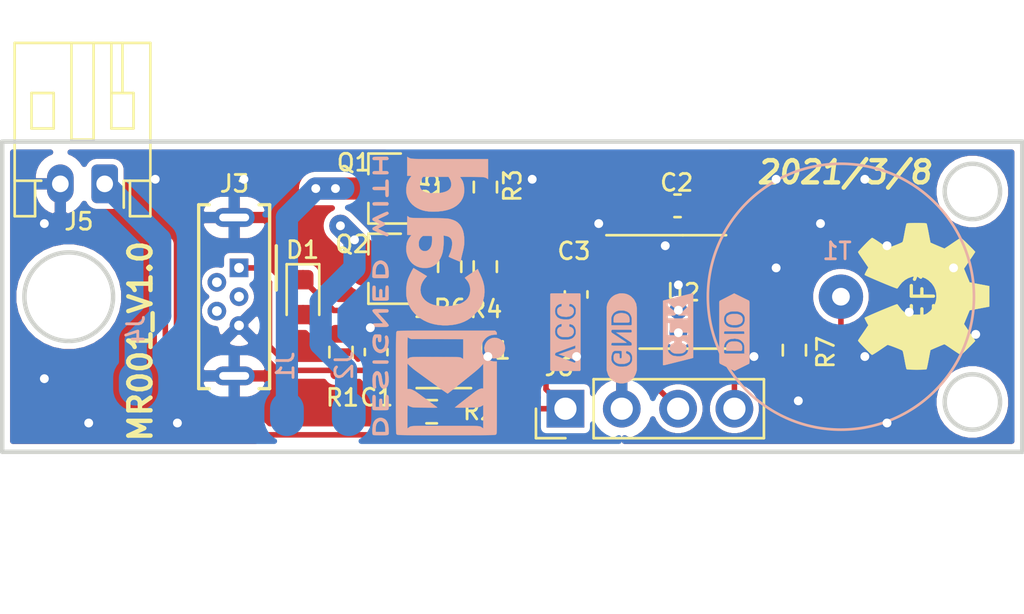
<source format=kicad_pcb>
(kicad_pcb (version 20171130) (host pcbnew "(5.1.9)-1")

  (general
    (thickness 1.6)
    (drawings 9)
    (tracks 122)
    (zones 0)
    (modules 28)
    (nets 21)
  )

  (page A4)
  (layers
    (0 F.Cu signal)
    (1 In1.Cu signal)
    (2 In2.Cu signal)
    (31 B.Cu signal)
    (32 B.Adhes user)
    (33 F.Adhes user)
    (34 B.Paste user)
    (35 F.Paste user)
    (36 B.SilkS user)
    (37 F.SilkS user)
    (38 B.Mask user)
    (39 F.Mask user)
    (40 Dwgs.User user)
    (41 Cmts.User user)
    (42 Eco1.User user)
    (43 Eco2.User user)
    (44 Edge.Cuts user)
    (45 Margin user)
    (46 B.CrtYd user)
    (47 F.CrtYd user)
    (48 B.Fab user)
    (49 F.Fab user)
  )

  (setup
    (last_trace_width 0.25)
    (trace_clearance 0.2)
    (zone_clearance 0.254)
    (zone_45_only no)
    (trace_min 0.2)
    (via_size 0.8)
    (via_drill 0.4)
    (via_min_size 0.4)
    (via_min_drill 0.3)
    (uvia_size 0.3)
    (uvia_drill 0.1)
    (uvias_allowed no)
    (uvia_min_size 0.2)
    (uvia_min_drill 0.1)
    (edge_width 0.05)
    (segment_width 0.2)
    (pcb_text_width 0.3)
    (pcb_text_size 1.5 1.5)
    (mod_edge_width 0.12)
    (mod_text_size 1 1)
    (mod_text_width 0.15)
    (pad_size 1.524 1.524)
    (pad_drill 0.762)
    (pad_to_mask_clearance 0)
    (aux_axis_origin -0.7986 -1.5092)
    (grid_origin -0.7986 -1.5092)
    (visible_elements 7FFFFFFF)
    (pcbplotparams
      (layerselection 0x010fc_ffffffff)
      (usegerberextensions true)
      (usegerberattributes true)
      (usegerberadvancedattributes true)
      (creategerberjobfile false)
      (excludeedgelayer true)
      (linewidth 0.100000)
      (plotframeref false)
      (viasonmask false)
      (mode 1)
      (useauxorigin true)
      (hpglpennumber 1)
      (hpglpenspeed 20)
      (hpglpendiameter 15.000000)
      (psnegative false)
      (psa4output false)
      (plotreference true)
      (plotvalue true)
      (plotinvisibletext false)
      (padsonsilk false)
      (subtractmaskfromsilk true)
      (outputformat 1)
      (mirror false)
      (drillshape 0)
      (scaleselection 1)
      (outputdirectory "gerber/"))
  )

  (net 0 "")
  (net 1 "Net-(C1-Pad2)")
  (net 2 GND)
  (net 3 "Net-(D1-Pad2)")
  (net 4 "Net-(D1-Pad1)")
  (net 5 "Net-(J3-Pad2)")
  (net 6 "Net-(J3-Pad3)")
  (net 7 "Net-(J3-Pad4)")
  (net 8 +3V3)
  (net 9 "Net-(J1-Pad1)")
  (net 10 "Net-(Q1-Pad1)")
  (net 11 "Net-(J2-Pad1)")
  (net 12 "Net-(Q2-Pad1)")
  (net 13 "Net-(R2-Pad2)")
  (net 14 L1)
  (net 15 L2)
  (net 16 "Net-(C3-Pad1)")
  (net 17 TCK)
  (net 18 TDIO)
  (net 19 "Net-(R7-Pad2)")
  (net 20 "Net-(R7-Pad1)")

  (net_class Default "This is the default net class."
    (clearance 0.2)
    (trace_width 0.25)
    (via_dia 0.8)
    (via_drill 0.4)
    (uvia_dia 0.3)
    (uvia_drill 0.1)
    (add_net +3V3)
    (add_net GND)
    (add_net L1)
    (add_net L2)
    (add_net "Net-(C1-Pad2)")
    (add_net "Net-(C3-Pad1)")
    (add_net "Net-(D1-Pad1)")
    (add_net "Net-(D1-Pad2)")
    (add_net "Net-(J3-Pad2)")
    (add_net "Net-(J3-Pad3)")
    (add_net "Net-(J3-Pad4)")
    (add_net "Net-(Q1-Pad1)")
    (add_net "Net-(Q2-Pad1)")
    (add_net "Net-(R2-Pad2)")
    (add_net "Net-(R7-Pad1)")
    (add_net "Net-(R7-Pad2)")
    (add_net TCK)
    (add_net TDIO)
  )

  (net_class l ""
    (clearance 0.2)
    (trace_width 1)
    (via_dia 0.8)
    (via_drill 0.4)
    (uvia_dia 0.3)
    (uvia_drill 0.1)
    (add_net "Net-(J1-Pad1)")
    (add_net "Net-(J2-Pad1)")
  )

  (module Capacitor_SMD:C_0603_1608Metric (layer F.Cu) (tedit 5F68FEEE) (tstamp 60460180)
    (at 16.06296 -6.00964 270)
    (descr "Capacitor SMD 0603 (1608 Metric), square (rectangular) end terminal, IPC_7351 nominal, (Body size source: IPC-SM-782 page 76, https://www.pcb-3d.com/wordpress/wp-content/uploads/ipc-sm-782a_amendment_1_and_2.pdf), generated with kicad-footprint-generator")
    (tags capacitor)
    (path /60452B51)
    (attr smd)
    (fp_text reference C1 (at 2.04978 -0.02794 180) (layer F.SilkS)
      (effects (font (size 0.762 0.762) (thickness 0.127)))
    )
    (fp_text value 100nF (at 0 1.43 90) (layer F.Fab)
      (effects (font (size 1 1) (thickness 0.15)))
    )
    (fp_line (start -0.8 0.4) (end -0.8 -0.4) (layer F.Fab) (width 0.1))
    (fp_line (start -0.8 -0.4) (end 0.8 -0.4) (layer F.Fab) (width 0.1))
    (fp_line (start 0.8 -0.4) (end 0.8 0.4) (layer F.Fab) (width 0.1))
    (fp_line (start 0.8 0.4) (end -0.8 0.4) (layer F.Fab) (width 0.1))
    (fp_line (start -0.14058 -0.51) (end 0.14058 -0.51) (layer F.SilkS) (width 0.12))
    (fp_line (start -0.14058 0.51) (end 0.14058 0.51) (layer F.SilkS) (width 0.12))
    (fp_line (start -1.48 0.73) (end -1.48 -0.73) (layer F.CrtYd) (width 0.05))
    (fp_line (start -1.48 -0.73) (end 1.48 -0.73) (layer F.CrtYd) (width 0.05))
    (fp_line (start 1.48 -0.73) (end 1.48 0.73) (layer F.CrtYd) (width 0.05))
    (fp_line (start 1.48 0.73) (end -1.48 0.73) (layer F.CrtYd) (width 0.05))
    (fp_text user %R (at -0.04826 0.09398 90) (layer F.Fab)
      (effects (font (size 0.762 0.762) (thickness 0.127)))
    )
    (pad 1 smd roundrect (at -0.775 0 270) (size 0.9 0.95) (layers F.Cu F.Paste F.Mask) (roundrect_rratio 0.25)
      (net 2 GND))
    (pad 2 smd roundrect (at 0.775 0 270) (size 0.9 0.95) (layers F.Cu F.Paste F.Mask) (roundrect_rratio 0.25)
      (net 1 "Net-(C1-Pad2)"))
    (model ${KISYS3DMOD}/Capacitor_SMD.3dshapes/C_0603_1608Metric.wrl
      (at (xyz 0 0 0))
      (scale (xyz 1 1 1))
      (rotate (xyz 0 0 0))
    )
  )

  (module LED_SMD:LED_0603_1608Metric (layer F.Cu) (tedit 5F68FEF1) (tstamp 6046016E)
    (at 12.7635 -8.4892 270)
    (descr "LED SMD 0603 (1608 Metric), square (rectangular) end terminal, IPC_7351 nominal, (Body size source: http://www.tortai-tech.com/upload/download/2011102023233369053.pdf), generated with kicad-footprint-generator")
    (tags LED)
    (path /604575F0)
    (attr smd)
    (fp_text reference D1 (at -2.13106 0.01778 180) (layer F.SilkS)
      (effects (font (size 0.762 0.762) (thickness 0.127)))
    )
    (fp_text value LED (at 0 1.43 90) (layer F.Fab)
      (effects (font (size 1 1) (thickness 0.15)))
    )
    (fp_line (start 1.48 0.73) (end -1.48 0.73) (layer F.CrtYd) (width 0.05))
    (fp_line (start 1.48 -0.73) (end 1.48 0.73) (layer F.CrtYd) (width 0.05))
    (fp_line (start -1.48 -0.73) (end 1.48 -0.73) (layer F.CrtYd) (width 0.05))
    (fp_line (start -1.48 0.73) (end -1.48 -0.73) (layer F.CrtYd) (width 0.05))
    (fp_line (start -1.485 0.735) (end 0.8 0.735) (layer F.SilkS) (width 0.12))
    (fp_line (start -1.485 -0.735) (end -1.485 0.735) (layer F.SilkS) (width 0.12))
    (fp_line (start 0.8 -0.735) (end -1.485 -0.735) (layer F.SilkS) (width 0.12))
    (fp_line (start 0.8 0.4) (end 0.8 -0.4) (layer F.Fab) (width 0.1))
    (fp_line (start -0.8 0.4) (end 0.8 0.4) (layer F.Fab) (width 0.1))
    (fp_line (start -0.8 -0.1) (end -0.8 0.4) (layer F.Fab) (width 0.1))
    (fp_line (start -0.5 -0.4) (end -0.8 -0.1) (layer F.Fab) (width 0.1))
    (fp_line (start 0.8 -0.4) (end -0.5 -0.4) (layer F.Fab) (width 0.1))
    (fp_text user %R (at 0 0 90) (layer F.Fab)
      (effects (font (size 0.762 0.762) (thickness 0.127)))
    )
    (pad 2 smd roundrect (at 0.7875 0 270) (size 0.875 0.95) (layers F.Cu F.Paste F.Mask) (roundrect_rratio 0.25)
      (net 3 "Net-(D1-Pad2)"))
    (pad 1 smd roundrect (at -0.7875 0 270) (size 0.875 0.95) (layers F.Cu F.Paste F.Mask) (roundrect_rratio 0.25)
      (net 4 "Net-(D1-Pad1)"))
    (model ${KISYS3DMOD}/LED_SMD.3dshapes/LED_0603_1608Metric.wrl
      (at (xyz 0 0 0))
      (scale (xyz 1 1 1))
      (rotate (xyz 0 0 0))
    )
  )

  (module Resistor_SMD:R_0603_1608Metric (layer F.Cu) (tedit 5F68FEEE) (tstamp 6046015C)
    (at 34.925 -6.096 90)
    (descr "Resistor SMD 0603 (1608 Metric), square (rectangular) end terminal, IPC_7351 nominal, (Body size source: IPC-SM-782 page 72, https://www.pcb-3d.com/wordpress/wp-content/uploads/ipc-sm-782a_amendment_1_and_2.pdf), generated with kicad-footprint-generator")
    (tags resistor)
    (path /60491613)
    (attr smd)
    (fp_text reference R7 (at -0.09652 1.41224 90) (layer F.SilkS)
      (effects (font (size 0.762 0.762) (thickness 0.127)))
    )
    (fp_text value 100 (at 0 1.43 90) (layer F.Fab)
      (effects (font (size 1 1) (thickness 0.15)))
    )
    (fp_line (start -0.8 0.4125) (end -0.8 -0.4125) (layer F.Fab) (width 0.1))
    (fp_line (start -0.8 -0.4125) (end 0.8 -0.4125) (layer F.Fab) (width 0.1))
    (fp_line (start 0.8 -0.4125) (end 0.8 0.4125) (layer F.Fab) (width 0.1))
    (fp_line (start 0.8 0.4125) (end -0.8 0.4125) (layer F.Fab) (width 0.1))
    (fp_line (start -0.237258 -0.5225) (end 0.237258 -0.5225) (layer F.SilkS) (width 0.12))
    (fp_line (start -0.237258 0.5225) (end 0.237258 0.5225) (layer F.SilkS) (width 0.12))
    (fp_line (start -1.48 0.73) (end -1.48 -0.73) (layer F.CrtYd) (width 0.05))
    (fp_line (start -1.48 -0.73) (end 1.48 -0.73) (layer F.CrtYd) (width 0.05))
    (fp_line (start 1.48 -0.73) (end 1.48 0.73) (layer F.CrtYd) (width 0.05))
    (fp_line (start 1.48 0.73) (end -1.48 0.73) (layer F.CrtYd) (width 0.05))
    (fp_text user %R (at 0 0 90) (layer F.Fab)
      (effects (font (size 0.762 0.762) (thickness 0.127)))
    )
    (pad 1 smd roundrect (at -0.825 0 90) (size 0.8 0.95) (layers F.Cu F.Paste F.Mask) (roundrect_rratio 0.25)
      (net 20 "Net-(R7-Pad1)"))
    (pad 2 smd roundrect (at 0.825 0 90) (size 0.8 0.95) (layers F.Cu F.Paste F.Mask) (roundrect_rratio 0.25)
      (net 19 "Net-(R7-Pad2)"))
    (model ${KISYS3DMOD}/Resistor_SMD.3dshapes/R_0603_1608Metric.wrl
      (at (xyz 0 0 0))
      (scale (xyz 1 1 1))
      (rotate (xyz 0 0 0))
    )
  )

  (module Hayden_Devices:Connector_Wire_SMD (layer B.Cu) (tedit 6040B8A2) (tstamp 60460158)
    (at 14.82852 -3.22072 270)
    (path /6047ABA2)
    (fp_text reference J2 (at -2.18948 0.20828 270) (layer B.SilkS)
      (effects (font (size 0.762 0.762) (thickness 0.127)) (justify mirror))
    )
    (fp_text value L2 (at 0 0.5 270) (layer B.Fab)
      (effects (font (size 1 1) (thickness 0.15)) (justify mirror))
    )
    (pad 1 connect oval (at 0 0 270) (size 2 1.524) (layers B.Cu B.Mask)
      (net 11 "Net-(J2-Pad1)"))
  )

  (module Resistor_SMD:R_0603_1608Metric (layer F.Cu) (tedit 5F68FEEE) (tstamp 60460148)
    (at 19.3802 -9.86536 270)
    (descr "Resistor SMD 0603 (1608 Metric), square (rectangular) end terminal, IPC_7351 nominal, (Body size source: IPC-SM-782 page 72, https://www.pcb-3d.com/wordpress/wp-content/uploads/ipc-sm-782a_amendment_1_and_2.pdf), generated with kicad-footprint-generator")
    (tags resistor)
    (path /6047AB91)
    (attr smd)
    (fp_text reference R6 (at 1.87452 -0.0254) (layer F.SilkS)
      (effects (font (size 0.762 0.762) (thickness 0.127)))
    )
    (fp_text value 10K (at 0 1.43 90) (layer F.Fab)
      (effects (font (size 1 1) (thickness 0.15)))
    )
    (fp_line (start 1.48 0.73) (end -1.48 0.73) (layer F.CrtYd) (width 0.05))
    (fp_line (start 1.48 -0.73) (end 1.48 0.73) (layer F.CrtYd) (width 0.05))
    (fp_line (start -1.48 -0.73) (end 1.48 -0.73) (layer F.CrtYd) (width 0.05))
    (fp_line (start -1.48 0.73) (end -1.48 -0.73) (layer F.CrtYd) (width 0.05))
    (fp_line (start -0.237258 0.5225) (end 0.237258 0.5225) (layer F.SilkS) (width 0.12))
    (fp_line (start -0.237258 -0.5225) (end 0.237258 -0.5225) (layer F.SilkS) (width 0.12))
    (fp_line (start 0.8 0.4125) (end -0.8 0.4125) (layer F.Fab) (width 0.1))
    (fp_line (start 0.8 -0.4125) (end 0.8 0.4125) (layer F.Fab) (width 0.1))
    (fp_line (start -0.8 -0.4125) (end 0.8 -0.4125) (layer F.Fab) (width 0.1))
    (fp_line (start -0.8 0.4125) (end -0.8 -0.4125) (layer F.Fab) (width 0.1))
    (fp_text user %R (at 0 0 90) (layer F.Fab)
      (effects (font (size 0.762 0.762) (thickness 0.127)))
    )
    (pad 2 smd roundrect (at 0.825 0 270) (size 0.8 0.95) (layers F.Cu F.Paste F.Mask) (roundrect_rratio 0.25)
      (net 12 "Net-(Q2-Pad1)"))
    (pad 1 smd roundrect (at -0.825 0 270) (size 0.8 0.95) (layers F.Cu F.Paste F.Mask) (roundrect_rratio 0.25)
      (net 2 GND))
    (model ${KISYS3DMOD}/Resistor_SMD.3dshapes/R_0603_1608Metric.wrl
      (at (xyz 0 0 0))
      (scale (xyz 1 1 1))
      (rotate (xyz 0 0 0))
    )
  )

  (module Capacitor_SMD:C_0603_1608Metric (layer F.Cu) (tedit 5F68FEEE) (tstamp 60460138)
    (at 29.6545 -12.6111)
    (descr "Capacitor SMD 0603 (1608 Metric), square (rectangular) end terminal, IPC_7351 nominal, (Body size source: IPC-SM-782 page 76, https://www.pcb-3d.com/wordpress/wp-content/uploads/ipc-sm-782a_amendment_1_and_2.pdf), generated with kicad-footprint-generator")
    (tags capacitor)
    (path /6048A551)
    (attr smd)
    (fp_text reference C2 (at -0.0381 -1.04394) (layer F.SilkS)
      (effects (font (size 0.762 0.762) (thickness 0.127)))
    )
    (fp_text value 100nF (at 0 1.43) (layer F.Fab)
      (effects (font (size 1 1) (thickness 0.15)))
    )
    (fp_line (start -0.8 0.4) (end -0.8 -0.4) (layer F.Fab) (width 0.1))
    (fp_line (start -0.8 -0.4) (end 0.8 -0.4) (layer F.Fab) (width 0.1))
    (fp_line (start 0.8 -0.4) (end 0.8 0.4) (layer F.Fab) (width 0.1))
    (fp_line (start 0.8 0.4) (end -0.8 0.4) (layer F.Fab) (width 0.1))
    (fp_line (start -0.14058 -0.51) (end 0.14058 -0.51) (layer F.SilkS) (width 0.12))
    (fp_line (start -0.14058 0.51) (end 0.14058 0.51) (layer F.SilkS) (width 0.12))
    (fp_line (start -1.48 0.73) (end -1.48 -0.73) (layer F.CrtYd) (width 0.05))
    (fp_line (start -1.48 -0.73) (end 1.48 -0.73) (layer F.CrtYd) (width 0.05))
    (fp_line (start 1.48 -0.73) (end 1.48 0.73) (layer F.CrtYd) (width 0.05))
    (fp_line (start 1.48 0.73) (end -1.48 0.73) (layer F.CrtYd) (width 0.05))
    (fp_text user %R (at 0 0) (layer F.Fab)
      (effects (font (size 0.762 0.762) (thickness 0.127)))
    )
    (pad 1 smd roundrect (at -0.775 0) (size 0.9 0.95) (layers F.Cu F.Paste F.Mask) (roundrect_rratio 0.25)
      (net 8 +3V3))
    (pad 2 smd roundrect (at 0.775 0) (size 0.9 0.95) (layers F.Cu F.Paste F.Mask) (roundrect_rratio 0.25)
      (net 2 GND))
    (model ${KISYS3DMOD}/Capacitor_SMD.3dshapes/C_0603_1608Metric.wrl
      (at (xyz 0 0 0))
      (scale (xyz 1 1 1))
      (rotate (xyz 0 0 0))
    )
  )

  (module Resistor_SMD:R_0603_1608Metric (layer F.Cu) (tedit 5F68FEEE) (tstamp 60460128)
    (at 20.98548 -9.86536 90)
    (descr "Resistor SMD 0603 (1608 Metric), square (rectangular) end terminal, IPC_7351 nominal, (Body size source: IPC-SM-782 page 72, https://www.pcb-3d.com/wordpress/wp-content/uploads/ipc-sm-782a_amendment_1_and_2.pdf), generated with kicad-footprint-generator")
    (tags resistor)
    (path /6047AB8B)
    (attr smd)
    (fp_text reference R4 (at -1.92024 0.02032) (layer F.SilkS)
      (effects (font (size 0.762 0.762) (thickness 0.127)))
    )
    (fp_text value 1K (at 0 1.43 90) (layer F.Fab)
      (effects (font (size 1 1) (thickness 0.15)))
    )
    (fp_line (start 1.48 0.73) (end -1.48 0.73) (layer F.CrtYd) (width 0.05))
    (fp_line (start 1.48 -0.73) (end 1.48 0.73) (layer F.CrtYd) (width 0.05))
    (fp_line (start -1.48 -0.73) (end 1.48 -0.73) (layer F.CrtYd) (width 0.05))
    (fp_line (start -1.48 0.73) (end -1.48 -0.73) (layer F.CrtYd) (width 0.05))
    (fp_line (start -0.237258 0.5225) (end 0.237258 0.5225) (layer F.SilkS) (width 0.12))
    (fp_line (start -0.237258 -0.5225) (end 0.237258 -0.5225) (layer F.SilkS) (width 0.12))
    (fp_line (start 0.8 0.4125) (end -0.8 0.4125) (layer F.Fab) (width 0.1))
    (fp_line (start 0.8 -0.4125) (end 0.8 0.4125) (layer F.Fab) (width 0.1))
    (fp_line (start -0.8 -0.4125) (end 0.8 -0.4125) (layer F.Fab) (width 0.1))
    (fp_line (start -0.8 0.4125) (end -0.8 -0.4125) (layer F.Fab) (width 0.1))
    (fp_text user %R (at 0 0 90) (layer F.Fab)
      (effects (font (size 0.762 0.762) (thickness 0.127)))
    )
    (pad 2 smd roundrect (at 0.825 0 90) (size 0.8 0.95) (layers F.Cu F.Paste F.Mask) (roundrect_rratio 0.25)
      (net 15 L2))
    (pad 1 smd roundrect (at -0.825 0 90) (size 0.8 0.95) (layers F.Cu F.Paste F.Mask) (roundrect_rratio 0.25)
      (net 12 "Net-(Q2-Pad1)"))
    (model ${KISYS3DMOD}/Resistor_SMD.3dshapes/R_0603_1608Metric.wrl
      (at (xyz 0 0 0))
      (scale (xyz 1 1 1))
      (rotate (xyz 0 0 0))
    )
  )

  (module Resistor_SMD:R_0603_1608Metric (layer F.Cu) (tedit 5F68FEEE) (tstamp 60460118)
    (at 19.39036 -13.45692 270)
    (descr "Resistor SMD 0603 (1608 Metric), square (rectangular) end terminal, IPC_7351 nominal, (Body size source: IPC-SM-782 page 72, https://www.pcb-3d.com/wordpress/wp-content/uploads/ipc-sm-782a_amendment_1_and_2.pdf), generated with kicad-footprint-generator")
    (tags resistor)
    (path /60471E1B)
    (attr smd)
    (fp_text reference R5 (at 0.05588 0.91948 270) (layer F.SilkS)
      (effects (font (size 0.762 0.762) (thickness 0.127)))
    )
    (fp_text value 10K (at 0 1.43 90) (layer F.Fab)
      (effects (font (size 1 1) (thickness 0.15)))
    )
    (fp_line (start -0.8 0.4125) (end -0.8 -0.4125) (layer F.Fab) (width 0.1))
    (fp_line (start -0.8 -0.4125) (end 0.8 -0.4125) (layer F.Fab) (width 0.1))
    (fp_line (start 0.8 -0.4125) (end 0.8 0.4125) (layer F.Fab) (width 0.1))
    (fp_line (start 0.8 0.4125) (end -0.8 0.4125) (layer F.Fab) (width 0.1))
    (fp_line (start -0.237258 -0.5225) (end 0.237258 -0.5225) (layer F.SilkS) (width 0.12))
    (fp_line (start -0.237258 0.5225) (end 0.237258 0.5225) (layer F.SilkS) (width 0.12))
    (fp_line (start -1.48 0.73) (end -1.48 -0.73) (layer F.CrtYd) (width 0.05))
    (fp_line (start -1.48 -0.73) (end 1.48 -0.73) (layer F.CrtYd) (width 0.05))
    (fp_line (start 1.48 -0.73) (end 1.48 0.73) (layer F.CrtYd) (width 0.05))
    (fp_line (start 1.48 0.73) (end -1.48 0.73) (layer F.CrtYd) (width 0.05))
    (fp_text user %R (at 0 0 90) (layer F.Fab)
      (effects (font (size 0.762 0.762) (thickness 0.127)))
    )
    (pad 1 smd roundrect (at -0.825 0 270) (size 0.8 0.95) (layers F.Cu F.Paste F.Mask) (roundrect_rratio 0.25)
      (net 2 GND))
    (pad 2 smd roundrect (at 0.825 0 270) (size 0.8 0.95) (layers F.Cu F.Paste F.Mask) (roundrect_rratio 0.25)
      (net 10 "Net-(Q1-Pad1)"))
    (model ${KISYS3DMOD}/Resistor_SMD.3dshapes/R_0603_1608Metric.wrl
      (at (xyz 0 0 0))
      (scale (xyz 1 1 1))
      (rotate (xyz 0 0 0))
    )
  )

  (module Capacitor_SMD:C_0603_1608Metric (layer F.Cu) (tedit 5F68FEEE) (tstamp 60460108)
    (at 25.0825 -8.6106 270)
    (descr "Capacitor SMD 0603 (1608 Metric), square (rectangular) end terminal, IPC_7351 nominal, (Body size source: IPC-SM-782 page 76, https://www.pcb-3d.com/wordpress/wp-content/uploads/ipc-sm-782a_amendment_1_and_2.pdf), generated with kicad-footprint-generator")
    (tags capacitor)
    (path /604890E3)
    (attr smd)
    (fp_text reference C3 (at -1.9558 0.09906 180) (layer F.SilkS)
      (effects (font (size 0.762 0.762) (thickness 0.127)))
    )
    (fp_text value 100nF (at 0 1.43 90) (layer F.Fab)
      (effects (font (size 1 1) (thickness 0.15)))
    )
    (fp_line (start -0.8 0.4) (end -0.8 -0.4) (layer F.Fab) (width 0.1))
    (fp_line (start -0.8 -0.4) (end 0.8 -0.4) (layer F.Fab) (width 0.1))
    (fp_line (start 0.8 -0.4) (end 0.8 0.4) (layer F.Fab) (width 0.1))
    (fp_line (start 0.8 0.4) (end -0.8 0.4) (layer F.Fab) (width 0.1))
    (fp_line (start -0.14058 -0.51) (end 0.14058 -0.51) (layer F.SilkS) (width 0.12))
    (fp_line (start -0.14058 0.51) (end 0.14058 0.51) (layer F.SilkS) (width 0.12))
    (fp_line (start -1.48 0.73) (end -1.48 -0.73) (layer F.CrtYd) (width 0.05))
    (fp_line (start -1.48 -0.73) (end 1.48 -0.73) (layer F.CrtYd) (width 0.05))
    (fp_line (start 1.48 -0.73) (end 1.48 0.73) (layer F.CrtYd) (width 0.05))
    (fp_line (start 1.48 0.73) (end -1.48 0.73) (layer F.CrtYd) (width 0.05))
    (fp_text user %R (at 0 0 90) (layer F.Fab)
      (effects (font (size 0.762 0.762) (thickness 0.127)))
    )
    (pad 1 smd roundrect (at -0.775 0 270) (size 0.9 0.95) (layers F.Cu F.Paste F.Mask) (roundrect_rratio 0.25)
      (net 16 "Net-(C3-Pad1)"))
    (pad 2 smd roundrect (at 0.775 0 270) (size 0.9 0.95) (layers F.Cu F.Paste F.Mask) (roundrect_rratio 0.25)
      (net 2 GND))
    (model ${KISYS3DMOD}/Capacitor_SMD.3dshapes/C_0603_1608Metric.wrl
      (at (xyz 0 0 0))
      (scale (xyz 1 1 1))
      (rotate (xyz 0 0 0))
    )
  )

  (module Hayden_Devices:Connector_Wire_SMD (layer B.Cu) (tedit 6040B8A2) (tstamp 60460104)
    (at 12.0396 -3.22072 90)
    (path /604739DC)
    (fp_text reference J1 (at 2.15392 -0.07112 90) (layer B.SilkS)
      (effects (font (size 0.762 0.762) (thickness 0.127)) (justify mirror))
    )
    (fp_text value L1 (at 0 0.5 90) (layer B.Fab)
      (effects (font (size 1 1) (thickness 0.15)) (justify mirror))
    )
    (pad 1 connect oval (at 0 0 90) (size 2 1.524) (layers B.Cu B.Mask)
      (net 9 "Net-(J1-Pad1)"))
  )

  (module Package_TO_SOT_SMD:SOT-23-5 (layer F.Cu) (tedit 5A02FF57) (tstamp 604600F0)
    (at 18.79092 -5.9944 180)
    (descr "5-pin SOT23 package")
    (tags SOT-23-5)
    (path /60450BD6)
    (attr smd)
    (fp_text reference U1 (at -2.5781 0.07874) (layer F.SilkS)
      (effects (font (size 0.762 0.762) (thickness 0.127)))
    )
    (fp_text value TP4054 (at 0 2.9) (layer F.Fab)
      (effects (font (size 1 1) (thickness 0.15)))
    )
    (fp_line (start -0.9 1.61) (end 0.9 1.61) (layer F.SilkS) (width 0.12))
    (fp_line (start 0.9 -1.61) (end -1.55 -1.61) (layer F.SilkS) (width 0.12))
    (fp_line (start -1.9 -1.8) (end 1.9 -1.8) (layer F.CrtYd) (width 0.05))
    (fp_line (start 1.9 -1.8) (end 1.9 1.8) (layer F.CrtYd) (width 0.05))
    (fp_line (start 1.9 1.8) (end -1.9 1.8) (layer F.CrtYd) (width 0.05))
    (fp_line (start -1.9 1.8) (end -1.9 -1.8) (layer F.CrtYd) (width 0.05))
    (fp_line (start -0.9 -0.9) (end -0.25 -1.55) (layer F.Fab) (width 0.1))
    (fp_line (start 0.9 -1.55) (end -0.25 -1.55) (layer F.Fab) (width 0.1))
    (fp_line (start -0.9 -0.9) (end -0.9 1.55) (layer F.Fab) (width 0.1))
    (fp_line (start 0.9 1.55) (end -0.9 1.55) (layer F.Fab) (width 0.1))
    (fp_line (start 0.9 -1.55) (end 0.9 1.55) (layer F.Fab) (width 0.1))
    (fp_text user %R (at 0.3552 -0.1919 90) (layer F.Fab)
      (effects (font (size 0.762 0.762) (thickness 0.127)))
    )
    (pad 1 smd rect (at -1.1 -0.95 180) (size 1.06 0.65) (layers F.Cu F.Paste F.Mask)
      (net 4 "Net-(D1-Pad1)"))
    (pad 2 smd rect (at -1.1 0 180) (size 1.06 0.65) (layers F.Cu F.Paste F.Mask)
      (net 2 GND))
    (pad 3 smd rect (at -1.1 0.95 180) (size 1.06 0.65) (layers F.Cu F.Paste F.Mask)
      (net 8 +3V3))
    (pad 4 smd rect (at 1.1 0.95 180) (size 1.06 0.65) (layers F.Cu F.Paste F.Mask)
      (net 1 "Net-(C1-Pad2)"))
    (pad 5 smd rect (at 1.1 -0.95 180) (size 1.06 0.65) (layers F.Cu F.Paste F.Mask)
      (net 13 "Net-(R2-Pad2)"))
    (model ${KISYS3DMOD}/Package_TO_SOT_SMD.3dshapes/SOT-23-5.wrl
      (at (xyz 0 0 0))
      (scale (xyz 1 1 1))
      (rotate (xyz 0 0 0))
    )
  )

  (module Hayden_Devices:USB_Micro-B_Wuerth_614105150721_Vertical (layer F.Cu) (tedit 60408FA6) (tstamp 604600D3)
    (at 9.8806 -9.8092 270)
    (descr "USB Micro-B receptacle, through-hole, vertical, http://katalog.we-online.de/em/datasheet/614105150721.pdf")
    (tags "usb micro receptacle vertical")
    (path /6045012C)
    (fp_text reference J3 (at -3.80012 0.20828 180) (layer F.SilkS)
      (effects (font (size 0.762 0.762) (thickness 0.127)))
    )
    (fp_text value USB_B_Micro (at 1.3 2.92 90) (layer F.Fab)
      (effects (font (size 1 1) (thickness 0.15)))
    )
    (fp_line (start 5.8 -1.73) (end -3.2 -1.73) (layer F.CrtYd) (width 0.05))
    (fp_line (start 5.8 2.17) (end 5.8 -1.73) (layer F.CrtYd) (width 0.05))
    (fp_line (start -3.2 2.17) (end 5.8 2.17) (layer F.CrtYd) (width 0.05))
    (fp_line (start -3.2 -1.73) (end -3.2 2.17) (layer F.CrtYd) (width 0.05))
    (fp_line (start -1 -1.68) (end 1 -1.68) (layer F.SilkS) (width 0.15))
    (fp_line (start 5.45 1.82) (end 5.45 1.345) (layer F.SilkS) (width 0.15))
    (fp_line (start -2.85 1.82) (end 5.45 1.82) (layer F.SilkS) (width 0.15))
    (fp_line (start -2.85 1.345) (end -2.85 1.82) (layer F.SilkS) (width 0.15))
    (fp_line (start 5.45 -1.38) (end 5.45 -0.905) (layer F.SilkS) (width 0.15))
    (fp_line (start -2.85 -1.38) (end 5.45 -1.38) (layer F.SilkS) (width 0.15))
    (fp_line (start -2.85 -0.905) (end -2.85 -1.38) (layer F.SilkS) (width 0.15))
    (fp_line (start -2.7 1.67) (end -2.7 -1.23) (layer F.Fab) (width 0.15))
    (fp_line (start 5.3 1.67) (end -2.7 1.67) (layer F.Fab) (width 0.15))
    (fp_line (start 5.3 -1.23) (end 5.3 1.67) (layer F.Fab) (width 0.15))
    (fp_line (start 1 -1.23) (end 5.3 -1.23) (layer F.Fab) (width 0.15))
    (fp_line (start 0 -0.23) (end 1 -1.23) (layer F.Fab) (width 0.15))
    (fp_line (start -1 -1.23) (end 0 -0.23) (layer F.Fab) (width 0.15))
    (fp_line (start -2.7 -1.23) (end -1 -1.23) (layer F.Fab) (width 0.15))
    (fp_text user %R (at 1.3 0.22 90) (layer F.Fab)
      (effects (font (size 0.762 0.762) (thickness 0.127)))
    )
    (pad 6 thru_hole oval (at 4.875 0.22 270) (size 0.85 1.85) (drill oval 0.35 1.35) (layers *.Cu *.Mask)
      (net 2 GND))
    (pad 6 thru_hole oval (at -2.275 0.22 270) (size 0.85 1.85) (drill oval 0.35 1.35) (layers *.Cu *.Mask)
      (net 2 GND))
    (pad 5 thru_hole circle (at 2.6 0 270) (size 0.84 0.84) (drill 0.44) (layers *.Cu *.Mask)
      (net 2 GND))
    (pad 4 thru_hole circle (at 1.95 1 270) (size 0.84 0.84) (drill 0.44) (layers *.Cu *.Mask)
      (net 7 "Net-(J3-Pad4)"))
    (pad 3 thru_hole circle (at 1.3 0 270) (size 0.84 0.84) (drill 0.44) (layers *.Cu *.Mask)
      (net 6 "Net-(J3-Pad3)"))
    (pad 2 thru_hole circle (at 0.65 1 270) (size 0.84 0.84) (drill 0.44) (layers *.Cu *.Mask)
      (net 5 "Net-(J3-Pad2)"))
    (pad 1 thru_hole rect (at 0 0 270) (size 0.84 0.84) (drill 0.44) (layers *.Cu *.Mask)
      (net 1 "Net-(C1-Pad2)"))
    (model "D:/HAYDEN/CAD/KICAD/LIB/HaydenKiCAD/pakages3d/User Library-Micro USB B THT vertical.STEP"
      (offset (xyz 1.3 0.7 1.5))
      (scale (xyz 1 1 1))
      (rotate (xyz 180 0 0))
    )
  )

  (module Resistor_SMD:R_0603_1608Metric (layer F.Cu) (tedit 5F68FEEE) (tstamp 604600C3)
    (at 18.5674 -3.31724 180)
    (descr "Resistor SMD 0603 (1608 Metric), square (rectangular) end terminal, IPC_7351 nominal, (Body size source: IPC-SM-782 page 72, https://www.pcb-3d.com/wordpress/wp-content/uploads/ipc-sm-782a_amendment_1_and_2.pdf), generated with kicad-footprint-generator")
    (tags resistor)
    (path /604557E4)
    (attr smd)
    (fp_text reference R2 (at -2.159 0.02032) (layer F.SilkS)
      (effects (font (size 0.762 0.762) (thickness 0.127)))
    )
    (fp_text value 2K (at 0 1.43) (layer F.Fab)
      (effects (font (size 1 1) (thickness 0.15)))
    )
    (fp_line (start -0.8 0.4125) (end -0.8 -0.4125) (layer F.Fab) (width 0.1))
    (fp_line (start -0.8 -0.4125) (end 0.8 -0.4125) (layer F.Fab) (width 0.1))
    (fp_line (start 0.8 -0.4125) (end 0.8 0.4125) (layer F.Fab) (width 0.1))
    (fp_line (start 0.8 0.4125) (end -0.8 0.4125) (layer F.Fab) (width 0.1))
    (fp_line (start -0.237258 -0.5225) (end 0.237258 -0.5225) (layer F.SilkS) (width 0.12))
    (fp_line (start -0.237258 0.5225) (end 0.237258 0.5225) (layer F.SilkS) (width 0.12))
    (fp_line (start -1.48 0.73) (end -1.48 -0.73) (layer F.CrtYd) (width 0.05))
    (fp_line (start -1.48 -0.73) (end 1.48 -0.73) (layer F.CrtYd) (width 0.05))
    (fp_line (start 1.48 -0.73) (end 1.48 0.73) (layer F.CrtYd) (width 0.05))
    (fp_line (start 1.48 0.73) (end -1.48 0.73) (layer F.CrtYd) (width 0.05))
    (fp_text user %R (at 0 0) (layer F.Fab)
      (effects (font (size 0.762 0.762) (thickness 0.127)))
    )
    (pad 1 smd roundrect (at -0.825 0 180) (size 0.8 0.95) (layers F.Cu F.Paste F.Mask) (roundrect_rratio 0.25)
      (net 2 GND))
    (pad 2 smd roundrect (at 0.825 0 180) (size 0.8 0.95) (layers F.Cu F.Paste F.Mask) (roundrect_rratio 0.25)
      (net 13 "Net-(R2-Pad2)"))
    (model ${KISYS3DMOD}/Resistor_SMD.3dshapes/R_0603_1608Metric.wrl
      (at (xyz 0 0 0))
      (scale (xyz 1 1 1))
      (rotate (xyz 0 0 0))
    )
  )

  (module Connector_JST:JST_PH_S2B-PH-K_1x02_P2.00mm_Horizontal (layer F.Cu) (tedit 5B7745C6) (tstamp 60460095)
    (at 3.8227 -13.6017 180)
    (descr "JST PH series connector, S2B-PH-K (http://www.jst-mfg.com/product/pdf/eng/ePH.pdf), generated with kicad-footprint-generator")
    (tags "connector JST PH top entry")
    (path /6045FD09)
    (fp_text reference J5 (at 1.16078 -1.69926) (layer F.SilkS)
      (effects (font (size 0.762 0.762) (thickness 0.127)))
    )
    (fp_text value BAT (at 1 7.45) (layer F.Fab)
      (effects (font (size 1 1) (thickness 0.15)))
    )
    (fp_line (start -0.86 0.14) (end -1.14 0.14) (layer F.SilkS) (width 0.12))
    (fp_line (start -1.14 0.14) (end -1.14 -1.46) (layer F.SilkS) (width 0.12))
    (fp_line (start -1.14 -1.46) (end -2.06 -1.46) (layer F.SilkS) (width 0.12))
    (fp_line (start -2.06 -1.46) (end -2.06 6.36) (layer F.SilkS) (width 0.12))
    (fp_line (start -2.06 6.36) (end 4.06 6.36) (layer F.SilkS) (width 0.12))
    (fp_line (start 4.06 6.36) (end 4.06 -1.46) (layer F.SilkS) (width 0.12))
    (fp_line (start 4.06 -1.46) (end 3.14 -1.46) (layer F.SilkS) (width 0.12))
    (fp_line (start 3.14 -1.46) (end 3.14 0.14) (layer F.SilkS) (width 0.12))
    (fp_line (start 3.14 0.14) (end 2.86 0.14) (layer F.SilkS) (width 0.12))
    (fp_line (start 0.5 6.36) (end 0.5 2) (layer F.SilkS) (width 0.12))
    (fp_line (start 0.5 2) (end 1.5 2) (layer F.SilkS) (width 0.12))
    (fp_line (start 1.5 2) (end 1.5 6.36) (layer F.SilkS) (width 0.12))
    (fp_line (start -2.06 0.14) (end -1.14 0.14) (layer F.SilkS) (width 0.12))
    (fp_line (start 4.06 0.14) (end 3.14 0.14) (layer F.SilkS) (width 0.12))
    (fp_line (start -1.3 2.5) (end -1.3 4.1) (layer F.SilkS) (width 0.12))
    (fp_line (start -1.3 4.1) (end -0.3 4.1) (layer F.SilkS) (width 0.12))
    (fp_line (start -0.3 4.1) (end -0.3 2.5) (layer F.SilkS) (width 0.12))
    (fp_line (start -0.3 2.5) (end -1.3 2.5) (layer F.SilkS) (width 0.12))
    (fp_line (start 3.3 2.5) (end 3.3 4.1) (layer F.SilkS) (width 0.12))
    (fp_line (start 3.3 4.1) (end 2.3 4.1) (layer F.SilkS) (width 0.12))
    (fp_line (start 2.3 4.1) (end 2.3 2.5) (layer F.SilkS) (width 0.12))
    (fp_line (start 2.3 2.5) (end 3.3 2.5) (layer F.SilkS) (width 0.12))
    (fp_line (start -0.3 4.1) (end -0.3 6.36) (layer F.SilkS) (width 0.12))
    (fp_line (start -0.8 4.1) (end -0.8 6.36) (layer F.SilkS) (width 0.12))
    (fp_line (start -2.45 -1.85) (end -2.45 6.75) (layer F.CrtYd) (width 0.05))
    (fp_line (start -2.45 6.75) (end 4.45 6.75) (layer F.CrtYd) (width 0.05))
    (fp_line (start 4.45 6.75) (end 4.45 -1.85) (layer F.CrtYd) (width 0.05))
    (fp_line (start 4.45 -1.85) (end -2.45 -1.85) (layer F.CrtYd) (width 0.05))
    (fp_line (start -1.25 0.25) (end -1.25 -1.35) (layer F.Fab) (width 0.1))
    (fp_line (start -1.25 -1.35) (end -1.95 -1.35) (layer F.Fab) (width 0.1))
    (fp_line (start -1.95 -1.35) (end -1.95 6.25) (layer F.Fab) (width 0.1))
    (fp_line (start -1.95 6.25) (end 3.95 6.25) (layer F.Fab) (width 0.1))
    (fp_line (start 3.95 6.25) (end 3.95 -1.35) (layer F.Fab) (width 0.1))
    (fp_line (start 3.95 -1.35) (end 3.25 -1.35) (layer F.Fab) (width 0.1))
    (fp_line (start 3.25 -1.35) (end 3.25 0.25) (layer F.Fab) (width 0.1))
    (fp_line (start 3.25 0.25) (end -1.25 0.25) (layer F.Fab) (width 0.1))
    (fp_line (start -0.86 0.14) (end -0.86 -1.075) (layer F.SilkS) (width 0.12))
    (fp_line (start 0 0.875) (end -0.5 1.375) (layer F.Fab) (width 0.1))
    (fp_line (start -0.5 1.375) (end 0.5 1.375) (layer F.Fab) (width 0.1))
    (fp_line (start 0.5 1.375) (end 0 0.875) (layer F.Fab) (width 0.1))
    (fp_text user %R (at 1 2.5) (layer F.Fab)
      (effects (font (size 0.762 0.762) (thickness 0.127)))
    )
    (pad 1 thru_hole roundrect (at 0 0 180) (size 1.2 1.75) (drill 0.75) (layers *.Cu *.Mask) (roundrect_rratio 0.2083325)
      (net 8 +3V3))
    (pad 2 thru_hole oval (at 2 0 180) (size 1.2 1.75) (drill 0.75) (layers *.Cu *.Mask)
      (net 2 GND))
    (model ${KISYS3DMOD}/Connector_JST.3dshapes/JST_PH_S2B-PH-K_1x02_P2.00mm_Horizontal.wrl
      (at (xyz 0 0 0))
      (scale (xyz 1 1 1))
      (rotate (xyz 0 0 0))
    )
  )

  (module Package_TO_SOT_SMD:SOT-23 (layer F.Cu) (tedit 5A02FF57) (tstamp 60460081)
    (at 16.47444 -13.39088 180)
    (descr "SOT-23, Standard")
    (tags SOT-23)
    (path /604533AE)
    (attr smd)
    (fp_text reference Q1 (at 1.41732 1.17348) (layer F.SilkS)
      (effects (font (size 0.762 0.762) (thickness 0.127)))
    )
    (fp_text value S8050 (at 0 2.5) (layer F.Fab)
      (effects (font (size 1 1) (thickness 0.15)))
    )
    (fp_line (start -0.7 -0.95) (end -0.7 1.5) (layer F.Fab) (width 0.1))
    (fp_line (start -0.15 -1.52) (end 0.7 -1.52) (layer F.Fab) (width 0.1))
    (fp_line (start -0.7 -0.95) (end -0.15 -1.52) (layer F.Fab) (width 0.1))
    (fp_line (start 0.7 -1.52) (end 0.7 1.52) (layer F.Fab) (width 0.1))
    (fp_line (start -0.7 1.52) (end 0.7 1.52) (layer F.Fab) (width 0.1))
    (fp_line (start 0.76 1.58) (end 0.76 0.65) (layer F.SilkS) (width 0.12))
    (fp_line (start 0.76 -1.58) (end 0.76 -0.65) (layer F.SilkS) (width 0.12))
    (fp_line (start -1.7 -1.75) (end 1.7 -1.75) (layer F.CrtYd) (width 0.05))
    (fp_line (start 1.7 -1.75) (end 1.7 1.75) (layer F.CrtYd) (width 0.05))
    (fp_line (start 1.7 1.75) (end -1.7 1.75) (layer F.CrtYd) (width 0.05))
    (fp_line (start -1.7 1.75) (end -1.7 -1.75) (layer F.CrtYd) (width 0.05))
    (fp_line (start 0.76 -1.58) (end -1.4 -1.58) (layer F.SilkS) (width 0.12))
    (fp_line (start 0.76 1.58) (end -0.7 1.58) (layer F.SilkS) (width 0.12))
    (fp_text user %R (at 0 0 90) (layer F.Fab)
      (effects (font (size 0.762 0.762) (thickness 0.127)))
    )
    (pad 1 smd rect (at -1 -0.95 180) (size 0.9 0.8) (layers F.Cu F.Paste F.Mask)
      (net 10 "Net-(Q1-Pad1)"))
    (pad 2 smd rect (at -1 0.95 180) (size 0.9 0.8) (layers F.Cu F.Paste F.Mask)
      (net 2 GND))
    (pad 3 smd rect (at 1 0 180) (size 0.9 0.8) (layers F.Cu F.Paste F.Mask)
      (net 9 "Net-(J1-Pad1)"))
    (model ${KISYS3DMOD}/Package_TO_SOT_SMD.3dshapes/SOT-23.wrl
      (at (xyz 0 0 0))
      (scale (xyz 1 1 1))
      (rotate (xyz 0 0 0))
    )
  )

  (module Hayden_Devices:SOP-8_3.9x4.9mm_P1.27mm (layer F.Cu) (tedit 6040BD5F) (tstamp 60460068)
    (at 29.8958 -8.7249)
    (descr "SOP, 8 Pin (http://www.macronix.com/Lists/Datasheet/Attachments/7534/MX25R3235F,%20Wide%20Range,%2032Mb,%20v1.6.pdf#page=79), generated with kicad-footprint-generator ipc_gullwing_generator.py")
    (tags "SOP SO")
    (path /6048678A)
    (attr smd)
    (fp_text reference U2 (at 0.0127 0.0254) (layer F.SilkS)
      (effects (font (size 0.762 0.762) (thickness 0.127)))
    )
    (fp_text value SC92F8370 (at 0 3.4) (layer F.Fab)
      (effects (font (size 1 1) (thickness 0.15)))
    )
    (fp_line (start 0 2.56) (end 1.95 2.56) (layer F.SilkS) (width 0.12))
    (fp_line (start 0 2.56) (end -1.95 2.56) (layer F.SilkS) (width 0.12))
    (fp_line (start 0 -2.56) (end 1.95 -2.56) (layer F.SilkS) (width 0.12))
    (fp_line (start 0 -2.56) (end -3.45 -2.56) (layer F.SilkS) (width 0.12))
    (fp_line (start -0.975 -2.45) (end 1.95 -2.45) (layer F.Fab) (width 0.1))
    (fp_line (start 1.95 -2.45) (end 1.95 2.45) (layer F.Fab) (width 0.1))
    (fp_line (start 1.95 2.45) (end -1.95 2.45) (layer F.Fab) (width 0.1))
    (fp_line (start -1.95 2.45) (end -1.95 -1.475) (layer F.Fab) (width 0.1))
    (fp_line (start -1.95 -1.475) (end -0.975 -2.45) (layer F.Fab) (width 0.1))
    (fp_line (start -3.7 -2.7) (end -3.7 2.7) (layer F.CrtYd) (width 0.05))
    (fp_line (start -3.7 2.7) (end 3.7 2.7) (layer F.CrtYd) (width 0.05))
    (fp_line (start 3.7 2.7) (end 3.7 -2.7) (layer F.CrtYd) (width 0.05))
    (fp_line (start 3.7 -2.7) (end -3.7 -2.7) (layer F.CrtYd) (width 0.05))
    (fp_text user %R (at 0 0) (layer F.Fab)
      (effects (font (size 0.762 0.762) (thickness 0.127)))
    )
    (pad 8 smd roundrect (at 2.625 -1.905) (size 1.65 0.6) (layers F.Cu F.Paste F.Mask) (roundrect_rratio 0.25)
      (net 14 L1))
    (pad 7 smd roundrect (at 2.625 -0.635) (size 1.65 0.6) (layers F.Cu F.Paste F.Mask) (roundrect_rratio 0.25)
      (net 15 L2))
    (pad 6 smd roundrect (at 2.625 0.635) (size 1.65 0.6) (layers F.Cu F.Paste F.Mask) (roundrect_rratio 0.25)
      (net 19 "Net-(R7-Pad2)"))
    (pad 5 smd roundrect (at 2.625 1.905) (size 1.65 0.6) (layers F.Cu F.Paste F.Mask) (roundrect_rratio 0.25)
      (net 18 TDIO))
    (pad 4 smd roundrect (at -2.625 1.905) (size 1.65 0.6) (layers F.Cu F.Paste F.Mask) (roundrect_rratio 0.25)
      (net 17 TCK))
    (pad 3 smd roundrect (at -2.625 0.635) (size 1.65 0.6) (layers F.Cu F.Paste F.Mask) (roundrect_rratio 0.25)
      (net 2 GND))
    (pad 2 smd roundrect (at -2.625 -0.635) (size 1.65 0.6) (layers F.Cu F.Paste F.Mask) (roundrect_rratio 0.25)
      (net 16 "Net-(C3-Pad1)"))
    (pad 1 smd roundrect (at -2.625 -1.905) (size 1.65 0.6) (layers F.Cu F.Paste F.Mask) (roundrect_rratio 0.25)
      (net 8 +3V3))
    (model D:/HAYDEN/CAD/KICAD/LIB/HaydenKiCAD/pakages3d/SOP8.step
      (offset (xyz 0 1.9 0))
      (scale (xyz 1 1 1))
      (rotate (xyz -90 0 -90))
    )
  )

  (module Package_TO_SOT_SMD:SOT-23 (layer F.Cu) (tedit 5A02FF57) (tstamp 60460054)
    (at 16.47444 -9.77138 180)
    (descr "SOT-23, Standard")
    (tags SOT-23)
    (path /6047AB85)
    (attr smd)
    (fp_text reference Q2 (at 1.48844 1.10998) (layer F.SilkS)
      (effects (font (size 0.762 0.762) (thickness 0.127)))
    )
    (fp_text value S8050 (at 0 2.5) (layer F.Fab)
      (effects (font (size 1 1) (thickness 0.15)))
    )
    (fp_line (start 0.76 1.58) (end -0.7 1.58) (layer F.SilkS) (width 0.12))
    (fp_line (start 0.76 -1.58) (end -1.4 -1.58) (layer F.SilkS) (width 0.12))
    (fp_line (start -1.7 1.75) (end -1.7 -1.75) (layer F.CrtYd) (width 0.05))
    (fp_line (start 1.7 1.75) (end -1.7 1.75) (layer F.CrtYd) (width 0.05))
    (fp_line (start 1.7 -1.75) (end 1.7 1.75) (layer F.CrtYd) (width 0.05))
    (fp_line (start -1.7 -1.75) (end 1.7 -1.75) (layer F.CrtYd) (width 0.05))
    (fp_line (start 0.76 -1.58) (end 0.76 -0.65) (layer F.SilkS) (width 0.12))
    (fp_line (start 0.76 1.58) (end 0.76 0.65) (layer F.SilkS) (width 0.12))
    (fp_line (start -0.7 1.52) (end 0.7 1.52) (layer F.Fab) (width 0.1))
    (fp_line (start 0.7 -1.52) (end 0.7 1.52) (layer F.Fab) (width 0.1))
    (fp_line (start -0.7 -0.95) (end -0.15 -1.52) (layer F.Fab) (width 0.1))
    (fp_line (start -0.15 -1.52) (end 0.7 -1.52) (layer F.Fab) (width 0.1))
    (fp_line (start -0.7 -0.95) (end -0.7 1.5) (layer F.Fab) (width 0.1))
    (fp_text user %R (at 0 0 90) (layer F.Fab)
      (effects (font (size 0.762 0.762) (thickness 0.127)))
    )
    (pad 3 smd rect (at 1 0 180) (size 0.9 0.8) (layers F.Cu F.Paste F.Mask)
      (net 11 "Net-(J2-Pad1)"))
    (pad 2 smd rect (at -1 0.95 180) (size 0.9 0.8) (layers F.Cu F.Paste F.Mask)
      (net 2 GND))
    (pad 1 smd rect (at -1 -0.95 180) (size 0.9 0.8) (layers F.Cu F.Paste F.Mask)
      (net 12 "Net-(Q2-Pad1)"))
    (model ${KISYS3DMOD}/Package_TO_SOT_SMD.3dshapes/SOT-23.wrl
      (at (xyz 0 0 0))
      (scale (xyz 1 1 1))
      (rotate (xyz 0 0 0))
    )
  )

  (module Resistor_SMD:R_0603_1608Metric (layer F.Cu) (tedit 5F68FEEE) (tstamp 60460044)
    (at 14.478 -6.00964 270)
    (descr "Resistor SMD 0603 (1608 Metric), square (rectangular) end terminal, IPC_7351 nominal, (Body size source: IPC-SM-782 page 72, https://www.pcb-3d.com/wordpress/wp-content/uploads/ipc-sm-782a_amendment_1_and_2.pdf), generated with kicad-footprint-generator")
    (tags resistor)
    (path /60456AEC)
    (attr smd)
    (fp_text reference R1 (at 2.0574 -0.06604 180) (layer F.SilkS)
      (effects (font (size 0.762 0.762) (thickness 0.127)))
    )
    (fp_text value 2K (at 0 1.43 90) (layer F.Fab)
      (effects (font (size 1 1) (thickness 0.15)))
    )
    (fp_line (start -0.8 0.4125) (end -0.8 -0.4125) (layer F.Fab) (width 0.1))
    (fp_line (start -0.8 -0.4125) (end 0.8 -0.4125) (layer F.Fab) (width 0.1))
    (fp_line (start 0.8 -0.4125) (end 0.8 0.4125) (layer F.Fab) (width 0.1))
    (fp_line (start 0.8 0.4125) (end -0.8 0.4125) (layer F.Fab) (width 0.1))
    (fp_line (start -0.237258 -0.5225) (end 0.237258 -0.5225) (layer F.SilkS) (width 0.12))
    (fp_line (start -0.237258 0.5225) (end 0.237258 0.5225) (layer F.SilkS) (width 0.12))
    (fp_line (start -1.48 0.73) (end -1.48 -0.73) (layer F.CrtYd) (width 0.05))
    (fp_line (start -1.48 -0.73) (end 1.48 -0.73) (layer F.CrtYd) (width 0.05))
    (fp_line (start 1.48 -0.73) (end 1.48 0.73) (layer F.CrtYd) (width 0.05))
    (fp_line (start 1.48 0.73) (end -1.48 0.73) (layer F.CrtYd) (width 0.05))
    (fp_text user %R (at 0 0 90) (layer F.Fab)
      (effects (font (size 0.762 0.762) (thickness 0.127)))
    )
    (pad 1 smd roundrect (at -0.825 0 270) (size 0.8 0.95) (layers F.Cu F.Paste F.Mask) (roundrect_rratio 0.25)
      (net 3 "Net-(D1-Pad2)"))
    (pad 2 smd roundrect (at 0.825 0 270) (size 0.8 0.95) (layers F.Cu F.Paste F.Mask) (roundrect_rratio 0.25)
      (net 1 "Net-(C1-Pad2)"))
    (model ${KISYS3DMOD}/Resistor_SMD.3dshapes/R_0603_1608Metric.wrl
      (at (xyz 0 0 0))
      (scale (xyz 1 1 1))
      (rotate (xyz 0 0 0))
    )
  )

  (module Hayden_Devices:PinHeader_1x04_P2.54mm_Vertical (layer F.Cu) (tedit 6038969F) (tstamp 6046002D)
    (at 24.5999 -3.4544 90)
    (descr "Through hole straight pin header, 1x04, 2.54mm pitch, single row")
    (tags "Through hole pin header THT 1x04 2.54mm single row")
    (path /6048BFC0)
    (fp_text reference J6 (at 1.86944 -0.28194 180) (layer F.SilkS)
      (effects (font (size 0.762 0.762) (thickness 0.127)))
    )
    (fp_text value Conn_01x04 (at 0 9.95 90) (layer F.Fab)
      (effects (font (size 1 1) (thickness 0.15)))
    )
    (fp_line (start -0.635 -1.27) (end 1.27 -1.27) (layer F.Fab) (width 0.1))
    (fp_line (start 1.27 -1.27) (end 1.27 8.89) (layer F.Fab) (width 0.1))
    (fp_line (start 1.27 8.89) (end -1.27 8.89) (layer F.Fab) (width 0.1))
    (fp_line (start -1.27 8.89) (end -1.27 -0.635) (layer F.Fab) (width 0.1))
    (fp_line (start -1.27 -0.635) (end -0.635 -1.27) (layer F.Fab) (width 0.1))
    (fp_line (start -1.33 8.95) (end 1.33 8.95) (layer F.SilkS) (width 0.12))
    (fp_line (start -1.33 1.27) (end -1.33 8.95) (layer F.SilkS) (width 0.12))
    (fp_line (start 1.33 1.27) (end 1.33 8.95) (layer F.SilkS) (width 0.12))
    (fp_line (start -1.33 1.27) (end 1.33 1.27) (layer F.SilkS) (width 0.12))
    (fp_line (start -1.33 0) (end -1.33 -1.33) (layer F.SilkS) (width 0.12))
    (fp_line (start -1.33 -1.33) (end 0 -1.33) (layer F.SilkS) (width 0.12))
    (fp_line (start -1.8 -1.8) (end -1.8 9.4) (layer F.CrtYd) (width 0.05))
    (fp_line (start -1.8 9.4) (end 1.8 9.4) (layer F.CrtYd) (width 0.05))
    (fp_line (start 1.8 9.4) (end 1.8 -1.8) (layer F.CrtYd) (width 0.05))
    (fp_line (start 1.8 -1.8) (end -1.8 -1.8) (layer F.CrtYd) (width 0.05))
    (fp_text user %R (at 0 3.81) (layer F.Fab)
      (effects (font (size 0.762 0.762) (thickness 0.127)))
    )
    (pad 4 thru_hole oval (at 0 7.62 90) (size 1.7 1.7) (drill 1) (layers *.Cu *.Mask)
      (net 18 TDIO))
    (pad 3 thru_hole oval (at 0 5.08 90) (size 1.7 1.7) (drill 1) (layers *.Cu *.Mask)
      (net 17 TCK))
    (pad 2 thru_hole oval (at 0 2.54 90) (size 1.7 1.7) (drill 1) (layers *.Cu *.Mask)
      (net 2 GND))
    (pad 1 thru_hole rect (at 0 0 90) (size 1.7 1.7) (drill 1) (layers *.Cu *.Mask)
      (net 8 +3V3))
  )

  (module Resistor_SMD:R_0603_1608Metric (layer F.Cu) (tedit 5F68FEEE) (tstamp 6046001D)
    (at 20.99056 -13.45692 90)
    (descr "Resistor SMD 0603 (1608 Metric), square (rectangular) end terminal, IPC_7351 nominal, (Body size source: IPC-SM-782 page 72, https://www.pcb-3d.com/wordpress/wp-content/uploads/ipc-sm-782a_amendment_1_and_2.pdf), generated with kicad-footprint-generator")
    (tags resistor)
    (path /604716DC)
    (attr smd)
    (fp_text reference R3 (at 0.05588 1.22428 90) (layer F.SilkS)
      (effects (font (size 0.762 0.762) (thickness 0.127)))
    )
    (fp_text value 1K (at 0 1.43 90) (layer F.Fab)
      (effects (font (size 1 1) (thickness 0.15)))
    )
    (fp_line (start -0.8 0.4125) (end -0.8 -0.4125) (layer F.Fab) (width 0.1))
    (fp_line (start -0.8 -0.4125) (end 0.8 -0.4125) (layer F.Fab) (width 0.1))
    (fp_line (start 0.8 -0.4125) (end 0.8 0.4125) (layer F.Fab) (width 0.1))
    (fp_line (start 0.8 0.4125) (end -0.8 0.4125) (layer F.Fab) (width 0.1))
    (fp_line (start -0.237258 -0.5225) (end 0.237258 -0.5225) (layer F.SilkS) (width 0.12))
    (fp_line (start -0.237258 0.5225) (end 0.237258 0.5225) (layer F.SilkS) (width 0.12))
    (fp_line (start -1.48 0.73) (end -1.48 -0.73) (layer F.CrtYd) (width 0.05))
    (fp_line (start -1.48 -0.73) (end 1.48 -0.73) (layer F.CrtYd) (width 0.05))
    (fp_line (start 1.48 -0.73) (end 1.48 0.73) (layer F.CrtYd) (width 0.05))
    (fp_line (start 1.48 0.73) (end -1.48 0.73) (layer F.CrtYd) (width 0.05))
    (fp_text user %R (at 0 0 90) (layer F.Fab)
      (effects (font (size 0.762 0.762) (thickness 0.127)))
    )
    (pad 1 smd roundrect (at -0.825 0 90) (size 0.8 0.95) (layers F.Cu F.Paste F.Mask) (roundrect_rratio 0.25)
      (net 10 "Net-(Q1-Pad1)"))
    (pad 2 smd roundrect (at 0.825 0 90) (size 0.8 0.95) (layers F.Cu F.Paste F.Mask) (roundrect_rratio 0.25)
      (net 14 L1))
    (model ${KISYS3DMOD}/Resistor_SMD.3dshapes/R_0603_1608Metric.wrl
      (at (xyz 0 0 0))
      (scale (xyz 1 1 1))
      (rotate (xyz 0 0 0))
    )
  )

  (module Symbol:OSHW-Symbol_6.7x6mm_SilkScreen (layer F.Cu) (tedit 0) (tstamp 60460019)
    (at 40.7416 -8.5344 270)
    (descr "Open Source Hardware Symbol")
    (tags "Logo Symbol OSHW")
    (attr virtual)
    (fp_text reference REF** (at 0 0 90) (layer F.SilkS)
      (effects (font (size 1 1) (thickness 0.15)))
    )
    (fp_text value OSHW-Symbol_6.7x6mm_SilkScreen (at 0.75 0 90) (layer F.Fab)
      (effects (font (size 1 1) (thickness 0.15)))
    )
    (fp_poly (pts (xy 0.555814 -2.531069) (xy 0.639635 -2.086445) (xy 0.94892 -1.958947) (xy 1.258206 -1.831449)
      (xy 1.629246 -2.083754) (xy 1.733157 -2.154004) (xy 1.827087 -2.216728) (xy 1.906652 -2.269062)
      (xy 1.96747 -2.308143) (xy 2.005157 -2.331107) (xy 2.015421 -2.336058) (xy 2.03391 -2.323324)
      (xy 2.07342 -2.288118) (xy 2.129522 -2.234938) (xy 2.197787 -2.168282) (xy 2.273786 -2.092646)
      (xy 2.353092 -2.012528) (xy 2.431275 -1.932426) (xy 2.503907 -1.856836) (xy 2.566559 -1.790255)
      (xy 2.614803 -1.737182) (xy 2.64421 -1.702113) (xy 2.651241 -1.690377) (xy 2.641123 -1.66874)
      (xy 2.612759 -1.621338) (xy 2.569129 -1.552807) (xy 2.513218 -1.467785) (xy 2.448006 -1.370907)
      (xy 2.410219 -1.31565) (xy 2.341343 -1.214752) (xy 2.28014 -1.123701) (xy 2.229578 -1.04703)
      (xy 2.192628 -0.989272) (xy 2.172258 -0.954957) (xy 2.169197 -0.947746) (xy 2.176136 -0.927252)
      (xy 2.195051 -0.879487) (xy 2.223087 -0.811168) (xy 2.257391 -0.729011) (xy 2.295109 -0.63973)
      (xy 2.333387 -0.550042) (xy 2.36937 -0.466662) (xy 2.400206 -0.396306) (xy 2.423039 -0.34569)
      (xy 2.435017 -0.321529) (xy 2.435724 -0.320578) (xy 2.454531 -0.315964) (xy 2.504618 -0.305672)
      (xy 2.580793 -0.290713) (xy 2.677865 -0.272099) (xy 2.790643 -0.250841) (xy 2.856442 -0.238582)
      (xy 2.97695 -0.215638) (xy 3.085797 -0.193805) (xy 3.177476 -0.174278) (xy 3.246481 -0.158252)
      (xy 3.287304 -0.146921) (xy 3.295511 -0.143326) (xy 3.303548 -0.118994) (xy 3.310033 -0.064041)
      (xy 3.31497 0.015108) (xy 3.318364 0.112026) (xy 3.320218 0.220287) (xy 3.320538 0.333465)
      (xy 3.319327 0.445135) (xy 3.31659 0.548868) (xy 3.312331 0.638241) (xy 3.306555 0.706826)
      (xy 3.299267 0.748197) (xy 3.294895 0.75681) (xy 3.268764 0.767133) (xy 3.213393 0.781892)
      (xy 3.136107 0.799352) (xy 3.04423 0.81778) (xy 3.012158 0.823741) (xy 2.857524 0.852066)
      (xy 2.735375 0.874876) (xy 2.641673 0.89308) (xy 2.572384 0.907583) (xy 2.523471 0.919292)
      (xy 2.490897 0.929115) (xy 2.470628 0.937956) (xy 2.458626 0.946724) (xy 2.456947 0.948457)
      (xy 2.440184 0.976371) (xy 2.414614 1.030695) (xy 2.382788 1.104777) (xy 2.34726 1.191965)
      (xy 2.310583 1.285608) (xy 2.275311 1.379052) (xy 2.243996 1.465647) (xy 2.219193 1.53874)
      (xy 2.203454 1.591678) (xy 2.199332 1.617811) (xy 2.199676 1.618726) (xy 2.213641 1.640086)
      (xy 2.245322 1.687084) (xy 2.291391 1.754827) (xy 2.348518 1.838423) (xy 2.413373 1.932982)
      (xy 2.431843 1.959854) (xy 2.497699 2.057275) (xy 2.55565 2.146163) (xy 2.602538 2.221412)
      (xy 2.635207 2.27792) (xy 2.6505 2.310581) (xy 2.651241 2.314593) (xy 2.638392 2.335684)
      (xy 2.602888 2.377464) (xy 2.549293 2.435445) (xy 2.482171 2.505135) (xy 2.406087 2.582045)
      (xy 2.325604 2.661683) (xy 2.245287 2.739561) (xy 2.169699 2.811186) (xy 2.103405 2.87207)
      (xy 2.050969 2.917721) (xy 2.016955 2.94365) (xy 2.007545 2.947883) (xy 1.985643 2.937912)
      (xy 1.9408 2.91102) (xy 1.880321 2.871736) (xy 1.833789 2.840117) (xy 1.749475 2.782098)
      (xy 1.649626 2.713784) (xy 1.549473 2.645579) (xy 1.495627 2.609075) (xy 1.313371 2.4858)
      (xy 1.160381 2.56852) (xy 1.090682 2.604759) (xy 1.031414 2.632926) (xy 0.991311 2.648991)
      (xy 0.981103 2.651226) (xy 0.968829 2.634722) (xy 0.944613 2.588082) (xy 0.910263 2.515609)
      (xy 0.867588 2.421606) (xy 0.818394 2.310374) (xy 0.76449 2.186215) (xy 0.707684 2.053432)
      (xy 0.649782 1.916327) (xy 0.592593 1.779202) (xy 0.537924 1.646358) (xy 0.487584 1.522098)
      (xy 0.44338 1.410725) (xy 0.407119 1.316539) (xy 0.380609 1.243844) (xy 0.365658 1.196941)
      (xy 0.363254 1.180833) (xy 0.382311 1.160286) (xy 0.424036 1.126933) (xy 0.479706 1.087702)
      (xy 0.484378 1.084599) (xy 0.628264 0.969423) (xy 0.744283 0.835053) (xy 0.83143 0.685784)
      (xy 0.888699 0.525913) (xy 0.915086 0.359737) (xy 0.909585 0.191552) (xy 0.87119 0.025655)
      (xy 0.798895 -0.133658) (xy 0.777626 -0.168513) (xy 0.666996 -0.309263) (xy 0.536302 -0.422286)
      (xy 0.390064 -0.506997) (xy 0.232808 -0.562806) (xy 0.069057 -0.589126) (xy -0.096667 -0.58537)
      (xy -0.259838 -0.55095) (xy -0.415935 -0.485277) (xy -0.560433 -0.387765) (xy -0.605131 -0.348187)
      (xy -0.718888 -0.224297) (xy -0.801782 -0.093876) (xy -0.858644 0.052315) (xy -0.890313 0.197088)
      (xy -0.898131 0.35986) (xy -0.872062 0.52344) (xy -0.814755 0.682298) (xy -0.728856 0.830906)
      (xy -0.617014 0.963735) (xy -0.481877 1.075256) (xy -0.464117 1.087011) (xy -0.40785 1.125508)
      (xy -0.365077 1.158863) (xy -0.344628 1.18016) (xy -0.344331 1.180833) (xy -0.348721 1.203871)
      (xy -0.366124 1.256157) (xy -0.394732 1.33339) (xy -0.432735 1.431268) (xy -0.478326 1.545491)
      (xy -0.529697 1.671758) (xy -0.585038 1.805767) (xy -0.642542 1.943218) (xy -0.700399 2.079808)
      (xy -0.756802 2.211237) (xy -0.809942 2.333205) (xy -0.85801 2.441409) (xy -0.899199 2.531549)
      (xy -0.931699 2.599323) (xy -0.953703 2.64043) (xy -0.962564 2.651226) (xy -0.98964 2.642819)
      (xy -1.040303 2.620272) (xy -1.105817 2.587613) (xy -1.141841 2.56852) (xy -1.294832 2.4858)
      (xy -1.477088 2.609075) (xy -1.570125 2.672228) (xy -1.671985 2.741727) (xy -1.767438 2.807165)
      (xy -1.81525 2.840117) (xy -1.882495 2.885273) (xy -1.939436 2.921057) (xy -1.978646 2.942938)
      (xy -1.991381 2.947563) (xy -2.009917 2.935085) (xy -2.050941 2.900252) (xy -2.110475 2.846678)
      (xy -2.184542 2.777983) (xy -2.269165 2.697781) (xy -2.322685 2.646286) (xy -2.416319 2.554286)
      (xy -2.497241 2.471999) (xy -2.562177 2.402945) (xy -2.607858 2.350644) (xy -2.631011 2.318616)
      (xy -2.633232 2.312116) (xy -2.622924 2.287394) (xy -2.594439 2.237405) (xy -2.550937 2.167212)
      (xy -2.495577 2.081875) (xy -2.43152 1.986456) (xy -2.413303 1.959854) (xy -2.346927 1.863167)
      (xy -2.287378 1.776117) (xy -2.237984 1.703595) (xy -2.202075 1.650493) (xy -2.182981 1.621703)
      (xy -2.181136 1.618726) (xy -2.183895 1.595782) (xy -2.198538 1.545336) (xy -2.222513 1.474041)
      (xy -2.253266 1.388547) (xy -2.288244 1.295507) (xy -2.324893 1.201574) (xy -2.360661 1.113399)
      (xy -2.392994 1.037634) (xy -2.419338 0.980931) (xy -2.437142 0.949943) (xy -2.438407 0.948457)
      (xy -2.449294 0.939601) (xy -2.467682 0.930843) (xy -2.497606 0.921277) (xy -2.543103 0.909996)
      (xy -2.608209 0.896093) (xy -2.696961 0.878663) (xy -2.813393 0.856798) (xy -2.961542 0.829591)
      (xy -2.993618 0.823741) (xy -3.088686 0.805374) (xy -3.171565 0.787405) (xy -3.23493 0.771569)
      (xy -3.271458 0.7596) (xy -3.276356 0.75681) (xy -3.284427 0.732072) (xy -3.290987 0.67679)
      (xy -3.296033 0.597389) (xy -3.299559 0.500296) (xy -3.301561 0.391938) (xy -3.302036 0.27874)
      (xy -3.300977 0.167128) (xy -3.298382 0.063529) (xy -3.294246 -0.025632) (xy -3.288563 -0.093928)
      (xy -3.281331 -0.134934) (xy -3.276971 -0.143326) (xy -3.252698 -0.151792) (xy -3.197426 -0.165565)
      (xy -3.116662 -0.18345) (xy -3.015912 -0.204252) (xy -2.900683 -0.226777) (xy -2.837902 -0.238582)
      (xy -2.718787 -0.260849) (xy -2.612565 -0.281021) (xy -2.524427 -0.298085) (xy -2.459566 -0.311031)
      (xy -2.423174 -0.318845) (xy -2.417184 -0.320578) (xy -2.407061 -0.34011) (xy -2.385662 -0.387157)
      (xy -2.355839 -0.454997) (xy -2.320445 -0.536909) (xy -2.282332 -0.626172) (xy -2.244353 -0.716065)
      (xy -2.20936 -0.799865) (xy -2.180206 -0.870853) (xy -2.159743 -0.922306) (xy -2.150823 -0.947503)
      (xy -2.150657 -0.948604) (xy -2.160769 -0.968481) (xy -2.189117 -1.014223) (xy -2.232723 -1.081283)
      (xy -2.288606 -1.165116) (xy -2.353787 -1.261174) (xy -2.391679 -1.31635) (xy -2.460725 -1.417519)
      (xy -2.52205 -1.50937) (xy -2.572663 -1.587256) (xy -2.609571 -1.646531) (xy -2.629782 -1.682549)
      (xy -2.632701 -1.690623) (xy -2.620153 -1.709416) (xy -2.585463 -1.749543) (xy -2.533063 -1.806507)
      (xy -2.467384 -1.875815) (xy -2.392856 -1.952969) (xy -2.313913 -2.033475) (xy -2.234983 -2.112837)
      (xy -2.1605 -2.18656) (xy -2.094894 -2.250148) (xy -2.042596 -2.299106) (xy -2.008039 -2.328939)
      (xy -1.996478 -2.336058) (xy -1.977654 -2.326047) (xy -1.932631 -2.297922) (xy -1.865787 -2.254546)
      (xy -1.781499 -2.198782) (xy -1.684144 -2.133494) (xy -1.610707 -2.083754) (xy -1.239667 -1.831449)
      (xy -0.621095 -2.086445) (xy -0.537275 -2.531069) (xy -0.453454 -2.975693) (xy 0.471994 -2.975693)
      (xy 0.555814 -2.531069)) (layer F.SilkS) (width 0.01))
  )

  (module buzzard_labels (layer B.Cu) (tedit 6045DFE) (tstamp 60460014)
    (at 27.1399 -6.6294 90)
    (attr virtual)
    (fp_text reference "" (at 0 0 90) (layer B.SilkS)
      (effects (font (size 1.27 1.27) (thickness 0.15)) (justify mirror))
    )
    (fp_text value "" (at 0 0 90) (layer B.SilkS)
      (effects (font (size 1.27 1.27) (thickness 0.15)) (justify mirror))
    )
    (fp_poly (pts (xy 0.71 0.29) (xy 0.71 -0.32) (xy 0.73 -0.37) (xy 0.87 -0.37)
      (xy 0.94 -0.36) (xy 1 -0.34) (xy 1.05 -0.3) (xy 1.09 -0.25)
      (xy 1.11 -0.19) (xy 1.13 -0.13) (xy 1.14 -0.05) (xy 1.14 0.02)
      (xy 1.13 0.1) (xy 1.12 0.16) (xy 1.09 0.22) (xy 1.06 0.27)
      (xy 1.01 0.31) (xy 0.95 0.34) (xy 0.88 0.35) (xy 0.74 0.35)
      (xy 0.71 0.29)) (layer B.SilkS) (width 0.01))
    (fp_poly (pts (xy -1.41 0.68) (xy -1.47 0.67) (xy -1.54 0.65) (xy -1.6 0.63)
      (xy -1.66 0.6) (xy -1.72 0.57) (xy -1.78 0.53) (xy -1.83 0.48)
      (xy -1.87 0.43) (xy -1.92 0.38) (xy -1.95 0.32) (xy -1.98 0.26)
      (xy -2 0.2) (xy -2.02 0.13) (xy -2.03 0.06) (xy -2.03 0)
      (xy -2.03 -0.07) (xy -2.02 -0.14) (xy -2 -0.2) (xy -1.98 -0.27)
      (xy -1.95 -0.33) (xy -1.91 -0.39) (xy -1.87 -0.44) (xy -1.82 -0.49)
      (xy -1.77 -0.53) (xy -1.72 -0.57) (xy -1.66 -0.61) (xy -1.6 -0.63)
      (xy -1.53 -0.65) (xy -1.47 -0.67) (xy -1.4 -0.68) (xy -1.33 -0.68)
      (xy -1.1 -0.41) (xy -1.15 -0.37) (xy -1.19 -0.32) (xy -1.23 -0.26)
      (xy -1.25 -0.2) (xy -1.27 -0.14) (xy -1.28 -0.07) (xy -1.28 0)
      (xy -1.28 0.07) (xy -1.27 0.15) (xy -1.26 0.22) (xy -1.23 0.28)
      (xy -1.2 0.33) (xy -1.16 0.38) (xy -1.11 0.42) (xy -1.06 0.45)
      (xy -0.99 0.47) (xy -0.92 0.47) (xy -0.84 0.47) (xy -0.77 0.46)
      (xy -0.71 0.43) (xy -0.66 0.4) (xy -0.62 0.35) (xy -0.59 0.29)
      (xy -0.57 0.23) (xy -0.6 0.19) (xy -0.67 0.19) (xy -0.7 0.24)
      (xy -0.73 0.3) (xy -0.77 0.34) (xy -0.83 0.37) (xy -0.9 0.38)
      (xy -0.98 0.37) (xy -1.04 0.35) (xy -1.08 0.3) (xy -1.11 0.25)
      (xy -1.13 0.19) (xy -1.15 0.12) (xy -1.15 0.04) (xy -1.15 -0.02)
      (xy -1.15 -0.1) (xy -1.14 -0.17) (xy -1.11 -0.23) (xy -1.08 -0.28)
      (xy -1.03 -0.33) (xy -0.97 -0.36) (xy -0.91 -0.37) (xy -0.83 -0.37)
      (xy -0.77 -0.36) (xy -0.71 -0.33) (xy -0.68 -0.28) (xy -0.68 -0.14)
      (xy -0.71 -0.1) (xy -0.85 -0.1) (xy -0.9 -0.09) (xy -0.9 -0.02)
      (xy -0.85 0) (xy -0.58 0) (xy -0.56 -0.05) (xy -0.56 -0.32)
      (xy -0.33 -0.41) (xy -0.33 0.4) (xy -0.31 0.45) (xy -0.24 0.45)
      (xy -0.19 0.43) (xy 0.26 -0.25) (xy 0.26 -0.21) (xy 0.26 0.4)
      (xy 0.28 0.45) (xy 0.34 0.45) (xy 0.39 0.43) (xy 0.39 -0.45)
      (xy 0.59 -0.47) (xy 0.59 0.41) (xy 0.61 0.45) (xy 0.88 0.45)
      (xy 0.95 0.44) (xy 1.01 0.42) (xy 1.07 0.39) (xy 1.13 0.35)
      (xy 1.17 0.3) (xy 1.21 0.24) (xy 1.23 0.18) (xy 1.25 0.12)
      (xy 1.26 0.05) (xy 1.26 -0.02) (xy 1.26 -0.09) (xy 1.25 -0.16)
      (xy 1.23 -0.22) (xy 1.2 -0.28) (xy 1.16 -0.34) (xy 1.12 -0.38)
      (xy 1.06 -0.42) (xy 1 -0.45) (xy 0.94 -0.47) (xy 0.87 -0.47)
      (xy 0.59 -0.47) (xy 0.38 -0.45) (xy 0.35 -0.47) (xy 0.28 -0.47)
      (xy 0.24 -0.43) (xy -0.17 0.19) (xy -0.2 0.22) (xy -0.2 -0.45)
      (xy -0.25 -0.47) (xy -0.32 -0.47) (xy -0.32 -0.41) (xy -0.56 -0.32)
      (xy -0.59 -0.37) (xy -0.64 -0.42) (xy -0.71 -0.44) (xy -0.77 -0.46)
      (xy -0.83 -0.47) (xy -0.91 -0.47) (xy -0.98 -0.47) (xy -1.04 -0.45)
      (xy -1.1 -0.42) (xy -1.33 -0.68) (xy 1.31 -0.68) (xy 1.38 -0.68)
      (xy 1.45 -0.67) (xy 1.51 -0.66) (xy 1.58 -0.64) (xy 1.64 -0.61)
      (xy 1.7 -0.58) (xy 1.76 -0.54) (xy 1.81 -0.5) (xy 1.86 -0.45)
      (xy 1.9 -0.4) (xy 1.94 -0.34) (xy 1.97 -0.28) (xy 1.99 -0.22)
      (xy 2.01 -0.16) (xy 2.03 -0.09) (xy 2.03 -0.02) (xy 2.03 0.05)
      (xy 2.02 0.11) (xy 2.01 0.18) (xy 1.99 0.24) (xy 1.96 0.31)
      (xy 1.93 0.36) (xy 1.89 0.42) (xy 1.84 0.47) (xy 1.79 0.52)
      (xy 1.74 0.56) (xy 1.68 0.59) (xy 1.62 0.62) (xy 1.56 0.65)
      (xy 1.49 0.66) (xy 1.42 0.67) (xy 1.36 0.68) (xy -1.35 0.68)
      (xy -1.41 0.68)) (layer B.SilkS) (width 0.01))
  )

  (module buzzard_labels (layer B.Cu) (tedit 6045DFF) (tstamp 60460010)
    (at 29.6799 -7.0394 90)
    (attr virtual)
    (fp_text reference "" (at 0 0 90) (layer B.SilkS)
      (effects (font (size 1.27 1.27) (thickness 0.15)) (justify mirror))
    )
    (fp_text value "" (at 0 0 90) (layer B.SilkS)
      (effects (font (size 1.27 1.27) (thickness 0.15)) (justify mirror))
    )
    (fp_poly (pts (xy -1.31 0.62) (xy -1.09 0.39) (xy -1.03 0.43) (xy -0.97 0.45)
      (xy -0.91 0.47) (xy -0.84 0.47) (xy -0.77 0.47) (xy -0.7 0.45)
      (xy -0.64 0.42) (xy -0.6 0.38) (xy -0.56 0.33) (xy -0.53 0.27)
      (xy -0.51 0.2) (xy -0.55 0.17) (xy -0.62 0.17) (xy -0.67 0.29)
      (xy -0.71 0.34) (xy -0.76 0.37) (xy -0.83 0.38) (xy -0.9 0.37)
      (xy -0.96 0.35) (xy -1.01 0.31) (xy -1.05 0.26) (xy -1.08 0.2)
      (xy -1.09 0.13) (xy -1.1 0.06) (xy -1.1 -0.08) (xy -1.09 -0.16)
      (xy -1.07 -0.22) (xy -1.04 -0.27) (xy -1 -0.32) (xy -0.94 -0.36)
      (xy -0.88 -0.37) (xy -0.8 -0.37) (xy -0.74 -0.35) (xy -0.69 -0.32)
      (xy -0.66 -0.27) (xy -0.63 -0.2) (xy -0.59 -0.17) (xy -0.52 -0.17)
      (xy -0.52 -0.23) (xy -0.54 -0.3) (xy -0.27 -0.43) (xy -0.27 0.45)
      (xy -0.21 0.45) (xy -0.15 0.45) (xy -0.15 -0.36) (xy -0.08 -0.37)
      (xy 0.25 -0.37) (xy 0.29 -0.4) (xy 0.29 -0.47) (xy 0.23 -0.47)
      (xy -0.25 -0.47) (xy -0.27 -0.43) (xy -0.54 -0.3) (xy -0.58 -0.35)
      (xy -0.62 -0.4) (xy -0.67 -0.43) (xy -0.73 -0.46) (xy -0.8 -0.47)
      (xy -0.88 -0.47) (xy -0.95 -0.46) (xy -1.01 -0.44) (xy -1.06 -0.41)
      (xy -1.11 -0.36) (xy -1.15 -0.31) (xy -1.18 -0.26) (xy -1.2 -0.2)
      (xy -1.21 -0.13) (xy -1.22 -0.05) (xy -1.22 0.09) (xy -1.21 0.16)
      (xy -1.19 0.22) (xy -1.17 0.28) (xy -1.13 0.34) (xy -1.09 0.39)
      (xy -1.31 0.62) (xy -1.62 -0.62) (xy -1.62 -0.68) (xy 1.29 -0.68)
      (xy 1.31 -0.62) (xy 1.2 -0.47) (xy 1.06 -0.47) (xy 1.02 -0.43)
      (xy 0.73 -0.05) (xy 0.64 -0.14) (xy 0.62 -0.2) (xy 0.62 -0.47)
      (xy 0.55 -0.47) (xy 0.49 -0.46) (xy 0.49 0.42) (xy 0.53 0.45)
      (xy 0.59 0.45) (xy 0.62 0.41) (xy 0.62 0) (xy 0.65 0.04)
      (xy 1.02 0.44) (xy 1.08 0.45) (xy 1.14 0.45) (xy 1.15 0.42)
      (xy 0.83 0.07) (xy 0.83 0.01) (xy 1.2 -0.47) (xy 1.31 -0.62)
      (xy 1.62 0.63) (xy 1.61 0.68) (xy -1.29 0.68) (xy -1.31 0.62)) (layer B.SilkS) (width 0.01))
  )

  (module buzzard_labels (layer B.Cu) (tedit 6045E00) (tstamp 6046000A)
    (at 32.2199 -6.9094 90)
    (attr virtual)
    (fp_text reference "" (at 0 0 90) (layer B.SilkS)
      (effects (font (size 1.27 1.27) (thickness 0.15)) (justify mirror))
    )
    (fp_text value "" (at 0 0 90) (layer B.SilkS)
      (effects (font (size 1.27 1.27) (thickness 0.15)) (justify mirror))
    )
    (fp_poly (pts (xy 0.82 0.09) (xy 0.81 0.16) (xy 0.79 0.22) (xy 0.76 0.28)
      (xy 0.72 0.32) (xy 0.66 0.36) (xy 0.59 0.37) (xy 0.52 0.37)
      (xy 0.46 0.35) (xy 0.41 0.31) (xy 0.37 0.26) (xy 0.35 0.2)
      (xy 0.33 0.13) (xy 0.32 0.06) (xy 0.32 -0.01) (xy 0.32 -0.09)
      (xy 0.34 -0.16) (xy 0.36 -0.22) (xy 0.38 -0.27) (xy 0.43 -0.32)
      (xy 0.48 -0.36) (xy 0.55 -0.37) (xy 0.62 -0.37) (xy 0.69 -0.35)
      (xy 0.74 -0.31) (xy 0.77 -0.26) (xy 0.8 -0.2) (xy 0.81 -0.14)
      (xy 0.82 -0.06) (xy 0.82 0.01) (xy 0.82 0.09)) (layer B.SilkS) (width 0.01))
    (fp_poly (pts (xy -0.84 0.32) (xy -0.84 -0.36) (xy -0.79 -0.37) (xy -0.72 -0.37)
      (xy -0.65 -0.37) (xy -0.58 -0.35) (xy -0.53 -0.31) (xy -0.48 -0.27)
      (xy -0.45 -0.22) (xy -0.43 -0.16) (xy -0.42 -0.08) (xy -0.42 -0.01)
      (xy -0.42 0.07) (xy -0.43 0.14) (xy -0.45 0.2) (xy -0.48 0.25)
      (xy -0.52 0.3) (xy -0.58 0.33) (xy -0.64 0.35) (xy -0.72 0.35)
      (xy -0.78 0.35) (xy -0.84 0.32)) (layer B.SilkS) (width 0.01))
    (fp_poly (pts (xy -1.08 0.68) (xy -1.35 0.68) (xy -1.42 0.67) (xy -1.75 0)
      (xy -1.72 -0.06) (xy -1.42 -0.66) (xy -1.36 -0.68) (xy 1.35 -0.68)
      (xy 1.41 -0.67) (xy 1.75 -0.01) (xy 1.72 0.05) (xy 1.42 0.66)
      (xy 1.36 0.68) (xy -1.07 0.68) (xy -0.96 0.45) (xy -0.9 0.45)
      (xy -0.7 0.45) (xy -0.63 0.45) (xy -0.56 0.43) (xy -0.5 0.41)
      (xy -0.45 0.37) (xy -0.4 0.32) (xy -0.36 0.27) (xy -0.33 0.21)
      (xy -0.31 0.15) (xy -0.3 0.08) (xy -0.29 0.01) (xy -0.3 -0.06)
      (xy -0.3 -0.13) (xy -0.32 -0.2) (xy -0.34 -0.26) (xy -0.08 -0.42)
      (xy -0.08 0.39) (xy -0.08 0.45) (xy -0.01 0.45) (xy 0.04 0.43)
      (xy 0.26 0.28) (xy 0.29 0.34) (xy 0.34 0.39) (xy 0.39 0.43)
      (xy 0.45 0.45) (xy 0.52 0.47) (xy 0.59 0.47) (xy 0.66 0.47)
      (xy 0.72 0.45) (xy 0.78 0.42) (xy 0.83 0.37) (xy 0.87 0.32)
      (xy 0.9 0.26) (xy 0.92 0.2) (xy 0.94 0.13) (xy 0.94 0.06)
      (xy 0.94 -0.01) (xy 0.94 -0.03) (xy 0.94 -0.1) (xy 0.93 -0.17)
      (xy 0.91 -0.23) (xy 0.88 -0.29) (xy 0.85 -0.35) (xy 0.8 -0.4)
      (xy 0.75 -0.43) (xy 0.69 -0.46) (xy 0.62 -0.47) (xy 0.55 -0.47)
      (xy 0.48 -0.46) (xy 0.42 -0.44) (xy 0.36 -0.41) (xy 0.31 -0.36)
      (xy 0.27 -0.31) (xy 0.24 -0.25) (xy 0.22 -0.19) (xy 0.21 -0.12)
      (xy 0.2 -0.05) (xy 0.2 0.02) (xy 0.2 0.09) (xy 0.21 0.16)
      (xy 0.23 0.22) (xy 0.26 0.28) (xy 0.04 0.43) (xy 0.04 -0.45)
      (xy -0.01 -0.47) (xy -0.07 -0.47) (xy -0.08 -0.42) (xy -0.34 -0.26)
      (xy -0.38 -0.32) (xy -0.42 -0.37) (xy -0.47 -0.41) (xy -0.53 -0.44)
      (xy -0.59 -0.46) (xy -0.66 -0.47) (xy -0.73 -0.47) (xy -0.93 -0.47)
      (xy -0.97 -0.43) (xy -0.97 0.45) (xy -1.07 0.68) (xy -1.08 0.68)) (layer B.SilkS) (width 0.01))
  )

  (module buzzard_labels (layer B.Cu) (tedit 6045DFB) (tstamp 60460006)
    (at 24.5999 -6.9094 90)
    (attr virtual)
    (fp_text reference "" (at 0 0 270) (layer B.SilkS)
      (effects (font (size 1.27 1.27) (thickness 0.15)) (justify mirror))
    )
    (fp_text value "" (at 0 0 270) (layer B.SilkS)
      (effects (font (size 1.27 1.27) (thickness 0.15)) (justify mirror))
    )
    (fp_poly (pts (xy -1.44 0.68) (xy -1.71 0.68) (xy -1.75 0.65) (xy -1.75 -0.64)
      (xy -1.72 -0.68) (xy 1.73 -0.68) (xy 1.75 -0.63) (xy 1.75 0.66)
      (xy 1.7 0.68) (xy -1.41 0.68) (xy -1.37 0.45) (xy -1.3 0.45)
      (xy -1.25 0.43) (xy -1.01 -0.28) (xy -1 -0.31) (xy -0.75 0.4)
      (xy -0.73 0.45) (xy -0.66 0.45) (xy -0.6 0.45) (xy -0.29 0.29)
      (xy -0.25 0.35) (xy -0.2 0.4) (xy -0.15 0.43) (xy -0.09 0.46)
      (xy -0.02 0.47) (xy 0.05 0.47) (xy 0.12 0.46) (xy 0.19 0.44)
      (xy 0.24 0.41) (xy 0.29 0.37) (xy 0.33 0.32) (xy 0.35 0.26)
      (xy 0.37 0.19) (xy 0.32 0.17) (xy 0.25 0.17) (xy 0.23 0.24)
      (xy 0.2 0.3) (xy 0.16 0.34) (xy 0.1 0.37) (xy 0.03 0.38)
      (xy -0.04 0.37) (xy -0.1 0.34) (xy -0.15 0.3) (xy -0.18 0.25)
      (xy -0.2 0.19) (xy -0.22 0.12) (xy -0.22 0.04) (xy -0.22 -0.1)
      (xy -0.21 -0.17) (xy -0.19 -0.23) (xy -0.16 -0.28) (xy -0.11 -0.33)
      (xy -0.05 -0.36) (xy 0.02 -0.37) (xy 0.09 -0.37) (xy 0.15 -0.35)
      (xy 0.2 -0.31) (xy 0.23 -0.26) (xy 0.25 -0.18) (xy 0.31 -0.17)
      (xy 0.37 -0.17) (xy 0.58 -0.12) (xy 0.57 -0.04) (xy 0.57 0.1)
      (xy 0.58 0.17) (xy 0.6 0.23) (xy 0.63 0.29) (xy 0.67 0.35)
      (xy 0.71 0.39) (xy 0.77 0.43) (xy 0.83 0.46) (xy 0.89 0.47)
      (xy 0.96 0.47) (xy 1.04 0.47) (xy 1.1 0.45) (xy 1.16 0.41)
      (xy 1.2 0.37) (xy 1.24 0.32) (xy 1.27 0.26) (xy 1.28 0.19)
      (xy 1.23 0.17) (xy 1.16 0.17) (xy 1.15 0.24) (xy 1.12 0.3)
      (xy 1.08 0.34) (xy 1.02 0.37) (xy 0.95 0.38) (xy 0.88 0.37)
      (xy 0.82 0.34) (xy 0.77 0.3) (xy 0.74 0.25) (xy 0.71 0.19)
      (xy 0.7 0.12) (xy 0.69 0.04) (xy 0.7 -0.1) (xy 0.71 -0.17)
      (xy 0.73 -0.23) (xy 0.76 -0.28) (xy 0.8 -0.33) (xy 0.86 -0.36)
      (xy 0.93 -0.37) (xy 1.01 -0.37) (xy 1.07 -0.35) (xy 1.11 -0.31)
      (xy 1.14 -0.26) (xy 1.16 -0.18) (xy 1.22 -0.17) (xy 1.28 -0.17)
      (xy 1.27 -0.24) (xy 1.25 -0.3) (xy 1.21 -0.36) (xy 1.17 -0.4)
      (xy 1.11 -0.44) (xy 1.05 -0.46) (xy 0.98 -0.47) (xy 0.91 -0.47)
      (xy 0.84 -0.46) (xy 0.78 -0.44) (xy 0.72 -0.4) (xy 0.67 -0.36)
      (xy 0.64 -0.31) (xy 0.61 -0.25) (xy 0.59 -0.19) (xy 0.58 -0.12)
      (xy 0.37 -0.17) (xy 0.36 -0.24) (xy 0.33 -0.31) (xy 0.3 -0.36)
      (xy 0.25 -0.4) (xy 0.2 -0.44) (xy 0.13 -0.46) (xy 0.06 -0.47)
      (xy -0.01 -0.47) (xy -0.08 -0.46) (xy -0.14 -0.44) (xy -0.2 -0.4)
      (xy -0.24 -0.36) (xy -0.28 -0.31) (xy -0.31 -0.25) (xy -0.33 -0.19)
      (xy -0.34 -0.12) (xy -0.34 -0.04) (xy -0.34 0.1) (xy -0.33 0.17)
      (xy -0.31 0.23) (xy -0.29 0.29) (xy -0.6 0.45) (xy -0.93 -0.44)
      (xy -0.98 -0.47) (xy -1.04 -0.47) (xy -1.07 -0.42) (xy -1.38 0.41)
      (xy -1.37 0.45) (xy -1.41 0.68) (xy -1.44 0.68)) (layer B.SilkS) (width 0.01))
  )

  (module Symbol:KiCad-Logo2_5mm_SilkScreen (layer B.Cu) (tedit 0) (tstamp 6045FFF2)
    (at 18.8976 -8.5344 90)
    (descr "KiCad Logo")
    (tags "Logo KiCad")
    (attr virtual)
    (fp_text reference REF** (at 0.0868 3.6718 90) (layer B.SilkS) hide
      (effects (font (size 1 1) (thickness 0.15)) (justify mirror))
    )
    (fp_text value KiCad-Logo2_5mm_SilkScreen (at 0 -5.08 90) (layer B.Fab)
      (effects (font (size 1 1) (thickness 0.15)) (justify mirror))
    )
    (fp_poly (pts (xy 6.228823 -2.274533) (xy 6.260202 -2.296776) (xy 6.287911 -2.324485) (xy 6.287911 -2.63392)
      (xy 6.287838 -2.725799) (xy 6.287495 -2.79784) (xy 6.286692 -2.85278) (xy 6.285241 -2.89336)
      (xy 6.282952 -2.922317) (xy 6.279636 -2.942391) (xy 6.275105 -2.956321) (xy 6.269169 -2.966845)
      (xy 6.264514 -2.9731) (xy 6.233783 -2.997673) (xy 6.198496 -3.000341) (xy 6.166245 -2.985271)
      (xy 6.155588 -2.976374) (xy 6.148464 -2.964557) (xy 6.144167 -2.945526) (xy 6.141991 -2.914992)
      (xy 6.141228 -2.868662) (xy 6.141155 -2.832871) (xy 6.141155 -2.698045) (xy 5.644444 -2.698045)
      (xy 5.644444 -2.8207) (xy 5.643931 -2.876787) (xy 5.641876 -2.915333) (xy 5.637508 -2.941361)
      (xy 5.630056 -2.959897) (xy 5.621047 -2.9731) (xy 5.590144 -2.997604) (xy 5.555196 -3.000506)
      (xy 5.521738 -2.983089) (xy 5.512604 -2.973959) (xy 5.506152 -2.961855) (xy 5.501897 -2.943001)
      (xy 5.499352 -2.91362) (xy 5.498029 -2.869937) (xy 5.497443 -2.808175) (xy 5.497375 -2.794)
      (xy 5.496891 -2.677631) (xy 5.496641 -2.581727) (xy 5.496723 -2.504177) (xy 5.497231 -2.442869)
      (xy 5.498262 -2.39569) (xy 5.499913 -2.36053) (xy 5.502279 -2.335276) (xy 5.505457 -2.317817)
      (xy 5.509544 -2.306041) (xy 5.514634 -2.297835) (xy 5.520266 -2.291645) (xy 5.552128 -2.271844)
      (xy 5.585357 -2.274533) (xy 5.616735 -2.296776) (xy 5.629433 -2.311126) (xy 5.637526 -2.326978)
      (xy 5.642042 -2.349554) (xy 5.644006 -2.384078) (xy 5.644444 -2.435776) (xy 5.644444 -2.551289)
      (xy 6.141155 -2.551289) (xy 6.141155 -2.432756) (xy 6.141662 -2.378148) (xy 6.143698 -2.341275)
      (xy 6.148035 -2.317307) (xy 6.155447 -2.301415) (xy 6.163733 -2.291645) (xy 6.195594 -2.271844)
      (xy 6.228823 -2.274533)) (layer B.SilkS) (width 0.01))
    (fp_poly (pts (xy 4.963065 -2.269163) (xy 5.041772 -2.269542) (xy 5.102863 -2.270333) (xy 5.148817 -2.27167)
      (xy 5.182114 -2.273683) (xy 5.205236 -2.276506) (xy 5.220662 -2.280269) (xy 5.230871 -2.285105)
      (xy 5.235813 -2.288822) (xy 5.261457 -2.321358) (xy 5.264559 -2.355138) (xy 5.248711 -2.385826)
      (xy 5.238348 -2.398089) (xy 5.227196 -2.40645) (xy 5.211035 -2.411657) (xy 5.185642 -2.414457)
      (xy 5.146798 -2.415596) (xy 5.09028 -2.415821) (xy 5.07918 -2.415822) (xy 4.933244 -2.415822)
      (xy 4.933244 -2.686756) (xy 4.933148 -2.772154) (xy 4.932711 -2.837864) (xy 4.931712 -2.886774)
      (xy 4.929928 -2.921773) (xy 4.927137 -2.945749) (xy 4.923117 -2.961593) (xy 4.917645 -2.972191)
      (xy 4.910666 -2.980267) (xy 4.877734 -3.000112) (xy 4.843354 -2.998548) (xy 4.812176 -2.975906)
      (xy 4.809886 -2.9731) (xy 4.802429 -2.962492) (xy 4.796747 -2.950081) (xy 4.792601 -2.93285)
      (xy 4.78975 -2.907784) (xy 4.787954 -2.871867) (xy 4.786972 -2.822083) (xy 4.786564 -2.755417)
      (xy 4.786489 -2.679589) (xy 4.786489 -2.415822) (xy 4.647127 -2.415822) (xy 4.587322 -2.415418)
      (xy 4.545918 -2.41384) (xy 4.518748 -2.410547) (xy 4.501646 -2.404992) (xy 4.490443 -2.396631)
      (xy 4.489083 -2.395178) (xy 4.472725 -2.361939) (xy 4.474172 -2.324362) (xy 4.492978 -2.291645)
      (xy 4.50025 -2.285298) (xy 4.509627 -2.280266) (xy 4.523609 -2.276396) (xy 4.544696 -2.273537)
      (xy 4.575389 -2.271535) (xy 4.618189 -2.270239) (xy 4.675595 -2.269498) (xy 4.75011 -2.269158)
      (xy 4.844233 -2.269068) (xy 4.86426 -2.269067) (xy 4.963065 -2.269163)) (layer B.SilkS) (width 0.01))
    (fp_poly (pts (xy 4.188614 -2.275877) (xy 4.212327 -2.290647) (xy 4.238978 -2.312227) (xy 4.238978 -2.633773)
      (xy 4.238893 -2.72783) (xy 4.238529 -2.801932) (xy 4.237724 -2.858704) (xy 4.236313 -2.900768)
      (xy 4.234133 -2.930748) (xy 4.231021 -2.951267) (xy 4.226814 -2.964949) (xy 4.221348 -2.974416)
      (xy 4.217472 -2.979082) (xy 4.186034 -2.999575) (xy 4.150233 -2.998739) (xy 4.118873 -2.981264)
      (xy 4.092222 -2.959684) (xy 4.092222 -2.312227) (xy 4.118873 -2.290647) (xy 4.144594 -2.274949)
      (xy 4.1656 -2.269067) (xy 4.188614 -2.275877)) (layer B.SilkS) (width 0.01))
    (fp_poly (pts (xy 3.744665 -2.271034) (xy 3.764255 -2.278035) (xy 3.76501 -2.278377) (xy 3.791613 -2.298678)
      (xy 3.80627 -2.319561) (xy 3.809138 -2.329352) (xy 3.808996 -2.342361) (xy 3.804961 -2.360895)
      (xy 3.796146 -2.387257) (xy 3.781669 -2.423752) (xy 3.760645 -2.472687) (xy 3.732188 -2.536365)
      (xy 3.695415 -2.617093) (xy 3.675175 -2.661216) (xy 3.638625 -2.739985) (xy 3.604315 -2.812423)
      (xy 3.573552 -2.87588) (xy 3.547648 -2.927708) (xy 3.52791 -2.965259) (xy 3.51565 -2.985884)
      (xy 3.513224 -2.988733) (xy 3.482183 -3.001302) (xy 3.447121 -2.999619) (xy 3.419 -2.984332)
      (xy 3.417854 -2.983089) (xy 3.406668 -2.966154) (xy 3.387904 -2.93317) (xy 3.363875 -2.88838)
      (xy 3.336897 -2.836032) (xy 3.327201 -2.816742) (xy 3.254014 -2.67015) (xy 3.17424 -2.829393)
      (xy 3.145767 -2.884415) (xy 3.11935 -2.932132) (xy 3.097148 -2.968893) (xy 3.081319 -2.991044)
      (xy 3.075954 -2.995741) (xy 3.034257 -3.002102) (xy 2.999849 -2.988733) (xy 2.989728 -2.974446)
      (xy 2.972214 -2.942692) (xy 2.948735 -2.896597) (xy 2.92072 -2.839285) (xy 2.889599 -2.77388)
      (xy 2.856799 -2.703507) (xy 2.82375 -2.631291) (xy 2.791881 -2.560355) (xy 2.762619 -2.493825)
      (xy 2.737395 -2.434826) (xy 2.717636 -2.386481) (xy 2.704772 -2.351915) (xy 2.700231 -2.334253)
      (xy 2.700277 -2.333613) (xy 2.711326 -2.311388) (xy 2.73341 -2.288753) (xy 2.73471 -2.287768)
      (xy 2.761853 -2.272425) (xy 2.786958 -2.272574) (xy 2.796368 -2.275466) (xy 2.807834 -2.281718)
      (xy 2.82001 -2.294014) (xy 2.834357 -2.314908) (xy 2.852336 -2.346949) (xy 2.875407 -2.392688)
      (xy 2.90503 -2.454677) (xy 2.931745 -2.511898) (xy 2.96248 -2.578226) (xy 2.990021 -2.637874)
      (xy 3.012938 -2.687725) (xy 3.029798 -2.724664) (xy 3.039173 -2.745573) (xy 3.04054 -2.748845)
      (xy 3.046689 -2.743497) (xy 3.060822 -2.721109) (xy 3.081057 -2.684946) (xy 3.105515 -2.638277)
      (xy 3.115248 -2.619022) (xy 3.148217 -2.554004) (xy 3.173643 -2.506654) (xy 3.193612 -2.474219)
      (xy 3.21021 -2.453946) (xy 3.225524 -2.443082) (xy 3.24164 -2.438875) (xy 3.252143 -2.4384)
      (xy 3.27067 -2.440042) (xy 3.286904 -2.446831) (xy 3.303035 -2.461566) (xy 3.321251 -2.487044)
      (xy 3.343739 -2.526061) (xy 3.372689 -2.581414) (xy 3.388662 -2.612903) (xy 3.41457 -2.663087)
      (xy 3.437167 -2.704704) (xy 3.454458 -2.734242) (xy 3.46445 -2.748189) (xy 3.465809 -2.74877)
      (xy 3.472261 -2.737793) (xy 3.486708 -2.70929) (xy 3.507703 -2.666244) (xy 3.533797 -2.611638)
      (xy 3.563546 -2.548454) (xy 3.57818 -2.517071) (xy 3.61625 -2.436078) (xy 3.646905 -2.373756)
      (xy 3.671737 -2.328071) (xy 3.692337 -2.296989) (xy 3.710298 -2.278478) (xy 3.72721 -2.270504)
      (xy 3.744665 -2.271034)) (layer B.SilkS) (width 0.01))
    (fp_poly (pts (xy 1.018309 -2.269275) (xy 1.147288 -2.273636) (xy 1.256991 -2.286861) (xy 1.349226 -2.309741)
      (xy 1.425802 -2.34307) (xy 1.488527 -2.387638) (xy 1.539212 -2.444236) (xy 1.579663 -2.513658)
      (xy 1.580459 -2.515351) (xy 1.604601 -2.577483) (xy 1.613203 -2.632509) (xy 1.606231 -2.687887)
      (xy 1.583654 -2.751073) (xy 1.579372 -2.760689) (xy 1.550172 -2.816966) (xy 1.517356 -2.860451)
      (xy 1.475002 -2.897417) (xy 1.41719 -2.934135) (xy 1.413831 -2.936052) (xy 1.363504 -2.960227)
      (xy 1.306621 -2.978282) (xy 1.239527 -2.990839) (xy 1.158565 -2.998522) (xy 1.060082 -3.001953)
      (xy 1.025286 -3.002251) (xy 0.859594 -3.002845) (xy 0.836197 -2.9731) (xy 0.829257 -2.963319)
      (xy 0.823842 -2.951897) (xy 0.819765 -2.936095) (xy 0.816837 -2.913175) (xy 0.814867 -2.880396)
      (xy 0.814225 -2.856089) (xy 0.970844 -2.856089) (xy 1.064726 -2.856089) (xy 1.119664 -2.854483)
      (xy 1.17606 -2.850255) (xy 1.222345 -2.844292) (xy 1.225139 -2.84379) (xy 1.307348 -2.821736)
      (xy 1.371114 -2.7886) (xy 1.418452 -2.742847) (xy 1.451382 -2.682939) (xy 1.457108 -2.667061)
      (xy 1.462721 -2.642333) (xy 1.460291 -2.617902) (xy 1.448467 -2.5854) (xy 1.44134 -2.569434)
      (xy 1.418 -2.527006) (xy 1.38988 -2.49724) (xy 1.35894 -2.476511) (xy 1.296966 -2.449537)
      (xy 1.217651 -2.429998) (xy 1.125253 -2.418746) (xy 1.058333 -2.41627) (xy 0.970844 -2.415822)
      (xy 0.970844 -2.856089) (xy 0.814225 -2.856089) (xy 0.813668 -2.835021) (xy 0.81305 -2.774311)
      (xy 0.812825 -2.695526) (xy 0.8128 -2.63392) (xy 0.8128 -2.324485) (xy 0.840509 -2.296776)
      (xy 0.852806 -2.285544) (xy 0.866103 -2.277853) (xy 0.884672 -2.27304) (xy 0.912786 -2.270446)
      (xy 0.954717 -2.26941) (xy 1.014737 -2.26927) (xy 1.018309 -2.269275)) (layer B.SilkS) (width 0.01))
    (fp_poly (pts (xy 0.230343 -2.26926) (xy 0.306701 -2.270174) (xy 0.365217 -2.272311) (xy 0.408255 -2.276175)
      (xy 0.438183 -2.282267) (xy 0.457368 -2.29109) (xy 0.468176 -2.303146) (xy 0.472973 -2.318939)
      (xy 0.474127 -2.33897) (xy 0.474133 -2.341335) (xy 0.473131 -2.363992) (xy 0.468396 -2.381503)
      (xy 0.457333 -2.394574) (xy 0.437348 -2.403913) (xy 0.405846 -2.410227) (xy 0.360232 -2.414222)
      (xy 0.297913 -2.416606) (xy 0.216293 -2.418086) (xy 0.191277 -2.418414) (xy -0.0508 -2.421467)
      (xy -0.054186 -2.486378) (xy -0.057571 -2.551289) (xy 0.110576 -2.551289) (xy 0.176266 -2.551531)
      (xy 0.223172 -2.552556) (xy 0.255083 -2.554811) (xy 0.275791 -2.558742) (xy 0.289084 -2.564798)
      (xy 0.298755 -2.573424) (xy 0.298817 -2.573493) (xy 0.316356 -2.607112) (xy 0.315722 -2.643448)
      (xy 0.297314 -2.674423) (xy 0.293671 -2.677607) (xy 0.280741 -2.685812) (xy 0.263024 -2.691521)
      (xy 0.23657 -2.695162) (xy 0.197432 -2.697167) (xy 0.141662 -2.697964) (xy 0.105994 -2.698045)
      (xy -0.056445 -2.698045) (xy -0.056445 -2.856089) (xy 0.190161 -2.856089) (xy 0.27158 -2.856231)
      (xy 0.33341 -2.856814) (xy 0.378637 -2.858068) (xy 0.410248 -2.860227) (xy 0.431231 -2.863523)
      (xy 0.444573 -2.868189) (xy 0.453261 -2.874457) (xy 0.45545 -2.876733) (xy 0.471614 -2.90828)
      (xy 0.472797 -2.944168) (xy 0.459536 -2.975285) (xy 0.449043 -2.985271) (xy 0.438129 -2.990769)
      (xy 0.421217 -2.995022) (xy 0.395633 -2.99818) (xy 0.358701 -3.000392) (xy 0.307746 -3.001806)
      (xy 0.240094 -3.002572) (xy 0.153069 -3.002838) (xy 0.133394 -3.002845) (xy 0.044911 -3.002787)
      (xy -0.023773 -3.002467) (xy -0.075436 -3.001667) (xy -0.112855 -3.000167) (xy -0.13881 -2.997749)
      (xy -0.156078 -2.994194) (xy -0.167438 -2.989282) (xy -0.175668 -2.982795) (xy -0.180183 -2.978138)
      (xy -0.186979 -2.969889) (xy -0.192288 -2.959669) (xy -0.196294 -2.9448) (xy -0.199179 -2.922602)
      (xy -0.201126 -2.890393) (xy -0.202319 -2.845496) (xy -0.202939 -2.785228) (xy -0.203171 -2.706911)
      (xy -0.2032 -2.640994) (xy -0.203129 -2.548628) (xy -0.202792 -2.476117) (xy -0.202002 -2.420737)
      (xy -0.200574 -2.379765) (xy -0.198321 -2.350478) (xy -0.195057 -2.330153) (xy -0.190596 -2.316066)
      (xy -0.184752 -2.305495) (xy -0.179803 -2.298811) (xy -0.156406 -2.269067) (xy 0.133774 -2.269067)
      (xy 0.230343 -2.26926)) (layer B.SilkS) (width 0.01))
    (fp_poly (pts (xy -1.300114 -2.273448) (xy -1.276548 -2.287273) (xy -1.245735 -2.309881) (xy -1.206078 -2.342338)
      (xy -1.15598 -2.385708) (xy -1.093843 -2.441058) (xy -1.018072 -2.509451) (xy -0.931334 -2.588084)
      (xy -0.750711 -2.751878) (xy -0.745067 -2.532029) (xy -0.743029 -2.456351) (xy -0.741063 -2.399994)
      (xy -0.738734 -2.359706) (xy -0.735606 -2.332235) (xy -0.731245 -2.314329) (xy -0.725216 -2.302737)
      (xy -0.717084 -2.294208) (xy -0.712772 -2.290623) (xy -0.678241 -2.27167) (xy -0.645383 -2.274441)
      (xy -0.619318 -2.290633) (xy -0.592667 -2.312199) (xy -0.589352 -2.627151) (xy -0.588435 -2.719779)
      (xy -0.587968 -2.792544) (xy -0.588113 -2.848161) (xy -0.589032 -2.889342) (xy -0.590887 -2.918803)
      (xy -0.593839 -2.939255) (xy -0.59805 -2.953413) (xy -0.603682 -2.963991) (xy -0.609927 -2.972474)
      (xy -0.623439 -2.988207) (xy -0.636883 -2.998636) (xy -0.652124 -3.002639) (xy -0.671026 -2.999094)
      (xy -0.695455 -2.986879) (xy -0.727273 -2.964871) (xy -0.768348 -2.931949) (xy -0.820542 -2.886991)
      (xy -0.885722 -2.828875) (xy -0.959556 -2.762099) (xy -1.224845 -2.521458) (xy -1.230489 -2.740589)
      (xy -1.232531 -2.816128) (xy -1.234502 -2.872354) (xy -1.236839 -2.912524) (xy -1.239981 -2.939896)
      (xy -1.244364 -2.957728) (xy -1.250424 -2.969279) (xy -1.2586 -2.977807) (xy -1.262784 -2.981282)
      (xy -1.299765 -3.000372) (xy -1.334708 -2.997493) (xy -1.365136 -2.9731) (xy -1.372097 -2.963286)
      (xy -1.377523 -2.951826) (xy -1.381603 -2.935968) (xy -1.384529 -2.912963) (xy -1.386492 -2.880062)
      (xy -1.387683 -2.834516) (xy -1.388292 -2.773573) (xy -1.388511 -2.694486) (xy -1.388534 -2.635956)
      (xy -1.38846 -2.544407) (xy -1.388113 -2.472687) (xy -1.387301 -2.418045) (xy -1.385833 -2.377732)
      (xy -1.383519 -2.348998) (xy -1.380167 -2.329093) (xy -1.375588 -2.315268) (xy -1.369589 -2.304772)
      (xy -1.365136 -2.298811) (xy -1.35385 -2.284691) (xy -1.343301 -2.274029) (xy -1.331893 -2.267892)
      (xy -1.31803 -2.267343) (xy -1.300114 -2.273448)) (layer B.SilkS) (width 0.01))
    (fp_poly (pts (xy -1.950081 -2.274599) (xy -1.881565 -2.286095) (xy -1.828943 -2.303967) (xy -1.794708 -2.327499)
      (xy -1.785379 -2.340924) (xy -1.775893 -2.372148) (xy -1.782277 -2.400395) (xy -1.80243 -2.427182)
      (xy -1.833745 -2.439713) (xy -1.879183 -2.438696) (xy -1.914326 -2.431906) (xy -1.992419 -2.418971)
      (xy -2.072226 -2.417742) (xy -2.161555 -2.428241) (xy -2.186229 -2.43269) (xy -2.269291 -2.456108)
      (xy -2.334273 -2.490945) (xy -2.380461 -2.536604) (xy -2.407145 -2.592494) (xy -2.412663 -2.621388)
      (xy -2.409051 -2.680012) (xy -2.385729 -2.731879) (xy -2.344824 -2.775978) (xy -2.288459 -2.811299)
      (xy -2.21876 -2.836829) (xy -2.137852 -2.851559) (xy -2.04786 -2.854478) (xy -1.95091 -2.844575)
      (xy -1.945436 -2.843641) (xy -1.906875 -2.836459) (xy -1.885494 -2.829521) (xy -1.876227 -2.819227)
      (xy -1.874006 -2.801976) (xy -1.873956 -2.792841) (xy -1.873956 -2.754489) (xy -1.942431 -2.754489)
      (xy -2.0029 -2.750347) (xy -2.044165 -2.737147) (xy -2.068175 -2.71373) (xy -2.076877 -2.678936)
      (xy -2.076983 -2.674394) (xy -2.071892 -2.644654) (xy -2.054433 -2.623419) (xy -2.021939 -2.609366)
      (xy -1.971743 -2.601173) (xy -1.923123 -2.598161) (xy -1.852456 -2.596433) (xy -1.801198 -2.59907)
      (xy -1.766239 -2.6088) (xy -1.74447 -2.628353) (xy -1.73278 -2.660456) (xy -1.72806 -2.707838)
      (xy -1.7272 -2.770071) (xy -1.728609 -2.839535) (xy -1.732848 -2.886786) (xy -1.739936 -2.912012)
      (xy -1.741311 -2.913988) (xy -1.780228 -2.945508) (xy -1.837286 -2.97047) (xy -1.908869 -2.98834)
      (xy -1.991358 -2.998586) (xy -2.081139 -3.000673) (xy -2.174592 -2.994068) (xy -2.229556 -2.985956)
      (xy -2.315766 -2.961554) (xy -2.395892 -2.921662) (xy -2.462977 -2.869887) (xy -2.473173 -2.859539)
      (xy -2.506302 -2.816035) (xy -2.536194 -2.762118) (xy -2.559357 -2.705592) (xy -2.572298 -2.654259)
      (xy -2.573858 -2.634544) (xy -2.567218 -2.593419) (xy -2.549568 -2.542252) (xy -2.524297 -2.488394)
      (xy -2.494789 -2.439195) (xy -2.468719 -2.406334) (xy -2.407765 -2.357452) (xy -2.328969 -2.318545)
      (xy -2.235157 -2.290494) (xy -2.12915 -2.274179) (xy -2.032 -2.270192) (xy -1.950081 -2.274599)) (layer B.SilkS) (width 0.01))
    (fp_poly (pts (xy -2.923822 -2.291645) (xy -2.917242 -2.299218) (xy -2.912079 -2.308987) (xy -2.908164 -2.323571)
      (xy -2.905324 -2.345585) (xy -2.903387 -2.377648) (xy -2.902183 -2.422375) (xy -2.901539 -2.482385)
      (xy -2.901284 -2.560294) (xy -2.901245 -2.635956) (xy -2.901314 -2.729802) (xy -2.901638 -2.803689)
      (xy -2.902386 -2.860232) (xy -2.903732 -2.902049) (xy -2.905846 -2.931757) (xy -2.9089 -2.951973)
      (xy -2.913066 -2.965314) (xy -2.918516 -2.974398) (xy -2.923822 -2.980267) (xy -2.956826 -2.999947)
      (xy -2.991991 -2.998181) (xy -3.023455 -2.976717) (xy -3.030684 -2.968337) (xy -3.036334 -2.958614)
      (xy -3.040599 -2.944861) (xy -3.043673 -2.924389) (xy -3.045752 -2.894512) (xy -3.04703 -2.852541)
      (xy -3.047701 -2.795789) (xy -3.047959 -2.721567) (xy -3.048 -2.637537) (xy -3.048 -2.324485)
      (xy -3.020291 -2.296776) (xy -2.986137 -2.273463) (xy -2.953006 -2.272623) (xy -2.923822 -2.291645)) (layer B.SilkS) (width 0.01))
    (fp_poly (pts (xy -3.691703 -2.270351) (xy -3.616888 -2.275581) (xy -3.547306 -2.28375) (xy -3.487002 -2.29455)
      (xy -3.44002 -2.307673) (xy -3.410406 -2.322813) (xy -3.40586 -2.327269) (xy -3.390054 -2.36185)
      (xy -3.394847 -2.397351) (xy -3.419364 -2.427725) (xy -3.420534 -2.428596) (xy -3.434954 -2.437954)
      (xy -3.450008 -2.442876) (xy -3.471005 -2.443473) (xy -3.503257 -2.439861) (xy -3.552073 -2.432154)
      (xy -3.556 -2.431505) (xy -3.628739 -2.422569) (xy -3.707217 -2.418161) (xy -3.785927 -2.418119)
      (xy -3.859361 -2.422279) (xy -3.922011 -2.430479) (xy -3.96837 -2.442557) (xy -3.971416 -2.443771)
      (xy -4.005048 -2.462615) (xy -4.016864 -2.481685) (xy -4.007614 -2.500439) (xy -3.978047 -2.518337)
      (xy -3.928911 -2.534837) (xy -3.860957 -2.549396) (xy -3.815645 -2.556406) (xy -3.721456 -2.569889)
      (xy -3.646544 -2.582214) (xy -3.587717 -2.594449) (xy -3.541785 -2.607661) (xy -3.505555 -2.622917)
      (xy -3.475838 -2.641285) (xy -3.449442 -2.663831) (xy -3.42823 -2.685971) (xy -3.403065 -2.716819)
      (xy -3.390681 -2.743345) (xy -3.386808 -2.776026) (xy -3.386667 -2.787995) (xy -3.389576 -2.827712)
      (xy -3.401202 -2.857259) (xy -3.421323 -2.883486) (xy -3.462216 -2.923576) (xy -3.507817 -2.954149)
      (xy -3.561513 -2.976203) (xy -3.626692 -2.990735) (xy -3.706744 -2.998741) (xy -3.805057 -3.001218)
      (xy -3.821289 -3.001177) (xy -3.886849 -2.999818) (xy -3.951866 -2.99673) (xy -4.009252 -2.992356)
      (xy -4.051922 -2.98714) (xy -4.055372 -2.986541) (xy -4.097796 -2.976491) (xy -4.13378 -2.963796)
      (xy -4.15415 -2.95219) (xy -4.173107 -2.921572) (xy -4.174427 -2.885918) (xy -4.158085 -2.854144)
      (xy -4.154429 -2.850551) (xy -4.139315 -2.839876) (xy -4.120415 -2.835276) (xy -4.091162 -2.836059)
      (xy -4.055651 -2.840127) (xy -4.01597 -2.843762) (xy -3.960345 -2.846828) (xy -3.895406 -2.849053)
      (xy -3.827785 -2.850164) (xy -3.81 -2.850237) (xy -3.742128 -2.849964) (xy -3.692454 -2.848646)
      (xy -3.65661 -2.845827) (xy -3.630224 -2.84105) (xy -3.608926 -2.833857) (xy -3.596126 -2.827867)
      (xy -3.568 -2.811233) (xy -3.550068 -2.796168) (xy -3.547447 -2.791897) (xy -3.552976 -2.774263)
      (xy -3.57926 -2.757192) (xy -3.624478 -2.741458) (xy -3.686808 -2.727838) (xy -3.705171 -2.724804)
      (xy -3.80109 -2.709738) (xy -3.877641 -2.697146) (xy -3.93778 -2.686111) (xy -3.98446 -2.67572)
      (xy -4.020637 -2.665056) (xy -4.049265 -2.653205) (xy -4.073298 -2.639251) (xy -4.095692 -2.622281)
      (xy -4.119402 -2.601378) (xy -4.12738 -2.594049) (xy -4.155353 -2.566699) (xy -4.17016 -2.545029)
      (xy -4.175952 -2.520232) (xy -4.176889 -2.488983) (xy -4.166575 -2.427705) (xy -4.135752 -2.37564)
      (xy -4.084595 -2.332958) (xy -4.013283 -2.299825) (xy -3.9624 -2.284964) (xy -3.9071 -2.275366)
      (xy -3.840853 -2.269936) (xy -3.767706 -2.268367) (xy -3.691703 -2.270351)) (layer B.SilkS) (width 0.01))
    (fp_poly (pts (xy -4.712794 -2.269146) (xy -4.643386 -2.269518) (xy -4.590997 -2.270385) (xy -4.552847 -2.271946)
      (xy -4.526159 -2.274403) (xy -4.508153 -2.277957) (xy -4.496049 -2.28281) (xy -4.487069 -2.289161)
      (xy -4.483818 -2.292084) (xy -4.464043 -2.323142) (xy -4.460482 -2.358828) (xy -4.473491 -2.39051)
      (xy -4.479506 -2.396913) (xy -4.489235 -2.403121) (xy -4.504901 -2.40791) (xy -4.529408 -2.411514)
      (xy -4.565661 -2.414164) (xy -4.616565 -2.416095) (xy -4.685026 -2.417539) (xy -4.747617 -2.418418)
      (xy -4.995334 -2.421467) (xy -4.998719 -2.486378) (xy -5.002105 -2.551289) (xy -4.833958 -2.551289)
      (xy -4.760959 -2.551919) (xy -4.707517 -2.554553) (xy -4.670628 -2.560309) (xy -4.647288 -2.570304)
      (xy -4.634494 -2.585656) (xy -4.629242 -2.607482) (xy -4.628445 -2.627738) (xy -4.630923 -2.652592)
      (xy -4.640277 -2.670906) (xy -4.659383 -2.683637) (xy -4.691118 -2.691741) (xy -4.738359 -2.696176)
      (xy -4.803983 -2.697899) (xy -4.839801 -2.698045) (xy -5.000978 -2.698045) (xy -5.000978 -2.856089)
      (xy -4.752622 -2.856089) (xy -4.671213 -2.856202) (xy -4.609342 -2.856712) (xy -4.563968 -2.85787)
      (xy -4.532054 -2.85993) (xy -4.510559 -2.863146) (xy -4.496443 -2.867772) (xy -4.486668 -2.874059)
      (xy -4.481689 -2.878667) (xy -4.46461 -2.90556) (xy -4.459111 -2.929467) (xy -4.466963 -2.958667)
      (xy -4.481689 -2.980267) (xy -4.489546 -2.987066) (xy -4.499688 -2.992346) (xy -4.514844 -2.996298)
      (xy -4.537741 -2.999113) (xy -4.571109 -3.000982) (xy -4.617675 -3.002098) (xy -4.680167 -3.002651)
      (xy -4.761314 -3.002833) (xy -4.803422 -3.002845) (xy -4.893598 -3.002765) (xy -4.963924 -3.002398)
      (xy -5.017129 -3.001552) (xy -5.05594 -3.000036) (xy -5.083087 -2.997659) (xy -5.101298 -2.994229)
      (xy -5.1133 -2.989554) (xy -5.121822 -2.983444) (xy -5.125156 -2.980267) (xy -5.131755 -2.97267)
      (xy -5.136927 -2.96287) (xy -5.140846 -2.948239) (xy -5.143684 -2.926152) (xy -5.145615 -2.893982)
      (xy -5.146812 -2.849103) (xy -5.147448 -2.788889) (xy -5.147697 -2.710713) (xy -5.147734 -2.637923)
      (xy -5.1477 -2.544707) (xy -5.147465 -2.471431) (xy -5.14683 -2.415458) (xy -5.145594 -2.374151)
      (xy -5.143556 -2.344872) (xy -5.140517 -2.324984) (xy -5.136277 -2.31185) (xy -5.130635 -2.302832)
      (xy -5.123391 -2.295293) (xy -5.121606 -2.293612) (xy -5.112945 -2.286172) (xy -5.102882 -2.280409)
      (xy -5.088625 -2.276112) (xy -5.067383 -2.273064) (xy -5.036364 -2.271051) (xy -4.992777 -2.26986)
      (xy -4.933831 -2.269275) (xy -4.856734 -2.269083) (xy -4.802001 -2.269067) (xy -4.712794 -2.269146)) (layer B.SilkS) (width 0.01))
    (fp_poly (pts (xy -6.121371 -2.269066) (xy -6.081889 -2.269467) (xy -5.9662 -2.272259) (xy -5.869311 -2.28055)
      (xy -5.787919 -2.295232) (xy -5.718723 -2.317193) (xy -5.65842 -2.347322) (xy -5.603708 -2.38651)
      (xy -5.584167 -2.403532) (xy -5.55175 -2.443363) (xy -5.52252 -2.497413) (xy -5.499991 -2.557323)
      (xy -5.487679 -2.614739) (xy -5.4864 -2.635956) (xy -5.494417 -2.694769) (xy -5.515899 -2.759013)
      (xy -5.546999 -2.819821) (xy -5.583866 -2.86833) (xy -5.589854 -2.874182) (xy -5.640579 -2.915321)
      (xy -5.696125 -2.947435) (xy -5.759696 -2.971365) (xy -5.834494 -2.987953) (xy -5.923722 -2.998041)
      (xy -6.030582 -3.002469) (xy -6.079528 -3.002845) (xy -6.141762 -3.002545) (xy -6.185528 -3.001292)
      (xy -6.214931 -2.998554) (xy -6.234079 -2.993801) (xy -6.247077 -2.986501) (xy -6.254045 -2.980267)
      (xy -6.260626 -2.972694) (xy -6.265788 -2.962924) (xy -6.269703 -2.94834) (xy -6.272543 -2.926326)
      (xy -6.27448 -2.894264) (xy -6.275684 -2.849536) (xy -6.276328 -2.789526) (xy -6.276583 -2.711617)
      (xy -6.276622 -2.635956) (xy -6.27687 -2.535041) (xy -6.276817 -2.454427) (xy -6.275857 -2.415822)
      (xy -6.129867 -2.415822) (xy -6.129867 -2.856089) (xy -6.036734 -2.856004) (xy -5.980693 -2.854396)
      (xy -5.921999 -2.850256) (xy -5.873028 -2.844464) (xy -5.871538 -2.844226) (xy -5.792392 -2.82509)
      (xy -5.731002 -2.795287) (xy -5.684305 -2.752878) (xy -5.654635 -2.706961) (xy -5.636353 -2.656026)
      (xy -5.637771 -2.6082) (xy -5.658988 -2.556933) (xy -5.700489 -2.503899) (xy -5.757998 -2.4646)
      (xy -5.83275 -2.438331) (xy -5.882708 -2.429035) (xy -5.939416 -2.422507) (xy -5.999519 -2.417782)
      (xy -6.050639 -2.415817) (xy -6.053667 -2.415808) (xy -6.129867 -2.415822) (xy -6.275857 -2.415822)
      (xy -6.27526 -2.391851) (xy -6.270998 -2.345055) (xy -6.26283 -2.311778) (xy -6.249556 -2.289759)
      (xy -6.229974 -2.276739) (xy -6.202883 -2.270457) (xy -6.167082 -2.268653) (xy -6.121371 -2.269066)) (layer B.SilkS) (width 0.01))
    (fp_poly (pts (xy -2.273043 2.973429) (xy -2.176768 2.949191) (xy -2.090184 2.906359) (xy -2.015373 2.846581)
      (xy -1.954418 2.771506) (xy -1.909399 2.68278) (xy -1.883136 2.58647) (xy -1.877286 2.489205)
      (xy -1.89214 2.395346) (xy -1.92584 2.307489) (xy -1.976528 2.22823) (xy -2.042345 2.160164)
      (xy -2.121434 2.105888) (xy -2.211934 2.067998) (xy -2.2632 2.055574) (xy -2.307698 2.048053)
      (xy -2.341999 2.045081) (xy -2.37496 2.046906) (xy -2.415434 2.053775) (xy -2.448531 2.06075)
      (xy -2.541947 2.092259) (xy -2.625619 2.143383) (xy -2.697665 2.212571) (xy -2.7562 2.298272)
      (xy -2.770148 2.325511) (xy -2.786586 2.361878) (xy -2.796894 2.392418) (xy -2.80246 2.42455)
      (xy -2.804669 2.465693) (xy -2.804948 2.511778) (xy -2.800861 2.596135) (xy -2.787446 2.665414)
      (xy -2.762256 2.726039) (xy -2.722846 2.784433) (xy -2.684298 2.828698) (xy -2.612406 2.894516)
      (xy -2.537313 2.939947) (xy -2.454562 2.96715) (xy -2.376928 2.977424) (xy -2.273043 2.973429)) (layer B.SilkS) (width 0.01))
    (fp_poly (pts (xy 6.186507 0.527755) (xy 6.186526 0.293338) (xy 6.186552 0.080397) (xy 6.186625 -0.112168)
      (xy 6.186782 -0.285459) (xy 6.187064 -0.440576) (xy 6.187509 -0.57862) (xy 6.188156 -0.700692)
      (xy 6.189045 -0.807894) (xy 6.190213 -0.901326) (xy 6.191701 -0.98209) (xy 6.193546 -1.051286)
      (xy 6.195789 -1.110015) (xy 6.198469 -1.159379) (xy 6.201623 -1.200478) (xy 6.205292 -1.234413)
      (xy 6.209513 -1.262286) (xy 6.214327 -1.285198) (xy 6.219773 -1.304249) (xy 6.225888 -1.32054)
      (xy 6.232712 -1.335173) (xy 6.240285 -1.349249) (xy 6.248645 -1.363868) (xy 6.253839 -1.372974)
      (xy 6.288104 -1.433689) (xy 5.429955 -1.433689) (xy 5.429955 -1.337733) (xy 5.429224 -1.29437)
      (xy 5.427272 -1.261205) (xy 5.424463 -1.243424) (xy 5.423221 -1.241778) (xy 5.411799 -1.248662)
      (xy 5.389084 -1.266505) (xy 5.366385 -1.285879) (xy 5.3118 -1.326614) (xy 5.242321 -1.367617)
      (xy 5.16527 -1.405123) (xy 5.087965 -1.435364) (xy 5.057113 -1.445012) (xy 4.988616 -1.459578)
      (xy 4.905764 -1.469539) (xy 4.816371 -1.474583) (xy 4.728248 -1.474396) (xy 4.649207 -1.468666)
      (xy 4.611511 -1.462858) (xy 4.473414 -1.424797) (xy 4.346113 -1.367073) (xy 4.230292 -1.290211)
      (xy 4.126637 -1.194739) (xy 4.035833 -1.081179) (xy 3.969031 -0.970381) (xy 3.914164 -0.853625)
      (xy 3.872163 -0.734276) (xy 3.842167 -0.608283) (xy 3.823311 -0.471594) (xy 3.814732 -0.320158)
      (xy 3.814006 -0.242711) (xy 3.8161 -0.185934) (xy 4.645217 -0.185934) (xy 4.645424 -0.279002)
      (xy 4.648337 -0.366692) (xy 4.654 -0.443772) (xy 4.662455 -0.505009) (xy 4.665038 -0.51735)
      (xy 4.69684 -0.624633) (xy 4.738498 -0.711658) (xy 4.790363 -0.778642) (xy 4.852781 -0.825805)
      (xy 4.9261 -0.853365) (xy 5.010669 -0.861541) (xy 5.106835 -0.850551) (xy 5.170311 -0.834829)
      (xy 5.219454 -0.816639) (xy 5.273583 -0.790791) (xy 5.314244 -0.767089) (xy 5.3848 -0.720721)
      (xy 5.3848 0.42947) (xy 5.317392 0.473038) (xy 5.238867 0.51396) (xy 5.154681 0.540611)
      (xy 5.069557 0.552535) (xy 4.988216 0.549278) (xy 4.91538 0.530385) (xy 4.883426 0.514816)
      (xy 4.825501 0.471819) (xy 4.776544 0.415047) (xy 4.73539 0.342425) (xy 4.700874 0.251879)
      (xy 4.671833 0.141334) (xy 4.670552 0.135467) (xy 4.660381 0.073212) (xy 4.652739 -0.004594)
      (xy 4.64767 -0.09272) (xy 4.645217 -0.185934) (xy 3.8161 -0.185934) (xy 3.821857 -0.029895)
      (xy 3.843802 0.165941) (xy 3.879786 0.344668) (xy 3.929759 0.506155) (xy 3.993668 0.650274)
      (xy 4.071462 0.776894) (xy 4.163089 0.885885) (xy 4.268497 0.977117) (xy 4.313662 1.008068)
      (xy 4.414611 1.064215) (xy 4.517901 1.103826) (xy 4.627989 1.127986) (xy 4.74933 1.137781)
      (xy 4.841836 1.136735) (xy 4.97149 1.125769) (xy 5.084084 1.103954) (xy 5.182875 1.070286)
      (xy 5.271121 1.023764) (xy 5.319986 0.989552) (xy 5.349353 0.967638) (xy 5.371043 0.952667)
      (xy 5.379253 0.948267) (xy 5.380868 0.959096) (xy 5.382159 0.989749) (xy 5.383138 1.037474)
      (xy 5.383817 1.099521) (xy 5.38421 1.173138) (xy 5.38433 1.255573) (xy 5.384188 1.344075)
      (xy 5.383797 1.435893) (xy 5.383171 1.528276) (xy 5.38232 1.618472) (xy 5.38126 1.703729)
      (xy 5.380001 1.781297) (xy 5.378556 1.848424) (xy 5.376938 1.902359) (xy 5.375161 1.94035)
      (xy 5.374669 1.947333) (xy 5.367092 2.017749) (xy 5.355531 2.072898) (xy 5.337792 2.120019)
      (xy 5.311682 2.166353) (xy 5.305415 2.175933) (xy 5.280983 2.212622) (xy 6.186311 2.212622)
      (xy 6.186507 0.527755)) (layer B.SilkS) (width 0.01))
    (fp_poly (pts (xy 2.673574 1.133448) (xy 2.825492 1.113433) (xy 2.960756 1.079798) (xy 3.080239 1.032275)
      (xy 3.184815 0.970595) (xy 3.262424 0.907035) (xy 3.331265 0.832901) (xy 3.385006 0.753129)
      (xy 3.42791 0.660909) (xy 3.443384 0.617839) (xy 3.456244 0.578858) (xy 3.467446 0.542711)
      (xy 3.47712 0.507566) (xy 3.485396 0.47159) (xy 3.492403 0.43295) (xy 3.498272 0.389815)
      (xy 3.503131 0.340351) (xy 3.50711 0.282727) (xy 3.51034 0.215109) (xy 3.512949 0.135666)
      (xy 3.515067 0.042564) (xy 3.516824 -0.066027) (xy 3.518349 -0.191942) (xy 3.519772 -0.337012)
      (xy 3.521025 -0.479778) (xy 3.522351 -0.635968) (xy 3.523556 -0.771239) (xy 3.524766 -0.887246)
      (xy 3.526106 -0.985645) (xy 3.5277 -1.068093) (xy 3.529675 -1.136246) (xy 3.532156 -1.19176)
      (xy 3.535269 -1.236292) (xy 3.539138 -1.271498) (xy 3.543889 -1.299034) (xy 3.549648 -1.320556)
      (xy 3.556539 -1.337722) (xy 3.564689 -1.352186) (xy 3.574223 -1.365606) (xy 3.585266 -1.379638)
      (xy 3.589566 -1.385071) (xy 3.605386 -1.40791) (xy 3.612422 -1.423463) (xy 3.612444 -1.423922)
      (xy 3.601567 -1.426121) (xy 3.570582 -1.428147) (xy 3.521957 -1.429942) (xy 3.458163 -1.431451)
      (xy 3.381669 -1.432616) (xy 3.294944 -1.43338) (xy 3.200457 -1.433686) (xy 3.18955 -1.433689)
      (xy 2.766657 -1.433689) (xy 2.763395 -1.337622) (xy 2.760133 -1.241556) (xy 2.698044 -1.292543)
      (xy 2.600714 -1.360057) (xy 2.490813 -1.414749) (xy 2.404349 -1.444978) (xy 2.335278 -1.459666)
      (xy 2.251925 -1.469659) (xy 2.162159 -1.474646) (xy 2.073845 -1.474313) (xy 1.994851 -1.468351)
      (xy 1.958622 -1.462638) (xy 1.818603 -1.424776) (xy 1.692178 -1.369932) (xy 1.58026 -1.298924)
      (xy 1.483762 -1.212568) (xy 1.4036 -1.111679) (xy 1.340687 -0.997076) (xy 1.296312 -0.870984)
      (xy 1.283978 -0.814401) (xy 1.276368 -0.752202) (xy 1.272739 -0.677363) (xy 1.272245 -0.643467)
      (xy 1.27231 -0.640282) (xy 2.032248 -0.640282) (xy 2.041541 -0.715333) (xy 2.069728 -0.77916)
      (xy 2.118197 -0.834798) (xy 2.123254 -0.839211) (xy 2.171548 -0.874037) (xy 2.223257 -0.89662)
      (xy 2.283989 -0.90854) (xy 2.359352 -0.911383) (xy 2.377459 -0.910978) (xy 2.431278 -0.908325)
      (xy 2.471308 -0.902909) (xy 2.506324 -0.892745) (xy 2.545103 -0.87585) (xy 2.555745 -0.870672)
      (xy 2.616396 -0.834844) (xy 2.663215 -0.792212) (xy 2.675952 -0.776973) (xy 2.720622 -0.720462)
      (xy 2.720622 -0.524586) (xy 2.720086 -0.445939) (xy 2.718396 -0.387988) (xy 2.715428 -0.348875)
      (xy 2.711057 -0.326741) (xy 2.706972 -0.320274) (xy 2.691047 -0.317111) (xy 2.657264 -0.314488)
      (xy 2.61034 -0.312655) (xy 2.554993 -0.311857) (xy 2.546106 -0.311842) (xy 2.42533 -0.317096)
      (xy 2.32266 -0.333263) (xy 2.236106 -0.360961) (xy 2.163681 -0.400808) (xy 2.108751 -0.447758)
      (xy 2.064204 -0.505645) (xy 2.03948 -0.568693) (xy 2.032248 -0.640282) (xy 1.27231 -0.640282)
      (xy 1.274178 -0.549712) (xy 1.282522 -0.470812) (xy 1.298768 -0.39959) (xy 1.324405 -0.328864)
      (xy 1.348401 -0.276493) (xy 1.40702 -0.181196) (xy 1.485117 -0.09317) (xy 1.580315 -0.014017)
      (xy 1.690238 0.05466) (xy 1.81251 0.111259) (xy 1.944755 0.154179) (xy 2.009422 0.169118)
      (xy 2.145604 0.191223) (xy 2.294049 0.205806) (xy 2.445505 0.212187) (xy 2.572064 0.210555)
      (xy 2.73395 0.203776) (xy 2.72653 0.262755) (xy 2.707238 0.361908) (xy 2.676104 0.442628)
      (xy 2.632269 0.505534) (xy 2.574871 0.551244) (xy 2.503048 0.580378) (xy 2.415941 0.593553)
      (xy 2.312686 0.591389) (xy 2.274711 0.587388) (xy 2.13352 0.56222) (xy 1.996707 0.521186)
      (xy 1.902178 0.483185) (xy 1.857018 0.46381) (xy 1.818585 0.44824) (xy 1.792234 0.438595)
      (xy 1.784546 0.436548) (xy 1.774802 0.445626) (xy 1.758083 0.474595) (xy 1.734232 0.523783)
      (xy 1.703093 0.593516) (xy 1.664507 0.684121) (xy 1.65791 0.699911) (xy 1.627853 0.772228)
      (xy 1.600874 0.837575) (xy 1.578136 0.893094) (xy 1.560806 0.935928) (xy 1.550048 0.963219)
      (xy 1.546941 0.972058) (xy 1.55694 0.976813) (xy 1.583217 0.98209) (xy 1.611489 0.985769)
      (xy 1.641646 0.990526) (xy 1.689433 0.999972) (xy 1.750612 1.01318) (xy 1.820946 1.029224)
      (xy 1.896194 1.04718) (xy 1.924755 1.054203) (xy 2.029816 1.079791) (xy 2.11748 1.099853)
      (xy 2.192068 1.115031) (xy 2.257903 1.125965) (xy 2.319307 1.133296) (xy 2.380602 1.137665)
      (xy 2.44611 1.139713) (xy 2.504128 1.140111) (xy 2.673574 1.133448)) (layer B.SilkS) (width 0.01))
    (fp_poly (pts (xy 0.328429 2.050929) (xy 0.48857 2.029755) (xy 0.65251 1.989615) (xy 0.822313 1.930111)
      (xy 1.000043 1.850846) (xy 1.01131 1.845301) (xy 1.069005 1.817275) (xy 1.120552 1.793198)
      (xy 1.162191 1.774751) (xy 1.190162 1.763614) (xy 1.199733 1.761067) (xy 1.21895 1.756059)
      (xy 1.223561 1.751853) (xy 1.218458 1.74142) (xy 1.202418 1.715132) (xy 1.177288 1.675743)
      (xy 1.144914 1.626009) (xy 1.107143 1.568685) (xy 1.065822 1.506524) (xy 1.022798 1.442282)
      (xy 0.979917 1.378715) (xy 0.939026 1.318575) (xy 0.901971 1.26462) (xy 0.8706 1.219603)
      (xy 0.846759 1.186279) (xy 0.832294 1.167403) (xy 0.830309 1.165213) (xy 0.820191 1.169862)
      (xy 0.79785 1.187038) (xy 0.76728 1.21356) (xy 0.751536 1.228036) (xy 0.655047 1.303318)
      (xy 0.548336 1.358759) (xy 0.432832 1.393859) (xy 0.309962 1.40812) (xy 0.240561 1.406949)
      (xy 0.119423 1.389788) (xy 0.010205 1.353906) (xy -0.087418 1.299041) (xy -0.173772 1.22493)
      (xy -0.249185 1.131312) (xy -0.313982 1.017924) (xy -0.351399 0.931333) (xy -0.395252 0.795634)
      (xy -0.427572 0.64815) (xy -0.448443 0.492686) (xy -0.457949 0.333044) (xy -0.456173 0.173027)
      (xy -0.443197 0.016439) (xy -0.419106 -0.132918) (xy -0.383982 -0.27124) (xy -0.337908 -0.394724)
      (xy -0.321627 -0.428978) (xy -0.25338 -0.543064) (xy -0.172921 -0.639557) (xy -0.08143 -0.71767)
      (xy 0.019911 -0.776617) (xy 0.12992 -0.815612) (xy 0.247415 -0.833868) (xy 0.288883 -0.835211)
      (xy 0.410441 -0.82429) (xy 0.530878 -0.791474) (xy 0.648666 -0.737439) (xy 0.762277 -0.662865)
      (xy 0.853685 -0.584539) (xy 0.900215 -0.540008) (xy 1.081483 -0.837271) (xy 1.12658 -0.911433)
      (xy 1.167819 -0.979646) (xy 1.203735 -1.039459) (xy 1.232866 -1.08842) (xy 1.25375 -1.124079)
      (xy 1.264924 -1.143984) (xy 1.266375 -1.147079) (xy 1.258146 -1.156718) (xy 1.232567 -1.173999)
      (xy 1.192873 -1.197283) (xy 1.142297 -1.224934) (xy 1.084074 -1.255315) (xy 1.021437 -1.28679)
      (xy 0.957621 -1.317722) (xy 0.89586 -1.346473) (xy 0.839388 -1.371408) (xy 0.791438 -1.390889)
      (xy 0.767986 -1.399318) (xy 0.634221 -1.437133) (xy 0.496327 -1.462136) (xy 0.348622 -1.47514)
      (xy 0.221833 -1.477468) (xy 0.153878 -1.476373) (xy 0.088277 -1.474275) (xy 0.030847 -1.471434)
      (xy -0.012597 -1.468106) (xy -0.026702 -1.466422) (xy -0.165716 -1.437587) (xy -0.307243 -1.392468)
      (xy -0.444725 -1.33375) (xy -0.571606 -1.26412) (xy -0.649111 -1.211441) (xy -0.776519 -1.103239)
      (xy -0.894822 -0.976671) (xy -1.001828 -0.834866) (xy -1.095348 -0.680951) (xy -1.17319 -0.518053)
      (xy -1.217044 -0.400756) (xy -1.267292 -0.217128) (xy -1.300791 -0.022581) (xy -1.317551 0.178675)
      (xy -1.317584 0.382432) (xy -1.300899 0.584479) (xy -1.267507 0.780608) (xy -1.21742 0.966609)
      (xy -1.213603 0.978197) (xy -1.150719 1.14025) (xy -1.073972 1.288168) (xy -0.980758 1.426135)
      (xy -0.868473 1.558339) (xy -0.824608 1.603601) (xy -0.688466 1.727543) (xy -0.548509 1.830085)
      (xy -0.402589 1.912344) (xy -0.248558 1.975436) (xy -0.084268 2.020477) (xy 0.011289 2.037967)
      (xy 0.170023 2.053534) (xy 0.328429 2.050929)) (layer B.SilkS) (width 0.01))
    (fp_poly (pts (xy -2.9464 2.510946) (xy -2.935535 2.397007) (xy -2.903918 2.289384) (xy -2.853015 2.190385)
      (xy -2.784293 2.102316) (xy -2.699219 2.027484) (xy -2.602232 1.969616) (xy -2.495964 1.929995)
      (xy -2.38895 1.911427) (xy -2.2833 1.912566) (xy -2.181125 1.93207) (xy -2.084534 1.968594)
      (xy -1.995638 2.020795) (xy -1.916546 2.087327) (xy -1.849369 2.166848) (xy -1.796217 2.258013)
      (xy -1.759199 2.359477) (xy -1.740427 2.469898) (xy -1.738489 2.519794) (xy -1.738489 2.607733)
      (xy -1.68656 2.607733) (xy -1.650253 2.604889) (xy -1.623355 2.593089) (xy -1.596249 2.569351)
      (xy -1.557867 2.530969) (xy -1.557867 0.339398) (xy -1.557876 0.077261) (xy -1.557908 -0.163241)
      (xy -1.557972 -0.383048) (xy -1.558076 -0.583101) (xy -1.558227 -0.764344) (xy -1.558434 -0.927716)
      (xy -1.558706 -1.07416) (xy -1.55905 -1.204617) (xy -1.559474 -1.320029) (xy -1.559987 -1.421338)
      (xy -1.560597 -1.509484) (xy -1.561312 -1.58541) (xy -1.56214 -1.650057) (xy -1.563089 -1.704367)
      (xy -1.564167 -1.74928) (xy -1.565383 -1.78574) (xy -1.566745 -1.814687) (xy -1.568261 -1.837063)
      (xy -1.569938 -1.853809) (xy -1.571786 -1.865868) (xy -1.573813 -1.87418) (xy -1.576025 -1.879687)
      (xy -1.577108 -1.881537) (xy -1.581271 -1.888549) (xy -1.584805 -1.894996) (xy -1.588635 -1.9009)
      (xy -1.593682 -1.906286) (xy -1.600871 -1.911178) (xy -1.611123 -1.915598) (xy -1.625364 -1.919572)
      (xy -1.644514 -1.923121) (xy -1.669499 -1.92627) (xy -1.70124 -1.929042) (xy -1.740662 -1.931461)
      (xy -1.788686 -1.933551) (xy -1.846237 -1.935335) (xy -1.914237 -1.936837) (xy -1.99361 -1.93808)
      (xy -2.085279 -1.939089) (xy -2.190166 -1.939885) (xy -2.309196 -1.940494) (xy -2.44329 -1.940939)
      (xy -2.593373 -1.941243) (xy -2.760367 -1.94143) (xy -2.945196 -1.941524) (xy -3.148783 -1.941548)
      (xy -3.37205 -1.941525) (xy -3.615922 -1.94148) (xy -3.881321 -1.941437) (xy -3.919704 -1.941432)
      (xy -4.186682 -1.941389) (xy -4.432002 -1.941318) (xy -4.656583 -1.941213) (xy -4.861345 -1.941066)
      (xy -5.047206 -1.940869) (xy -5.215088 -1.940616) (xy -5.365908 -1.9403) (xy -5.500587 -1.939913)
      (xy -5.620044 -1.939447) (xy -5.725199 -1.938897) (xy -5.816971 -1.938253) (xy -5.896279 -1.937511)
      (xy -5.964043 -1.936661) (xy -6.021182 -1.935697) (xy -6.068617 -1.934611) (xy -6.107266 -1.933397)
      (xy -6.138049 -1.932047) (xy -6.161885 -1.930555) (xy -6.179694 -1.928911) (xy -6.192395 -1.927111)
      (xy -6.200908 -1.925145) (xy -6.205266 -1.923477) (xy -6.213728 -1.919906) (xy -6.221497 -1.91727)
      (xy -6.228602 -1.914634) (xy -6.235073 -1.911062) (xy -6.240939 -1.905621) (xy -6.246229 -1.897375)
      (xy -6.250974 -1.88539) (xy -6.255202 -1.868731) (xy -6.258943 -1.846463) (xy -6.262227 -1.817652)
      (xy -6.265083 -1.781363) (xy -6.26754 -1.736661) (xy -6.269629 -1.682611) (xy -6.271378 -1.618279)
      (xy -6.272817 -1.54273) (xy -6.273976 -1.45503) (xy -6.274883 -1.354243) (xy -6.275569 -1.239434)
      (xy -6.276063 -1.10967) (xy -6.276395 -0.964015) (xy -6.276593 -0.801535) (xy -6.276687 -0.621295)
      (xy -6.276708 -0.42236) (xy -6.276685 -0.203796) (xy -6.276646 0.035332) (xy -6.276622 0.29596)
      (xy -6.276622 0.338111) (xy -6.276636 0.601008) (xy -6.276661 0.842268) (xy -6.276671 1.062835)
      (xy -6.276642 1.263648) (xy -6.276548 1.445651) (xy -6.276362 1.609784) (xy -6.276059 1.756989)
      (xy -6.275614 1.888208) (xy -6.275034 1.998133) (xy -5.972197 1.998133) (xy -5.932407 1.940289)
      (xy -5.921236 1.924521) (xy -5.911166 1.910559) (xy -5.902138 1.897216) (xy -5.894097 1.883307)
      (xy -5.886986 1.867644) (xy -5.880747 1.849042) (xy -5.875325 1.826314) (xy -5.870662 1.798273)
      (xy -5.866701 1.763733) (xy -5.863385 1.721508) (xy -5.860659 1.670411) (xy -5.858464 1.609256)
      (xy -5.856745 1.536856) (xy -5.855444 1.452025) (xy -5.854505 1.353578) (xy -5.85387 1.240326)
      (xy -5.853484 1.111084) (xy -5.853288 0.964666) (xy -5.853227 0.799884) (xy -5.853243 0.615553)
      (xy -5.85328 0.410487) (xy -5.853289 0.287867) (xy -5.853265 0.070918) (xy -5.853231 -0.124642)
      (xy -5.853243 -0.299999) (xy -5.853358 -0.456341) (xy -5.85363 -0.594857) (xy -5.854118 -0.716734)
      (xy -5.854876 -0.82316) (xy -5.855962 -0.915322) (xy -5.857431 -0.994409) (xy -5.85934 -1.061608)
      (xy -5.861744 -1.118107) (xy -5.864701 -1.165093) (xy -5.868266 -1.203755) (xy -5.872495 -1.23528)
      (xy -5.877446 -1.260855) (xy -5.883173 -1.28167) (xy -5.889733 -1.298911) (xy -5.897183 -1.313765)
      (xy -5.905579 -1.327422) (xy -5.914976 -1.341069) (xy -5.925432 -1.355893) (xy -5.931523 -1.364783)
      (xy -5.970296 -1.4224) (xy -5.438732 -1.4224) (xy -5.315483 -1.422365) (xy -5.212987 -1.422215)
      (xy -5.12942 -1.421878) (xy -5.062956 -1.421286) (xy -5.011771 -1.420367) (xy -4.974041 -1.419051)
      (xy -4.94794 -1.417269) (xy -4.931644 -1.414951) (xy -4.923328 -1.412026) (xy -4.921168 -1.408424)
      (xy -4.923339 -1.404075) (xy -4.924535 -1.402645) (xy -4.949685 -1.365573) (xy -4.975583 -1.312772)
      (xy -4.999192 -1.25077) (xy -5.007461 -1.224357) (xy -5.012078 -1.206416) (xy -5.015979 -1.185355)
      (xy -5.019248 -1.159089) (xy -5.021966 -1.125532) (xy -5.024215 -1.082599) (xy -5.026077 -1.028204)
      (xy -5.027636 -0.960262) (xy -5.028972 -0.876688) (xy -5.030169 -0.775395) (xy -5.031308 -0.6543)
      (xy -5.031685 -0.6096) (xy -5.032702 -0.484449) (xy -5.03346 -0.380082) (xy -5.033903 -0.294707)
      (xy -5.03397 -0.226533) (xy -5.033605 -0.173765) (xy -5.032748 -0.134614) (xy -5.031341 -0.107285)
      (xy -5.029325 -0.089986) (xy -5.026643 -0.080926) (xy -5.023236 -0.078312) (xy -5.019044 -0.080351)
      (xy -5.014571 -0.084667) (xy -5.004216 -0.097602) (xy -4.982158 -0.126676) (xy -4.949957 -0.169759)
      (xy -4.909174 -0.224718) (xy -4.86137 -0.289423) (xy -4.808105 -0.361742) (xy -4.75094 -0.439544)
      (xy -4.691437 -0.520698) (xy -4.631155 -0.603072) (xy -4.571655 -0.684536) (xy -4.514498 -0.762957)
      (xy -4.461245 -0.836204) (xy -4.413457 -0.902147) (xy -4.372693 -0.958654) (xy -4.340516 -1.003593)
      (xy -4.318485 -1.034834) (xy -4.313917 -1.041466) (xy -4.290996 -1.078369) (xy -4.264188 -1.126359)
      (xy -4.238789 -1.175897) (xy -4.235568 -1.182577) (xy -4.21389 -1.230772) (xy -4.201304 -1.268334)
      (xy -4.195574 -1.30416) (xy -4.194456 -1.3462) (xy -4.19509 -1.4224) (xy -3.040651 -1.4224)
      (xy -3.131815 -1.328669) (xy -3.178612 -1.278775) (xy -3.228899 -1.222295) (xy -3.274944 -1.168026)
      (xy -3.295369 -1.142673) (xy -3.325807 -1.103128) (xy -3.365862 -1.049916) (xy -3.414361 -0.984667)
      (xy -3.470135 -0.909011) (xy -3.532011 -0.824577) (xy -3.598819 -0.732994) (xy -3.669387 -0.635892)
      (xy -3.742545 -0.534901) (xy -3.817121 -0.43165) (xy -3.891944 -0.327768) (xy -3.965843 -0.224885)
      (xy -4.037646 -0.124631) (xy -4.106184 -0.028636) (xy -4.170284 0.061473) (xy -4.228775 0.144064)
      (xy -4.280486 0.217508) (xy -4.324247 0.280176) (xy -4.358885 0.330439) (xy -4.38323 0.366666)
      (xy -4.396111 0.387229) (xy -4.397869 0.391332) (xy -4.38991 0.402658) (xy -4.369115 0.429838)
      (xy -4.336847 0.471171) (xy -4.29447 0.524956) (xy -4.243347 0.589494) (xy -4.184841 0.663082)
      (xy -4.120314 0.744022) (xy -4.051131 0.830612) (xy -3.978653 0.921152) (xy -3.904246 1.01394)
      (xy -3.844517 1.088298) (xy -2.833511 1.088298) (xy -2.827602 1.075341) (xy -2.813272 1.053092)
      (xy -2.812225 1.051609) (xy -2.793438 1.021456) (xy -2.773791 0.984625) (xy -2.769892 0.976489)
      (xy -2.766356 0.96806) (xy -2.76323 0.957941) (xy -2.760486 0.94474) (xy -2.758092 0.927062)
      (xy -2.756019 0.903516) (xy -2.754235 0.872707) (xy -2.752712 0.833243) (xy -2.751419 0.783731)
      (xy -2.750326 0.722777) (xy -2.749403 0.648989) (xy -2.748619 0.560972) (xy -2.747945 0.457335)
      (xy -2.74735 0.336684) (xy -2.746805 0.197626) (xy -2.746279 0.038768) (xy -2.745745 -0.140089)
      (xy -2.745206 -0.325207) (xy -2.744772 -0.489145) (xy -2.744509 -0.633303) (xy -2.744484 -0.759079)
      (xy -2.744765 -0.867871) (xy -2.745419 -0.961077) (xy -2.746514 -1.040097) (xy -2.748118 -1.106328)
      (xy -2.750297 -1.16117) (xy -2.753119 -1.206021) (xy -2.756651 -1.242278) (xy -2.760961 -1.271341)
      (xy -2.766117 -1.294609) (xy -2.772185 -1.313479) (xy -2.779233 -1.329351) (xy -2.787329 -1.343622)
      (xy -2.79654 -1.357691) (xy -2.80504 -1.370158) (xy -2.822176 -1.396452) (xy -2.832322 -1.414037)
      (xy -2.833511 -1.417257) (xy -2.822604 -1.418334) (xy -2.791411 -1.419335) (xy -2.742223 -1.420235)
      (xy -2.677333 -1.42101) (xy -2.59903 -1.421637) (xy -2.509607 -1.422091) (xy -2.411356 -1.422349)
      (xy -2.342445 -1.4224) (xy -2.237452 -1.42218) (xy -2.14061 -1.421548) (xy -2.054107 -1.420549)
      (xy -1.980132 -1.419227) (xy -1.920874 -1.417626) (xy -1.87852 -1.415791) (xy -1.85526 -1.413765)
      (xy -1.851378 -1.412493) (xy -1.859076 -1.397591) (xy -1.867074 -1.38956) (xy -1.880246 -1.372434)
      (xy -1.897485 -1.342183) (xy -1.909407 -1.317622) (xy -1.936045 -1.258711) (xy -1.93912 -0.081845)
      (xy -1.942195 1.095022) (xy -2.387853 1.095022) (xy -2.48567 1.094858) (xy -2.576064 1.094389)
      (xy -2.65663 1.093653) (xy -2.724962 1.092684) (xy -2.778656 1.09152) (xy -2.815305 1.090197)
      (xy -2.832504 1.088751) (xy -2.833511 1.088298) (xy -3.844517 1.088298) (xy -3.82927 1.107278)
      (xy -3.75509 1.199463) (xy -3.683069 1.288796) (xy -3.614569 1.373576) (xy -3.550955 1.452102)
      (xy -3.493588 1.522674) (xy -3.443833 1.583591) (xy -3.403052 1.633153) (xy -3.385888 1.653822)
      (xy -3.299596 1.754484) (xy -3.222997 1.837741) (xy -3.154183 1.905562) (xy -3.091248 1.959911)
      (xy -3.081867 1.967278) (xy -3.042356 1.997883) (xy -4.174116 1.998133) (xy -4.168827 1.950156)
      (xy -4.17213 1.892812) (xy -4.193661 1.824537) (xy -4.233635 1.744788) (xy -4.278943 1.672505)
      (xy -4.295161 1.64986) (xy -4.323214 1.612304) (xy -4.36143 1.561979) (xy -4.408137 1.501027)
      (xy -4.461661 1.431589) (xy -4.520331 1.355806) (xy -4.582475 1.27582) (xy -4.646421 1.193772)
      (xy -4.710495 1.111804) (xy -4.773027 1.032057) (xy -4.832343 0.956673) (xy -4.886771 0.887793)
      (xy -4.934639 0.827558) (xy -4.974275 0.778111) (xy -5.004006 0.741592) (xy -5.022161 0.720142)
      (xy -5.02522 0.716844) (xy -5.028079 0.724851) (xy -5.030293 0.755145) (xy -5.031857 0.807444)
      (xy -5.032767 0.881469) (xy -5.03302 0.976937) (xy -5.032613 1.093566) (xy -5.031704 1.213555)
      (xy -5.030382 1.345667) (xy -5.028857 1.457406) (xy -5.026881 1.550975) (xy -5.024206 1.628581)
      (xy -5.020582 1.692426) (xy -5.015761 1.744717) (xy -5.009494 1.787656) (xy -5.001532 1.823449)
      (xy -4.991627 1.8543) (xy -4.979531 1.882414) (xy -4.964993 1.909995) (xy -4.950311 1.935034)
      (xy -4.912314 1.998133) (xy -5.972197 1.998133) (xy -6.275034 1.998133) (xy -6.275001 2.004383)
      (xy -6.274195 2.106456) (xy -6.27317 2.195367) (xy -6.2719 2.272059) (xy -6.27036 2.337473)
      (xy -6.268524 2.392551) (xy -6.266367 2.438235) (xy -6.263863 2.475466) (xy -6.260987 2.505187)
      (xy -6.257713 2.528338) (xy -6.254015 2.545861) (xy -6.249869 2.558699) (xy -6.245247 2.567792)
      (xy -6.240126 2.574082) (xy -6.234478 2.578512) (xy -6.228279 2.582022) (xy -6.221504 2.585555)
      (xy -6.215508 2.589124) (xy -6.210275 2.5917) (xy -6.202099 2.594028) (xy -6.189886 2.596122)
      (xy -6.172541 2.597993) (xy -6.148969 2.599653) (xy -6.118077 2.601116) (xy -6.078768 2.602392)
      (xy -6.02995 2.603496) (xy -5.970527 2.604439) (xy -5.899404 2.605233) (xy -5.815488 2.605891)
      (xy -5.717683 2.606425) (xy -5.604894 2.606847) (xy -5.476029 2.607171) (xy -5.329991 2.607408)
      (xy -5.165686 2.60757) (xy -4.98202 2.60767) (xy -4.777897 2.60772) (xy -4.566753 2.607733)
      (xy -2.9464 2.607733) (xy -2.9464 2.510946)) (layer B.SilkS) (width 0.01))
  )

  (module Hayden_Devices:Touch_Pad_R8_Spring (layer B.Cu) (tedit 6044BAC6) (tstamp 6045FFED)
    (at 37.02304 -8.5092)
    (path /604902C0)
    (fp_text reference T1 (at -0.1778 -2.0572) (layer B.SilkS)
      (effects (font (size 0.762 0.762) (thickness 0.127)) (justify mirror))
    )
    (fp_text value Touch_Pad (at 0 0.5) (layer B.Fab)
      (effects (font (size 1 1) (thickness 0.15)) (justify mirror))
    )
    (fp_circle (center 0 0) (end 6 0) (layer B.SilkS) (width 0.12))
    (pad 1 thru_hole circle (at 0 0) (size 2 2) (drill 0.8) (layers *.Cu *.Mask)
      (net 20 "Net-(R7-Pad1)"))
  )

  (module Hayden_Devices:Connector_Wire_SMD (layer B.Cu) (tedit 6040B8A2) (tstamp 6045FFE9)
    (at 5.22224 -4.5974 90)
    (path /6046DDB0)
    (fp_text reference J4 (at 2.43332 0 90) (layer B.SilkS)
      (effects (font (size 0.762 0.762) (thickness 0.127)) (justify mirror))
    )
    (fp_text value + (at 0 0.5 90) (layer B.Fab)
      (effects (font (size 1 1) (thickness 0.15)) (justify mirror))
    )
    (pad 1 connect oval (at 0 0 90) (size 2 1.524) (layers B.Cu B.Mask)
      (net 8 +3V3))
  )

  (gr_circle (center 42.9514 -3.7592) (end 44.2014 -3.7592) (layer Edge.Cuts) (width 0.2) (tstamp 60460190))
  (gr_text 2021/3/8 (at 37.1856 -14.1224) (layer F.SilkS) (tstamp 6046016D)
    (effects (font (size 1 1) (thickness 0.2) italic))
  )
  (gr_text MR001_V1.0 (at 5.4356 -6.5024 90) (layer F.SilkS) (tstamp 6046016C)
    (effects (font (size 1 1) (thickness 0.2)))
  )
  (gr_line (start 45.2014 -15.5092) (end 45.2014 -1.5092) (layer Edge.Cuts) (width 0.2) (tstamp 6045FF8A))
  (gr_circle (center 42.9514 -13.2592) (end 44.2014 -13.2592) (layer Edge.Cuts) (width 0.2) (tstamp 6045FF81))
  (gr_circle (center 2.2014 -8.5092) (end 4.2014 -8.5092) (layer Edge.Cuts) (width 0.2) (tstamp 6045FF7F))
  (gr_line (start -0.7986 -1.5092) (end 45.2014 -1.5092) (layer Edge.Cuts) (width 0.2) (tstamp 6045FF7E))
  (gr_line (start -0.7986 -15.5092) (end 45.2014 -15.5092) (layer Edge.Cuts) (width 0.2) (tstamp 6045FF7D))
  (gr_line (start -0.7986 -15.5092) (end -0.7986 -1.5092) (layer Edge.Cuts) (width 0.2) (tstamp 6045FF7B))

  (via (at 29.6926 -7.8994) (size 0.8) (drill 0.4) (layers F.Cu B.Cu) (net 0) (tstamp 6046019A))
  (via (at 29.6926 -6.8834) (size 0.8) (drill 0.4) (layers F.Cu B.Cu) (net 0) (tstamp 604601A2))
  (segment (start 16.06296 -5.31644) (end 17.69092 -6.9444) (width 0.25) (layer F.Cu) (net 1) (tstamp 6045FF8B))
  (segment (start 11.2522 -9.15924) (end 11.2522 -6.26872) (width 0.25) (layer F.Cu) (net 1) (tstamp 6045FF8D))
  (segment (start 9.8806 -9.8092) (end 10.60224 -9.8092) (width 0.25) (layer F.Cu) (net 1) (tstamp 6045FF92))
  (segment (start 16.06296 -5.23464) (end 16.06296 -5.31644) (width 0.25) (layer F.Cu) (net 1) (tstamp 6045FF93))
  (segment (start 12.33628 -5.18464) (end 14.478 -5.18464) (width 0.25) (layer F.Cu) (net 1) (tstamp 6045FF99))
  (segment (start 11.2522 -6.26872) (end 12.33628 -5.18464) (width 0.25) (layer F.Cu) (net 1) (tstamp 6045FF9A))
  (segment (start 10.60224 -9.8092) (end 11.2522 -9.15924) (width 0.25) (layer F.Cu) (net 1) (tstamp 6045FF9B))
  (segment (start 14.478 -5.18464) (end 16.01296 -5.18464) (width 0.25) (layer F.Cu) (net 1) (tstamp 6045FF9C))
  (segment (start 16.01296 -5.18464) (end 16.06296 -5.23464) (width 0.25) (layer F.Cu) (net 1) (tstamp 6045FF9E))
  (segment (start 30.4295 -9.7031) (end 28.8163 -8.0899) (width 0.25) (layer F.Cu) (net 2) (tstamp 6045FF8C))
  (segment (start 30.4295 -12.6111) (end 30.4295 -9.7031) (width 0.25) (layer F.Cu) (net 2) (tstamp 6045FF8F))
  (segment (start 28.8163 -8.0899) (end 27.2708 -8.0899) (width 0.25) (layer F.Cu) (net 2) (tstamp 6045FF94))
  (via (at 29.6926 -9.0424) (size 0.8) (drill 0.4) (layers F.Cu B.Cu) (net 2) (tstamp 60460191))
  (via (at 15.8014 -7.1092) (size 0.8) (drill 0.4) (layers F.Cu B.Cu) (net 2))
  (via (at 1.101399 -11.8092) (size 0.8) (drill 0.4) (layers F.Cu B.Cu) (net 2) (tstamp 21))
  (via (at 1.101399 -4.8092) (size 0.8) (drill 0.4) (layers F.Cu B.Cu) (net 2) (tstamp 21))
  (via (at 3.101399 -2.8092) (size 0.8) (drill 0.4) (layers F.Cu B.Cu) (net 2) (tstamp 21))
  (via (at 6.101399 -13.8092) (size 0.8) (drill 0.4) (layers F.Cu B.Cu) (net 2) (tstamp 21))
  (via (at 7.101399 -2.8092) (size 0.8) (drill 0.4) (layers F.Cu B.Cu) (net 2) (tstamp 21))
  (via (at 10.101399 -13.8092) (size 0.8) (drill 0.4) (layers F.Cu B.Cu) (net 2) (tstamp 21))
  (via (at 21.101399 -5.8092) (size 0.8) (drill 0.4) (layers F.Cu B.Cu) (net 2) (tstamp 21))
  (via (at 23.101399 -13.8092) (size 0.8) (drill 0.4) (layers F.Cu B.Cu) (net 2) (tstamp 21))
  (via (at 25.101399 -5.8092) (size 0.8) (drill 0.4) (layers F.Cu B.Cu) (net 2) (tstamp 21))
  (via (at 26.101399 -11.8092) (size 0.8) (drill 0.4) (layers F.Cu B.Cu) (net 2) (tstamp 21))
  (via (at 29.101399 -10.8092) (size 0.8) (drill 0.4) (layers F.Cu B.Cu) (net 2) (tstamp 21))
  (via (at 33.101399 -5.8092) (size 0.8) (drill 0.4) (layers F.Cu B.Cu) (net 2) (tstamp 21))
  (via (at 34.101399 -13.8092) (size 0.8) (drill 0.4) (layers F.Cu B.Cu) (net 2) (tstamp 21))
  (via (at 34.101399 -9.8092) (size 0.8) (drill 0.4) (layers F.Cu B.Cu) (net 2) (tstamp 21))
  (via (at 35.101399 -3.8092) (size 0.8) (drill 0.4) (layers F.Cu B.Cu) (net 2) (tstamp 21))
  (via (at 36.101399 -11.8092) (size 0.8) (drill 0.4) (layers F.Cu B.Cu) (net 2) (tstamp 21))
  (via (at 38.101399 -13.8092) (size 0.8) (drill 0.4) (layers F.Cu B.Cu) (net 2) (tstamp 21))
  (via (at 38.101399 -5.8092) (size 0.8) (drill 0.4) (layers F.Cu B.Cu) (net 2) (tstamp 21))
  (via (at 39.101399 -10.8092) (size 0.8) (drill 0.4) (layers F.Cu B.Cu) (net 2) (tstamp 21))
  (via (at 39.101399 -2.8092) (size 0.8) (drill 0.4) (layers F.Cu B.Cu) (net 2) (tstamp 21))
  (via (at 40.101399 -7.8092) (size 0.8) (drill 0.4) (layers F.Cu B.Cu) (net 2) (tstamp 21))
  (via (at 42.101399 -9.8092) (size 0.8) (drill 0.4) (layers F.Cu B.Cu) (net 2) (tstamp 21))
  (via (at 43.101399 -6.8092) (size 0.8) (drill 0.4) (layers F.Cu B.Cu) (net 2) (tstamp 21))
  (segment (start 13.63056 -6.83464) (end 14.478 -6.83464) (width 0.25) (layer F.Cu) (net 3) (tstamp 6045FF8E))
  (segment (start 12.7635 -7.7017) (end 13.63056 -6.83464) (width 0.25) (layer F.Cu) (net 3) (tstamp 6045FF90))
  (segment (start 12.76604 -7.70424) (end 12.7635 -7.7017) (width 0.25) (layer F.Cu) (net 3) (tstamp 6045FF97))
  (segment (start 12.76604 -8.01106) (end 12.76604 -7.70424) (width 0.25) (layer F.Cu) (net 3) (tstamp 6045FF9F))
  (segment (start 14.15096 -7.88924) (end 18.186082 -7.88924) (width 0.25) (layer F.Cu) (net 4) (tstamp 6045FF91))
  (segment (start 18.7706 -5.3594) (end 19.0856 -5.0444) (width 0.25) (layer F.Cu) (net 4) (tstamp 6045FF95))
  (segment (start 19.0856 -5.0444) (end 19.89092 -5.0444) (width 0.25) (layer F.Cu) (net 4) (tstamp 6045FF96))
  (segment (start 18.186082 -7.88924) (end 18.7706 -7.304722) (width 0.25) (layer F.Cu) (net 4) (tstamp 6045FF98))
  (segment (start 18.7706 -7.304722) (end 18.7706 -5.3594) (width 0.25) (layer F.Cu) (net 4) (tstamp 6045FF9D))
  (segment (start 12.7635 -9.2767) (end 14.15096 -7.88924) (width 0.25) (layer F.Cu) (net 4) (tstamp 6045FFAE))
  (segment (start 12.7635 -9.5886) (end 12.7635 -9.2767) (width 0.25) (layer F.Cu) (net 4) (tstamp 6045FFB8))
  (segment (start 21.91004 -2.27584) (end 11.05916 -2.27584) (width 0.25) (layer F.Cu) (net 8) (tstamp 6045FFA0))
  (segment (start 5.22224 -6.54304) (end 6.3246 -7.6454) (width 1) (layer B.Cu) (net 8) (tstamp 6045FFA1))
  (segment (start 23.0886 -3.4544) (end 21.91004 -2.27584) (width 0.25) (layer F.Cu) (net 8) (tstamp 6045FFA3))
  (segment (start 11.05916 -2.27584) (end 10.0076 -3.3274) (width 0.25) (layer F.Cu) (net 8) (tstamp 6045FFA4))
  (segment (start 24.35642 -10.6299) (end 27.2708 -10.6299) (width 0.25) (layer F.Cu) (net 8) (tstamp 6045FFA9))
  (segment (start 22.92876 -9.20224) (end 22.92876 -8.44024) (width 0.25) (layer F.Cu) (net 8) (tstamp 6045FFAA))
  (segment (start 6.557816 -10.866584) (end 3.8227 -13.6017) (width 0.25) (layer F.Cu) (net 8) (tstamp 6045FFAB))
  (segment (start 6.3246 -7.6454) (end 6.3246 -11.0998) (width 1) (layer B.Cu) (net 8) (tstamp 6045FFAC))
  (segment (start 5.22224 -4.5974) (end 5.22224 -6.54304) (width 1) (layer B.Cu) (net 8) (tstamp 6045FFAD))
  (segment (start 19.89092 -6.9444) (end 20.67092 -6.9444) (width 0.25) (layer F.Cu) (net 8) (tstamp 6045FFAF))
  (segment (start 6.557816 -5.634184) (end 6.557816 -10.866584) (width 0.25) (layer F.Cu) (net 8) (tstamp 6045FFB0))
  (segment (start 24.5999 -3.4544) (end 23.0886 -3.4544) (width 0.25) (layer F.Cu) (net 8) (tstamp 6045FFB1))
  (segment (start 28.8795 -12.6111) (end 28.8795 -12.2386) (width 0.25) (layer F.Cu) (net 8) (tstamp 6045FFB3))
  (segment (start 23.7236 -7.6454) (end 23.7236 -4.3307) (width 0.25) (layer F.Cu) (net 8) (tstamp 6045FFB6))
  (segment (start 6.3246 -11.0998) (end 3.8227 -13.6017) (width 1) (layer B.Cu) (net 8) (tstamp 6045FFB9))
  (segment (start 20.67092 -6.9444) (end 22.92876 -9.20224) (width 0.25) (layer F.Cu) (net 8) (tstamp 6045FFBB))
  (segment (start 10.0076 -3.3274) (end 8.8646 -3.3274) (width 0.25) (layer F.Cu) (net 8) (tstamp 6045FFBC))
  (segment (start 8.8646 -3.3274) (end 6.557816 -5.634184) (width 0.25) (layer F.Cu) (net 8) (tstamp 6045FFBE))
  (segment (start 22.92876 -9.20224) (end 24.35642 -10.6299) (width 0.25) (layer F.Cu) (net 8) (tstamp 6045FFC1))
  (segment (start 23.7236 -4.3307) (end 24.5999 -3.4544) (width 0.25) (layer F.Cu) (net 8) (tstamp 6045FFC5))
  (segment (start 28.8795 -12.2386) (end 27.2708 -10.6299) (width 0.25) (layer F.Cu) (net 8) (tstamp 6045FFC6))
  (segment (start 22.92876 -8.44024) (end 23.7236 -7.6454) (width 0.25) (layer F.Cu) (net 8) (tstamp 6045FFC7))
  (segment (start 12.6746 -12.7254) (end 12.0396 -12.0904) (width 1) (layer B.Cu) (net 9) (tstamp 6045FFBD))
  (segment (start 12.0396 -12.0904) (end 12.0396 -3.22072) (width 1) (layer B.Cu) (net 9) (tstamp 6045FFBF))
  (via (at 14.22908 -13.39088) (size 0.8) (drill 0.4) (layers F.Cu B.Cu) (net 9) (tstamp 6046019D))
  (via (at 13.34008 -13.39088) (size 0.8) (drill 0.4) (layers F.Cu B.Cu) (net 9) (tstamp 6046019E))
  (segment (start 15.7014 -13.39088) (end 13.34008 -13.39088) (width 1) (layer F.Cu) (net 9))
  (segment (start 13.34008 -13.39088) (end 14.58308 -13.39088) (width 1) (layer B.Cu) (net 9))
  (segment (start 13.34008 -13.39088) (end 12.6746 -12.7254) (width 1) (layer B.Cu) (net 9))
  (segment (start 17.66548 -12.63192) (end 17.47444 -12.44088) (width 0.25) (layer F.Cu) (net 10) (tstamp 6045FFC0))
  (segment (start 20.99056 -12.63192) (end 17.66548 -12.63192) (width 0.25) (layer F.Cu) (net 10) (tstamp 6045FFC2))
  (segment (start 15.0876 -11.0744) (end 14.4526 -11.7094) (width 1) (layer F.Cu) (net 11) (tstamp 6045FFA2))
  (segment (start 14.4526 -11.7094) (end 14.4526 -11.7094) (width 1) (layer F.Cu) (net 11) (tstamp 6045FFA5))
  (segment (start 15.0876 -11.0744) (end 14.4526 -11.7094) (width 1) (layer B.Cu) (net 11) (tstamp 6045FFA7))
  (segment (start 15.0876 -9.8044) (end 15.0876 -11.0744) (width 1) (layer B.Cu) (net 11) (tstamp 6045FFA8))
  (segment (start 14.82852 -3.22072) (end 14.7066 -3.34264) (width 1) (layer B.Cu) (net 11) (tstamp 6045FFC8))
  (segment (start 13.5636 -8.2804) (end 15.0876 -9.8044) (width 1) (layer B.Cu) (net 11) (tstamp 6045FFCB))
  (segment (start 13.5636 -6.3754) (end 13.5636 -8.2804) (width 1) (layer B.Cu) (net 11) (tstamp 6045FFD7))
  (segment (start 14.7066 -3.34264) (end 14.7066 -5.2324) (width 1) (layer B.Cu) (net 11) (tstamp 6045FFE1))
  (segment (start 14.7066 -5.2324) (end 13.5636 -6.3754) (width 1) (layer B.Cu) (net 11) (tstamp 6045FFE5))
  (via (at 14.4526 -11.7094) (size 0.8) (drill 0.4) (layers F.Cu B.Cu) (net 11) (tstamp 60460195))
  (via (at 15.0876 -11.0744) (size 0.8) (drill 0.4) (layers F.Cu B.Cu) (net 11) (tstamp 604601A0))
  (segment (start 15.47444 -10.68756) (end 15.0876 -11.0744) (width 1) (layer F.Cu) (net 11))
  (segment (start 15.47444 -9.5092) (end 15.47444 -10.68756) (width 1) (layer F.Cu) (net 11))
  (segment (start 20.98548 -9.04036) (end 17.69342 -9.04036) (width 0.25) (layer F.Cu) (net 12) (tstamp 6045FFC9))
  (segment (start 17.69342 -9.04036) (end 17.47444 -8.82138) (width 0.25) (layer F.Cu) (net 12) (tstamp 6045FFCC))
  (segment (start 17.7424 -4.99292) (end 17.69092 -5.0444) (width 0.25) (layer F.Cu) (net 13) (tstamp 6045FFDB))
  (segment (start 17.7424 -3.31724) (end 17.7424 -4.99292) (width 0.25) (layer F.Cu) (net 13) (tstamp 6045FFE3))
  (segment (start 32.5208 -10.6299) (end 32.5208 -13.82404) (width 0.25) (layer F.Cu) (net 14) (tstamp 6045FFCA))
  (segment (start 31.50108 -14.84376) (end 21.5524 -14.84376) (width 0.25) (layer F.Cu) (net 14) (tstamp 6045FFCE))
  (segment (start 21.5524 -14.84376) (end 20.99056 -14.28192) (width 0.25) (layer F.Cu) (net 14) (tstamp 6045FFD6))
  (segment (start 32.5208 -13.82404) (end 31.50108 -14.84376) (width 0.25) (layer F.Cu) (net 14) (tstamp 6045FFE2))
  (segment (start 26.43124 -14.15796) (end 22.96364 -10.69036) (width 0.25) (layer F.Cu) (net 15) (tstamp 6045FFD8))
  (segment (start 31.76016 -12.26312) (end 31.76016 -13.35532) (width 0.25) (layer F.Cu) (net 15) (tstamp 6045FFD9))
  (segment (start 32.5208 -9.3599) (end 31.5341 -9.3599) (width 0.25) (layer F.Cu) (net 15) (tstamp 6045FFDA))
  (segment (start 22.96364 -10.69036) (end 20.98548 -10.69036) (width 0.25) (layer F.Cu) (net 15) (tstamp 6045FFDC))
  (segment (start 31.16072 -11.66368) (end 31.76016 -12.26312) (width 0.25) (layer F.Cu) (net 15) (tstamp 6045FFDE))
  (segment (start 31.76016 -13.35532) (end 30.95752 -14.15796) (width 0.25) (layer F.Cu) (net 15) (tstamp 6045FFDF))
  (segment (start 30.95752 -14.15796) (end 26.43124 -14.15796) (width 0.25) (layer F.Cu) (net 15) (tstamp 6045FFE4))
  (segment (start 31.16072 -9.73328) (end 31.16072 -11.66368) (width 0.25) (layer F.Cu) (net 15) (tstamp 6045FFE6))
  (segment (start 31.5341 -9.3599) (end 31.16072 -9.73328) (width 0.25) (layer F.Cu) (net 15) (tstamp 6045FFE8))
  (segment (start 27.2451 -9.3856) (end 27.2708 -9.3599) (width 0.25) (layer F.Cu) (net 16) (tstamp 6045FFCD))
  (segment (start 25.0825 -9.3856) (end 27.2451 -9.3856) (width 0.25) (layer F.Cu) (net 16) (tstamp 6045FFDD))
  (segment (start 27.2708 -5.8635) (end 27.2708 -6.8199) (width 0.25) (layer F.Cu) (net 17) (tstamp 6045FFCF))
  (segment (start 29.6799 -3.4544) (end 27.2708 -5.8635) (width 0.25) (layer F.Cu) (net 17) (tstamp 6045FFD5))
  (segment (start 32.2199 -6.519) (end 32.5208 -6.8199) (width 0.25) (layer F.Cu) (net 18) (tstamp 6045FFD0))
  (segment (start 32.2199 -3.4544) (end 32.2199 -6.519) (width 0.25) (layer F.Cu) (net 18) (tstamp 6045FFD1))
  (segment (start 33.7561 -8.0899) (end 34.925 -6.921) (width 0.25) (layer F.Cu) (net 19) (tstamp 6045FFD2))
  (segment (start 32.5208 -8.0899) (end 33.7561 -8.0899) (width 0.25) (layer F.Cu) (net 19) (tstamp 6045FFE0))
  (segment (start 36.09136 -5.271) (end 37.02304 -6.20268) (width 0.25) (layer F.Cu) (net 20) (tstamp 6045FFD3))
  (segment (start 37.02304 -6.20268) (end 37.02304 -8.5092) (width 0.25) (layer F.Cu) (net 20) (tstamp 6045FFD4))
  (segment (start 34.925 -5.271) (end 36.09136 -5.271) (width 0.25) (layer F.Cu) (net 20) (tstamp 6045FFE7))

  (zone (net 2) (net_name GND) (layer B.Cu) (tstamp 60487251) (hatch edge 0.508)
    (connect_pads (clearance 0.254))
    (min_thickness 0.254)
    (fill yes (arc_segments 32) (thermal_gap 0.508) (thermal_bridge_width 0.508) (smoothing fillet))
    (polygon
      (pts
        (xy 45.1866 -1.5494) (xy -0.7874 -1.5494) (xy -0.7874 -15.5194) (xy 45.1866 -15.5194)
      )
    )
    (filled_polygon
      (pts
        (xy 1.242167 -14.974121) (xy 1.039226 -14.839778) (xy 0.866393 -14.668425) (xy 0.73031 -14.466646) (xy 0.636207 -14.242196)
        (xy 0.5877 -14.0037) (xy 0.5877 -13.7287) (xy 1.6957 -13.7287) (xy 1.6957 -13.7487) (xy 1.9497 -13.7487)
        (xy 1.9497 -13.7287) (xy 1.9697 -13.7287) (xy 1.9697 -13.4747) (xy 1.9497 -13.4747) (xy 1.9497 -12.257969)
        (xy 2.140309 -12.133238) (xy 2.177982 -12.137109) (xy 2.403233 -12.229279) (xy 2.606174 -12.363622) (xy 2.779007 -12.534975)
        (xy 2.899328 -12.713382) (xy 2.94651 -12.625111) (xy 3.025212 -12.529212) (xy 3.121111 -12.45051) (xy 3.230521 -12.392029)
        (xy 3.349238 -12.356017) (xy 3.472699 -12.343857) (xy 3.834622 -12.343857) (xy 5.443601 -10.734877) (xy 5.4436 -8.010322)
        (xy 4.62988 -7.196601) (xy 4.596266 -7.169015) (xy 4.568681 -7.135402) (xy 4.486172 -7.034865) (xy 4.404365 -6.881814)
        (xy 4.372615 -6.777148) (xy 4.357031 -6.725772) (xy 4.353989 -6.715745) (xy 4.336978 -6.54304) (xy 4.341241 -6.49976)
        (xy 4.34124 -5.563619) (xy 4.267272 -5.473488) (xy 4.161137 -5.274922) (xy 4.095779 -5.059466) (xy 4.07924 -4.891545)
        (xy 4.07924 -4.303254) (xy 4.095779 -4.135333) (xy 4.161137 -3.919877) (xy 4.267273 -3.721311) (xy 4.410108 -3.547267)
        (xy 4.584152 -3.404432) (xy 4.782718 -3.298297) (xy 4.998174 -3.232939) (xy 5.22224 -3.21087) (xy 5.446307 -3.232939)
        (xy 5.661763 -3.298297) (xy 5.860329 -3.404432) (xy 6.034373 -3.547267) (xy 6.177208 -3.721311) (xy 6.283343 -3.919878)
        (xy 6.348701 -4.135334) (xy 6.36524 -4.303255) (xy 6.36524 -4.644138) (xy 8.14106 -4.644138) (xy 8.208684 -4.450892)
        (xy 8.321264 -4.274469) (xy 8.466099 -4.123399) (xy 8.637623 -4.003488) (xy 8.829245 -3.919344) (xy 9.0336 -3.8742)
        (xy 9.5336 -3.8742) (xy 9.5336 -4.8072) (xy 8.268343 -4.8072) (xy 8.14106 -4.644138) (xy 6.36524 -4.644138)
        (xy 6.36524 -4.891546) (xy 6.348701 -5.059467) (xy 6.298711 -5.224262) (xy 8.14106 -5.224262) (xy 8.268343 -5.0612)
        (xy 9.5336 -5.0612) (xy 9.5336 -5.9942) (xy 9.0336 -5.9942) (xy 8.829245 -5.949056) (xy 8.637623 -5.864912)
        (xy 8.466099 -5.745001) (xy 8.321264 -5.593931) (xy 8.208684 -5.417508) (xy 8.14106 -5.224262) (xy 6.298711 -5.224262)
        (xy 6.283343 -5.274923) (xy 6.177208 -5.473489) (xy 6.10324 -5.563619) (xy 6.10324 -6.178119) (xy 6.413523 -6.488402)
        (xy 9.339407 -6.488402) (xy 9.364719 -6.283085) (xy 9.555308 -6.200237) (xy 9.758396 -6.156162) (xy 9.966182 -6.152555)
        (xy 10.170679 -6.189554) (xy 10.364028 -6.265738) (xy 10.396481 -6.283085) (xy 10.421793 -6.488402) (xy 9.8806 -7.029595)
        (xy 9.339407 -6.488402) (xy 6.413523 -6.488402) (xy 6.916962 -6.99184) (xy 6.950575 -7.019425) (xy 7.007658 -7.088982)
        (xy 7.060668 -7.153574) (xy 7.135063 -7.292758) (xy 7.142475 -7.306625) (xy 7.192852 -7.472694) (xy 7.2056 -7.602127)
        (xy 7.2056 -7.602129) (xy 7.209862 -7.645399) (xy 7.2056 -7.688669) (xy 7.2056 -9.238092) (xy 8.0796 -9.238092)
        (xy 8.0796 -9.080308) (xy 8.110382 -8.925557) (xy 8.170763 -8.779784) (xy 8.258422 -8.648592) (xy 8.369992 -8.537022)
        (xy 8.411631 -8.5092) (xy 8.369992 -8.481378) (xy 8.258422 -8.369808) (xy 8.170763 -8.238616) (xy 8.110382 -8.092843)
        (xy 8.0796 -7.938092) (xy 8.0796 -7.780308) (xy 8.110382 -7.625557) (xy 8.170763 -7.479784) (xy 8.258422 -7.348592)
        (xy 8.369992 -7.237022) (xy 8.501184 -7.149363) (xy 8.646957 -7.088982) (xy 8.801708 -7.0582) (xy 8.835791 -7.0582)
        (xy 8.860954 -6.919121) (xy 8.937138 -6.725772) (xy 8.954485 -6.693319) (xy 9.159802 -6.668007) (xy 9.700995 -7.2092)
        (xy 10.060205 -7.2092) (xy 10.601398 -6.668007) (xy 10.806715 -6.693319) (xy 10.889563 -6.883908) (xy 10.933638 -7.086996)
        (xy 10.937245 -7.294782) (xy 10.900246 -7.499279) (xy 10.824062 -7.692628) (xy 10.806715 -7.725081) (xy 10.601398 -7.750393)
        (xy 10.060205 -7.2092) (xy 9.700995 -7.2092) (xy 9.686853 -7.223343) (xy 9.866458 -7.402948) (xy 9.8806 -7.388805)
        (xy 10.353866 -7.862071) (xy 10.391208 -7.887022) (xy 10.502778 -7.998592) (xy 10.590437 -8.129784) (xy 10.650818 -8.275557)
        (xy 10.6816 -8.430308) (xy 10.6816 -8.588092) (xy 10.650818 -8.742843) (xy 10.590437 -8.888616) (xy 10.502778 -9.019808)
        (xy 10.473161 -9.049425) (xy 10.513296 -9.070878) (xy 10.571311 -9.118489) (xy 10.618922 -9.176504) (xy 10.654301 -9.242692)
        (xy 10.676087 -9.314511) (xy 10.683443 -9.3892) (xy 10.683443 -10.2292) (xy 10.676087 -10.303889) (xy 10.654301 -10.375708)
        (xy 10.618922 -10.441896) (xy 10.571311 -10.499911) (xy 10.513296 -10.547522) (xy 10.447108 -10.582901) (xy 10.375289 -10.604687)
        (xy 10.3006 -10.612043) (xy 9.4606 -10.612043) (xy 9.385911 -10.604687) (xy 9.314092 -10.582901) (xy 9.247904 -10.547522)
        (xy 9.189889 -10.499911) (xy 9.142278 -10.441896) (xy 9.106899 -10.375708) (xy 9.085113 -10.303889) (xy 9.077757 -10.2292)
        (xy 9.077757 -9.936676) (xy 8.959492 -9.9602) (xy 8.801708 -9.9602) (xy 8.646957 -9.929418) (xy 8.501184 -9.869037)
        (xy 8.369992 -9.781378) (xy 8.258422 -9.669808) (xy 8.170763 -9.538616) (xy 8.110382 -9.392843) (xy 8.0796 -9.238092)
        (xy 7.2056 -9.238092) (xy 7.2056 -11.05653) (xy 7.209862 -11.0998) (xy 7.2056 -11.143073) (xy 7.192852 -11.272506)
        (xy 7.142475 -11.438575) (xy 7.128657 -11.464426) (xy 7.060668 -11.591626) (xy 6.978159 -11.692163) (xy 6.950575 -11.725775)
        (xy 6.916961 -11.753361) (xy 6.876184 -11.794138) (xy 8.14106 -11.794138) (xy 8.208684 -11.600892) (xy 8.321264 -11.424469)
        (xy 8.466099 -11.273399) (xy 8.637623 -11.153488) (xy 8.829245 -11.069344) (xy 9.0336 -11.0242) (xy 9.5336 -11.0242)
        (xy 9.5336 -11.9572) (xy 8.268343 -11.9572) (xy 8.14106 -11.794138) (xy 6.876184 -11.794138) (xy 6.29606 -12.374262)
        (xy 8.14106 -12.374262) (xy 8.268343 -12.2112) (xy 9.5336 -12.2112) (xy 9.5336 -13.1442) (xy 9.0336 -13.1442)
        (xy 8.829245 -13.099056) (xy 8.637623 -13.014912) (xy 8.466099 -12.895001) (xy 8.321264 -12.743931) (xy 8.208684 -12.567508)
        (xy 8.14106 -12.374262) (xy 6.29606 -12.374262) (xy 4.805543 -13.864778) (xy 4.805543 -14.226701) (xy 4.793383 -14.350162)
        (xy 4.757371 -14.468879) (xy 4.69889 -14.578289) (xy 4.620188 -14.674188) (xy 4.524289 -14.75289) (xy 4.414879 -14.811371)
        (xy 4.296162 -14.847383) (xy 4.172701 -14.859543) (xy 3.472699 -14.859543) (xy 3.349238 -14.847383) (xy 3.230521 -14.811371)
        (xy 3.121111 -14.75289) (xy 3.025212 -14.674188) (xy 2.94651 -14.578289) (xy 2.899328 -14.490018) (xy 2.779007 -14.668425)
        (xy 2.606174 -14.839778) (xy 2.403233 -14.974121) (xy 2.271071 -15.0282) (xy 44.7204 -15.0282) (xy 44.720401 -1.9902)
        (xy 27.266902 -1.9902) (xy 27.266902 -2.134244) (xy 27.49679 -2.012924) (xy 27.643999 -2.057575) (xy 27.90682 -2.182759)
        (xy 28.140169 -2.356812) (xy 28.335078 -2.573045) (xy 28.484057 -2.823148) (xy 28.541672 -2.985568) (xy 28.589002 -2.871303)
        (xy 28.72372 -2.669683) (xy 28.895183 -2.49822) (xy 29.096803 -2.363502) (xy 29.320831 -2.270707) (xy 29.558657 -2.2234)
        (xy 29.801143 -2.2234) (xy 30.038969 -2.270707) (xy 30.262997 -2.363502) (xy 30.464617 -2.49822) (xy 30.63608 -2.669683)
        (xy 30.770798 -2.871303) (xy 30.863593 -3.095331) (xy 30.9109 -3.333157) (xy 30.9109 -3.575643) (xy 30.9889 -3.575643)
        (xy 30.9889 -3.333157) (xy 31.036207 -3.095331) (xy 31.129002 -2.871303) (xy 31.26372 -2.669683) (xy 31.435183 -2.49822)
        (xy 31.636803 -2.363502) (xy 31.860831 -2.270707) (xy 32.098657 -2.2234) (xy 32.341143 -2.2234) (xy 32.578969 -2.270707)
        (xy 32.802997 -2.363502) (xy 33.004617 -2.49822) (xy 33.17608 -2.669683) (xy 33.310798 -2.871303) (xy 33.403593 -3.095331)
        (xy 33.4509 -3.333157) (xy 33.4509 -3.575643) (xy 33.403593 -3.813469) (xy 33.354982 -3.930828) (xy 41.208832 -3.930828)
        (xy 41.208832 -3.587572) (xy 41.275797 -3.250912) (xy 41.407156 -2.933784) (xy 41.597859 -2.648377) (xy 41.840577 -2.405659)
        (xy 42.125984 -2.214956) (xy 42.443112 -2.083597) (xy 42.779772 -2.016632) (xy 43.123028 -2.016632) (xy 43.459688 -2.083597)
        (xy 43.776816 -2.214956) (xy 44.062223 -2.405659) (xy 44.304941 -2.648377) (xy 44.495644 -2.933784) (xy 44.627003 -3.250912)
        (xy 44.693968 -3.587572) (xy 44.693968 -3.930828) (xy 44.627003 -4.267488) (xy 44.495644 -4.584616) (xy 44.304941 -4.870023)
        (xy 44.062223 -5.112741) (xy 43.776816 -5.303444) (xy 43.459688 -5.434803) (xy 43.123028 -5.501768) (xy 42.779772 -5.501768)
        (xy 42.443112 -5.434803) (xy 42.125984 -5.303444) (xy 41.840577 -5.112741) (xy 41.597859 -4.870023) (xy 41.407156 -4.584616)
        (xy 41.275797 -4.267488) (xy 41.208832 -3.930828) (xy 33.354982 -3.930828) (xy 33.310798 -4.037497) (xy 33.17608 -4.239117)
        (xy 33.004617 -4.41058) (xy 32.802997 -4.545298) (xy 32.578969 -4.638093) (xy 32.341143 -4.6854) (xy 32.098657 -4.6854)
        (xy 31.860831 -4.638093) (xy 31.636803 -4.545298) (xy 31.435183 -4.41058) (xy 31.26372 -4.239117) (xy 31.129002 -4.037497)
        (xy 31.036207 -3.813469) (xy 30.9889 -3.575643) (xy 30.9109 -3.575643) (xy 30.863593 -3.813469) (xy 30.770798 -4.037497)
        (xy 30.63608 -4.239117) (xy 30.464617 -4.41058) (xy 30.262997 -4.545298) (xy 30.038969 -4.638093) (xy 29.801143 -4.6854)
        (xy 29.558657 -4.6854) (xy 29.320831 -4.638093) (xy 29.096803 -4.545298) (xy 28.895183 -4.41058) (xy 28.72372 -4.239117)
        (xy 28.589002 -4.037497) (xy 28.541672 -3.923232) (xy 28.484057 -4.085652) (xy 28.335078 -4.335755) (xy 28.140169 -4.551988)
        (xy 27.90682 -4.726041) (xy 27.643999 -4.851225) (xy 27.49679 -4.895876) (xy 27.2669 -4.774555) (xy 27.2669 -3.5814)
        (xy 27.2869 -3.5814) (xy 27.2869 -3.3274) (xy 27.2669 -3.3274) (xy 27.2669 -3.3074) (xy 27.0129 -3.3074)
        (xy 27.0129 -3.3274) (xy 26.9929 -3.3274) (xy 26.9929 -3.5814) (xy 27.0129 -3.5814) (xy 27.0129 -4.774555)
        (xy 26.78301 -4.895876) (xy 26.635801 -4.851225) (xy 26.37298 -4.726041) (xy 26.139631 -4.551988) (xy 25.944722 -4.335755)
        (xy 25.832743 -4.147767) (xy 25.832743 -4.3044) (xy 25.825387 -4.379089) (xy 25.803601 -4.450908) (xy 25.768222 -4.517096)
        (xy 25.720611 -4.575111) (xy 25.662596 -4.622722) (xy 25.596408 -4.658101) (xy 25.524589 -4.679887) (xy 25.4499 -4.687243)
        (xy 23.7499 -4.687243) (xy 23.675211 -4.679887) (xy 23.603392 -4.658101) (xy 23.537204 -4.622722) (xy 23.479189 -4.575111)
        (xy 23.431578 -4.517096) (xy 23.396199 -4.450908) (xy 23.374413 -4.379089) (xy 23.367057 -4.3044) (xy 23.367057 -2.6044)
        (xy 23.374413 -2.529711) (xy 23.396199 -2.457892) (xy 23.431578 -2.391704) (xy 23.479189 -2.333689) (xy 23.537204 -2.286078)
        (xy 23.603392 -2.250699) (xy 23.675211 -2.228913) (xy 23.7499 -2.221557) (xy 25.4499 -2.221557) (xy 25.524589 -2.228913)
        (xy 25.596408 -2.250699) (xy 25.662596 -2.286078) (xy 25.720611 -2.333689) (xy 25.768222 -2.391704) (xy 25.803601 -2.457892)
        (xy 25.825387 -2.529711) (xy 25.832743 -2.6044) (xy 25.832743 -2.761033) (xy 25.944722 -2.573045) (xy 26.139631 -2.356812)
        (xy 26.37298 -2.182759) (xy 26.635801 -2.057575) (xy 26.78301 -2.012924) (xy 27.012898 -2.134244) (xy 27.012898 -1.9902)
        (xy 15.396353 -1.9902) (xy 15.466608 -2.027752) (xy 15.640653 -2.170587) (xy 15.783488 -2.344631) (xy 15.889623 -2.543197)
        (xy 15.954981 -2.758653) (xy 15.97152 -2.926574) (xy 15.97152 -3.514865) (xy 15.954981 -3.682786) (xy 15.889623 -3.898242)
        (xy 15.783488 -4.096809) (xy 15.640653 -4.270853) (xy 15.5876 -4.314393) (xy 15.5876 -5.189131) (xy 15.591862 -5.232401)
        (xy 15.5876 -5.275673) (xy 15.574852 -5.405106) (xy 15.524475 -5.571175) (xy 15.469092 -5.674789) (xy 15.442668 -5.724226)
        (xy 15.360159 -5.824763) (xy 15.332575 -5.858375) (xy 15.298961 -5.885961) (xy 14.4446 -6.740321) (xy 14.4446 -7.915479)
        (xy 14.505443 -7.976322) (xy 28.9116 -7.976322) (xy 28.9116 -7.822478) (xy 28.941613 -7.671591) (xy 29.000487 -7.529458)
        (xy 29.085958 -7.401541) (xy 29.096099 -7.3914) (xy 29.085958 -7.381259) (xy 29.000487 -7.253342) (xy 28.941613 -7.111209)
        (xy 28.9116 -6.960322) (xy 28.9116 -6.806478) (xy 28.941613 -6.655591) (xy 29.000487 -6.513458) (xy 29.085958 -6.385541)
        (xy 29.194741 -6.276758) (xy 29.322658 -6.191287) (xy 29.464791 -6.132413) (xy 29.615678 -6.1024) (xy 29.769522 -6.1024)
        (xy 29.920409 -6.132413) (xy 30.062542 -6.191287) (xy 30.190459 -6.276758) (xy 30.299242 -6.385541) (xy 30.384713 -6.513458)
        (xy 30.443587 -6.655591) (xy 30.4736 -6.806478) (xy 30.4736 -6.960322) (xy 30.443587 -7.111209) (xy 30.384713 -7.253342)
        (xy 30.299242 -7.381259) (xy 30.289101 -7.3914) (xy 30.299242 -7.401541) (xy 30.384713 -7.529458) (xy 30.443587 -7.671591)
        (xy 30.4736 -7.822478) (xy 30.4736 -7.976322) (xy 30.443587 -8.127209) (xy 30.384713 -8.269342) (xy 30.299242 -8.397259)
        (xy 30.190459 -8.506042) (xy 30.062542 -8.591513) (xy 29.932891 -8.645217) (xy 35.64204 -8.645217) (xy 35.64204 -8.373183)
        (xy 35.695111 -8.106377) (xy 35.799214 -7.855051) (xy 35.950347 -7.628864) (xy 36.142704 -7.436507) (xy 36.368891 -7.285374)
        (xy 36.620217 -7.181271) (xy 36.887023 -7.1282) (xy 37.159057 -7.1282) (xy 37.425863 -7.181271) (xy 37.677189 -7.285374)
        (xy 37.903376 -7.436507) (xy 38.095733 -7.628864) (xy 38.246866 -7.855051) (xy 38.350969 -8.106377) (xy 38.40404 -8.373183)
        (xy 38.40404 -8.645217) (xy 38.350969 -8.912023) (xy 38.246866 -9.163349) (xy 38.095733 -9.389536) (xy 37.903376 -9.581893)
        (xy 37.677189 -9.733026) (xy 37.425863 -9.837129) (xy 37.159057 -9.8902) (xy 36.887023 -9.8902) (xy 36.620217 -9.837129)
        (xy 36.368891 -9.733026) (xy 36.142704 -9.581893) (xy 35.950347 -9.389536) (xy 35.799214 -9.163349) (xy 35.695111 -8.912023)
        (xy 35.64204 -8.645217) (xy 29.932891 -8.645217) (xy 29.920409 -8.650387) (xy 29.769522 -8.6804) (xy 29.615678 -8.6804)
        (xy 29.464791 -8.650387) (xy 29.322658 -8.591513) (xy 29.194741 -8.506042) (xy 29.085958 -8.397259) (xy 29.000487 -8.269342)
        (xy 28.941613 -8.127209) (xy 28.9116 -7.976322) (xy 14.505443 -7.976322) (xy 15.679962 -9.15084) (xy 15.713575 -9.178425)
        (xy 15.796457 -9.279418) (xy 15.823668 -9.312574) (xy 15.905474 -9.465624) (xy 15.905475 -9.465625) (xy 15.955852 -9.631694)
        (xy 15.9686 -9.761127) (xy 15.9686 -9.761129) (xy 15.972862 -9.804399) (xy 15.9686 -9.847669) (xy 15.9686 -11.03113)
        (xy 15.972862 -11.0744) (xy 15.966098 -11.143073) (xy 15.955852 -11.247106) (xy 15.905475 -11.413175) (xy 15.850176 -11.516632)
        (xy 15.823668 -11.566226) (xy 15.741159 -11.666763) (xy 15.713575 -11.700375) (xy 15.67996 -11.727962) (xy 15.044962 -12.362959)
        (xy 14.944425 -12.445468) (xy 14.791374 -12.527275) (xy 14.781239 -12.530349) (xy 14.921855 -12.573005) (xy 15.074905 -12.654812)
        (xy 15.209055 -12.764905) (xy 15.319148 -12.899055) (xy 15.400955 -13.052105) (xy 15.451332 -13.218174) (xy 15.468342 -13.39088)
        (xy 15.464408 -13.430828) (xy 41.208832 -13.430828) (xy 41.208832 -13.087572) (xy 41.275797 -12.750912) (xy 41.407156 -12.433784)
        (xy 41.597859 -12.148377) (xy 41.840577 -11.905659) (xy 42.125984 -11.714956) (xy 42.443112 -11.583597) (xy 42.779772 -11.516632)
        (xy 43.123028 -11.516632) (xy 43.459688 -11.583597) (xy 43.776816 -11.714956) (xy 44.062223 -11.905659) (xy 44.304941 -12.148377)
        (xy 44.495644 -12.433784) (xy 44.627003 -12.750912) (xy 44.693968 -13.087572) (xy 44.693968 -13.430828) (xy 44.627003 -13.767488)
        (xy 44.495644 -14.084616) (xy 44.304941 -14.370023) (xy 44.062223 -14.612741) (xy 43.776816 -14.803444) (xy 43.459688 -14.934803)
        (xy 43.123028 -15.001768) (xy 42.779772 -15.001768) (xy 42.443112 -14.934803) (xy 42.125984 -14.803444) (xy 41.840577 -14.612741)
        (xy 41.597859 -14.370023) (xy 41.407156 -14.084616) (xy 41.275797 -13.767488) (xy 41.208832 -13.430828) (xy 15.464408 -13.430828)
        (xy 15.451332 -13.563586) (xy 15.400955 -13.729655) (xy 15.319148 -13.882705) (xy 15.209055 -14.016855) (xy 15.074905 -14.126948)
        (xy 14.921855 -14.208755) (xy 14.755786 -14.259132) (xy 14.626353 -14.27188) (xy 13.38335 -14.27188) (xy 13.34008 -14.276142)
        (xy 13.29681 -14.27188) (xy 13.296807 -14.27188) (xy 13.167374 -14.259132) (xy 13.001305 -14.208755) (xy 12.848254 -14.126948)
        (xy 12.796673 -14.084616) (xy 12.714105 -14.016855) (xy 12.686518 -13.98324) (xy 12.082242 -13.378963) (xy 12.082237 -13.378959)
        (xy 11.447244 -12.743965) (xy 11.413625 -12.716375) (xy 11.350859 -12.639893) (xy 11.303532 -12.582225) (xy 11.275196 -12.529212)
        (xy 11.221725 -12.429174) (xy 11.171348 -12.263105) (xy 11.166236 -12.211202) (xy 11.052859 -12.211202) (xy 11.18014 -12.374262)
        (xy 11.112516 -12.567508) (xy 10.999936 -12.743931) (xy 10.855101 -12.895001) (xy 10.683577 -13.014912) (xy 10.491955 -13.099056)
        (xy 10.2876 -13.1442) (xy 9.7876 -13.1442) (xy 9.7876 -12.2112) (xy 9.8076 -12.2112) (xy 9.8076 -11.9572)
        (xy 9.7876 -11.9572) (xy 9.7876 -11.0242) (xy 10.2876 -11.0242) (xy 10.491955 -11.069344) (xy 10.683577 -11.153488)
        (xy 10.855101 -11.273399) (xy 10.999936 -11.424469) (xy 11.112516 -11.600892) (xy 11.1586 -11.732584) (xy 11.158601 -5.285814)
        (xy 11.112516 -5.417508) (xy 10.999936 -5.593931) (xy 10.855101 -5.745001) (xy 10.683577 -5.864912) (xy 10.491955 -5.949056)
        (xy 10.2876 -5.9942) (xy 9.7876 -5.9942) (xy 9.7876 -5.0612) (xy 9.8076 -5.0612) (xy 9.8076 -4.8072)
        (xy 9.7876 -4.8072) (xy 9.7876 -3.8742) (xy 10.2876 -3.8742) (xy 10.491955 -3.919344) (xy 10.683577 -4.003488)
        (xy 10.855101 -4.123399) (xy 10.999936 -4.274469) (xy 11.112516 -4.450892) (xy 11.158601 -4.582587) (xy 11.158601 -4.186939)
        (xy 11.084632 -4.096808) (xy 10.978497 -3.898242) (xy 10.913139 -3.682786) (xy 10.8966 -3.514865) (xy 10.8966 -2.926574)
        (xy 10.913139 -2.758653) (xy 10.978497 -2.543197) (xy 11.084633 -2.344631) (xy 11.227468 -2.170587) (xy 11.401512 -2.027752)
        (xy 11.471767 -1.9902) (xy -0.3176 -1.9902) (xy -0.3176 -8.754341) (xy -0.287557 -8.754341) (xy -0.287557 -8.264059)
        (xy -0.191908 -7.783198) (xy -0.004285 -7.330237) (xy 0.268101 -6.922582) (xy 0.614782 -6.575901) (xy 1.022437 -6.303515)
        (xy 1.475398 -6.115892) (xy 1.956259 -6.020243) (xy 2.446541 -6.020243) (xy 2.927402 -6.115892) (xy 3.380363 -6.303515)
        (xy 3.788018 -6.575901) (xy 4.134699 -6.922582) (xy 4.407085 -7.330237) (xy 4.594708 -7.783198) (xy 4.690357 -8.264059)
        (xy 4.690357 -8.754341) (xy 4.594708 -9.235202) (xy 4.407085 -9.688163) (xy 4.134699 -10.095818) (xy 3.788018 -10.442499)
        (xy 3.380363 -10.714885) (xy 2.927402 -10.902508) (xy 2.446541 -10.998157) (xy 1.956259 -10.998157) (xy 1.475398 -10.902508)
        (xy 1.022437 -10.714885) (xy 0.614782 -10.442499) (xy 0.268101 -10.095818) (xy -0.004285 -9.688163) (xy -0.191908 -9.235202)
        (xy -0.287557 -8.754341) (xy -0.3176 -8.754341) (xy -0.3176 -13.4747) (xy 0.5877 -13.4747) (xy 0.5877 -13.1997)
        (xy 0.636207 -12.961204) (xy 0.73031 -12.736754) (xy 0.866393 -12.534975) (xy 1.039226 -12.363622) (xy 1.242167 -12.229279)
        (xy 1.467418 -12.137109) (xy 1.505091 -12.133238) (xy 1.6957 -12.257969) (xy 1.6957 -13.4747) (xy 0.5877 -13.4747)
        (xy -0.3176 -13.4747) (xy -0.3176 -15.0282) (xy 1.374329 -15.0282)
      )
    )
  )
  (zone (net 2) (net_name GND) (layer F.Cu) (tstamp 6048724E) (hatch edge 0.508)
    (connect_pads (clearance 0.254))
    (min_thickness 0.254)
    (fill yes (arc_segments 32) (thermal_gap 0.508) (thermal_bridge_width 0.508) (smoothing fillet))
    (polygon
      (pts
        (xy 45.1866 -1.5494) (xy -0.7874 -1.5494) (xy -0.7874 -15.5194) (xy 45.1866 -15.5194)
      )
    )
    (filled_polygon
      (pts
        (xy 44.720401 -1.9902) (xy 27.266902 -1.9902) (xy 27.266902 -2.134244) (xy 27.49679 -2.012924) (xy 27.643999 -2.057575)
        (xy 27.90682 -2.182759) (xy 28.140169 -2.356812) (xy 28.335078 -2.573045) (xy 28.484057 -2.823148) (xy 28.541672 -2.985568)
        (xy 28.589002 -2.871303) (xy 28.72372 -2.669683) (xy 28.895183 -2.49822) (xy 29.096803 -2.363502) (xy 29.320831 -2.270707)
        (xy 29.558657 -2.2234) (xy 29.801143 -2.2234) (xy 30.038969 -2.270707) (xy 30.262997 -2.363502) (xy 30.464617 -2.49822)
        (xy 30.63608 -2.669683) (xy 30.770798 -2.871303) (xy 30.863593 -3.095331) (xy 30.9109 -3.333157) (xy 30.9109 -3.575643)
        (xy 30.863593 -3.813469) (xy 30.770798 -4.037497) (xy 30.63608 -4.239117) (xy 30.464617 -4.41058) (xy 30.262997 -4.545298)
        (xy 30.038969 -4.638093) (xy 29.801143 -4.6854) (xy 29.558657 -4.6854) (xy 29.320831 -4.638093) (xy 29.243733 -4.606158)
        (xy 27.7768 -6.073091) (xy 27.7768 -6.137057) (xy 27.9458 -6.137057) (xy 28.049753 -6.147295) (xy 28.14971 -6.177617)
        (xy 28.241832 -6.226857) (xy 28.322577 -6.293123) (xy 28.388843 -6.373868) (xy 28.438083 -6.46599) (xy 28.468405 -6.565947)
        (xy 28.478643 -6.6699) (xy 28.478643 -6.9699) (xy 28.468405 -7.073853) (xy 28.438083 -7.17381) (xy 28.405229 -7.235275)
        (xy 28.450294 -7.259363) (xy 28.546985 -7.338715) (xy 28.626337 -7.435406) (xy 28.685302 -7.54572) (xy 28.721612 -7.665418)
        (xy 28.733872 -7.7899) (xy 28.7308 -7.80415) (xy 28.57205 -7.9629) (xy 27.3978 -7.9629) (xy 27.3978 -7.9429)
        (xy 27.1438 -7.9429) (xy 27.1438 -7.9629) (xy 27.1238 -7.9629) (xy 27.1238 -7.976322) (xy 28.9116 -7.976322)
        (xy 28.9116 -7.822478) (xy 28.941613 -7.671591) (xy 29.000487 -7.529458) (xy 29.085958 -7.401541) (xy 29.096099 -7.3914)
        (xy 29.085958 -7.381259) (xy 29.000487 -7.253342) (xy 28.941613 -7.111209) (xy 28.9116 -6.960322) (xy 28.9116 -6.806478)
        (xy 28.941613 -6.655591) (xy 29.000487 -6.513458) (xy 29.085958 -6.385541) (xy 29.194741 -6.276758) (xy 29.322658 -6.191287)
        (xy 29.464791 -6.132413) (xy 29.615678 -6.1024) (xy 29.769522 -6.1024) (xy 29.920409 -6.132413) (xy 30.062542 -6.191287)
        (xy 30.190459 -6.276758) (xy 30.299242 -6.385541) (xy 30.384713 -6.513458) (xy 30.443587 -6.655591) (xy 30.4736 -6.806478)
        (xy 30.4736 -6.960322) (xy 30.443587 -7.111209) (xy 30.384713 -7.253342) (xy 30.299242 -7.381259) (xy 30.289101 -7.3914)
        (xy 30.299242 -7.401541) (xy 30.384713 -7.529458) (xy 30.443587 -7.671591) (xy 30.4736 -7.822478) (xy 30.4736 -7.976322)
        (xy 30.443587 -8.127209) (xy 30.384713 -8.269342) (xy 30.299242 -8.397259) (xy 30.190459 -8.506042) (xy 30.062542 -8.591513)
        (xy 29.920409 -8.650387) (xy 29.769522 -8.6804) (xy 29.615678 -8.6804) (xy 29.464791 -8.650387) (xy 29.322658 -8.591513)
        (xy 29.194741 -8.506042) (xy 29.085958 -8.397259) (xy 29.000487 -8.269342) (xy 28.941613 -8.127209) (xy 28.9116 -7.976322)
        (xy 27.1238 -7.976322) (xy 27.1238 -8.2169) (xy 27.1438 -8.2169) (xy 27.1438 -8.2369) (xy 27.3978 -8.2369)
        (xy 27.3978 -8.2169) (xy 28.57205 -8.2169) (xy 28.7308 -8.37565) (xy 28.733872 -8.3899) (xy 28.721612 -8.514382)
        (xy 28.685302 -8.63408) (xy 28.626337 -8.744394) (xy 28.546985 -8.841085) (xy 28.450294 -8.920437) (xy 28.405229 -8.944525)
        (xy 28.438083 -9.00599) (xy 28.468405 -9.105947) (xy 28.478643 -9.2099) (xy 28.478643 -9.5099) (xy 28.468405 -9.613853)
        (xy 28.438083 -9.71381) (xy 28.388843 -9.805932) (xy 28.322577 -9.886677) (xy 28.241832 -9.952943) (xy 28.163336 -9.9949)
        (xy 28.241832 -10.036857) (xy 28.322577 -10.103123) (xy 28.388843 -10.183868) (xy 28.438083 -10.27599) (xy 28.468405 -10.375947)
        (xy 28.478643 -10.4799) (xy 28.478643 -10.7799) (xy 28.468405 -10.883853) (xy 28.438083 -10.98381) (xy 28.404023 -11.047532)
        (xy 29.110322 -11.75383) (xy 29.223084 -11.764937) (xy 29.337111 -11.799526) (xy 29.416657 -11.842045) (xy 29.448963 -11.781606)
        (xy 29.528315 -11.684915) (xy 29.625006 -11.605563) (xy 29.73532 -11.546598) (xy 29.855018 -11.510288) (xy 29.9795 -11.498028)
        (xy 30.14375 -11.5011) (xy 30.3025 -11.65985) (xy 30.3025 -12.4841) (xy 30.2825 -12.4841) (xy 30.2825 -12.7381)
        (xy 30.3025 -12.7381) (xy 30.3025 -12.7581) (xy 30.5565 -12.7581) (xy 30.5565 -12.7381) (xy 30.5765 -12.7381)
        (xy 30.5765 -12.4841) (xy 30.5565 -12.4841) (xy 30.5565 -11.65985) (xy 30.654721 -11.561629) (xy 30.65472 -9.758126)
        (xy 30.652273 -9.73328) (xy 30.65472 -9.708434) (xy 30.65472 -9.708427) (xy 30.662042 -9.634088) (xy 30.690975 -9.538706)
        (xy 30.737961 -9.450801) (xy 30.801193 -9.373753) (xy 30.820505 -9.357904) (xy 31.158728 -9.01968) (xy 31.174573 -9.000373)
        (xy 31.251621 -8.937141) (xy 31.339525 -8.890155) (xy 31.434907 -8.861222) (xy 31.446935 -8.860037) (xy 31.469023 -8.833123)
        (xy 31.549768 -8.766857) (xy 31.628264 -8.7249) (xy 31.549768 -8.682943) (xy 31.469023 -8.616677) (xy 31.402757 -8.535932)
        (xy 31.353517 -8.44381) (xy 31.323195 -8.343853) (xy 31.312957 -8.2399) (xy 31.312957 -7.9399) (xy 31.323195 -7.835947)
        (xy 31.353517 -7.73599) (xy 31.402757 -7.643868) (xy 31.469023 -7.563123) (xy 31.549768 -7.496857) (xy 31.628264 -7.4549)
        (xy 31.549768 -7.412943) (xy 31.469023 -7.346677) (xy 31.402757 -7.265932) (xy 31.353517 -7.17381) (xy 31.323195 -7.073853)
        (xy 31.312957 -6.9699) (xy 31.312957 -6.6699) (xy 31.323195 -6.565947) (xy 31.353517 -6.46599) (xy 31.402757 -6.373868)
        (xy 31.469023 -6.293123) (xy 31.549768 -6.226857) (xy 31.64189 -6.177617) (xy 31.713901 -6.155772) (xy 31.7139 -4.577233)
        (xy 31.636803 -4.545298) (xy 31.435183 -4.41058) (xy 31.26372 -4.239117) (xy 31.129002 -4.037497) (xy 31.036207 -3.813469)
        (xy 30.9889 -3.575643) (xy 30.9889 -3.333157) (xy 31.036207 -3.095331) (xy 31.129002 -2.871303) (xy 31.26372 -2.669683)
        (xy 31.435183 -2.49822) (xy 31.636803 -2.363502) (xy 31.860831 -2.270707) (xy 32.098657 -2.2234) (xy 32.341143 -2.2234)
        (xy 32.578969 -2.270707) (xy 32.802997 -2.363502) (xy 33.004617 -2.49822) (xy 33.17608 -2.669683) (xy 33.310798 -2.871303)
        (xy 33.403593 -3.095331) (xy 33.4509 -3.333157) (xy 33.4509 -3.575643) (xy 33.403593 -3.813469) (xy 33.354982 -3.930828)
        (xy 41.208832 -3.930828) (xy 41.208832 -3.587572) (xy 41.275797 -3.250912) (xy 41.407156 -2.933784) (xy 41.597859 -2.648377)
        (xy 41.840577 -2.405659) (xy 42.125984 -2.214956) (xy 42.443112 -2.083597) (xy 42.779772 -2.016632) (xy 43.123028 -2.016632)
        (xy 43.459688 -2.083597) (xy 43.776816 -2.214956) (xy 44.062223 -2.405659) (xy 44.304941 -2.648377) (xy 44.495644 -2.933784)
        (xy 44.627003 -3.250912) (xy 44.693968 -3.587572) (xy 44.693968 -3.930828) (xy 44.627003 -4.267488) (xy 44.495644 -4.584616)
        (xy 44.304941 -4.870023) (xy 44.062223 -5.112741) (xy 43.776816 -5.303444) (xy 43.459688 -5.434803) (xy 43.123028 -5.501768)
        (xy 42.779772 -5.501768) (xy 42.443112 -5.434803) (xy 42.125984 -5.303444) (xy 41.840577 -5.112741) (xy 41.597859 -4.870023)
        (xy 41.407156 -4.584616) (xy 41.275797 -4.267488) (xy 41.208832 -3.930828) (xy 33.354982 -3.930828) (xy 33.310798 -4.037497)
        (xy 33.17608 -4.239117) (xy 33.004617 -4.41058) (xy 32.802997 -4.545298) (xy 32.7259 -4.577232) (xy 32.7259 -5.471)
        (xy 34.067157 -5.471) (xy 34.067157 -5.071) (xy 34.078356 -4.957293) (xy 34.111523 -4.847956) (xy 34.165384 -4.74719)
        (xy 34.237868 -4.658868) (xy 34.32619 -4.586384) (xy 34.426956 -4.532523) (xy 34.536293 -4.499356) (xy 34.65 -4.488157)
        (xy 35.2 -4.488157) (xy 35.313707 -4.499356) (xy 35.423044 -4.532523) (xy 35.52381 -4.586384) (xy 35.612132 -4.658868)
        (xy 35.684616 -4.74719) (xy 35.694136 -4.765) (xy 36.066514 -4.765) (xy 36.09136 -4.762553) (xy 36.116206 -4.765)
        (xy 36.116214 -4.765) (xy 36.190553 -4.772322) (xy 36.285935 -4.801255) (xy 36.373839 -4.848241) (xy 36.450887 -4.911473)
        (xy 36.466736 -4.930785) (xy 37.36326 -5.827308) (xy 37.382567 -5.843153) (xy 37.445799 -5.920201) (xy 37.492785 -6.008105)
        (xy 37.514984 -6.081287) (xy 37.521718 -6.103486) (xy 37.526033 -6.147295) (xy 37.52904 -6.177826) (xy 37.52904 -6.177833)
        (xy 37.531487 -6.202679) (xy 37.52904 -6.227525) (xy 37.52904 -7.224008) (xy 37.677189 -7.285374) (xy 37.903376 -7.436507)
        (xy 38.095733 -7.628864) (xy 38.246866 -7.855051) (xy 38.350969 -8.106377) (xy 38.40404 -8.373183) (xy 38.40404 -8.645217)
        (xy 38.350969 -8.912023) (xy 38.246866 -9.163349) (xy 38.095733 -9.389536) (xy 37.903376 -9.581893) (xy 37.677189 -9.733026)
        (xy 37.425863 -9.837129) (xy 37.159057 -9.8902) (xy 36.887023 -9.8902) (xy 36.620217 -9.837129) (xy 36.368891 -9.733026)
        (xy 36.142704 -9.581893) (xy 35.950347 -9.389536) (xy 35.799214 -9.163349) (xy 35.695111 -8.912023) (xy 35.64204 -8.645217)
        (xy 35.64204 -8.373183) (xy 35.695111 -8.106377) (xy 35.799214 -7.855051) (xy 35.950347 -7.628864) (xy 36.142704 -7.436507)
        (xy 36.368891 -7.285374) (xy 36.51704 -7.224008) (xy 36.51704 -6.412272) (xy 35.881769 -5.777) (xy 35.694136 -5.777)
        (xy 35.684616 -5.79481) (xy 35.612132 -5.883132) (xy 35.52381 -5.955616) (xy 35.423044 -6.009477) (xy 35.313707 -6.042644)
        (xy 35.2 -6.053843) (xy 34.65 -6.053843) (xy 34.536293 -6.042644) (xy 34.426956 -6.009477) (xy 34.32619 -5.955616)
        (xy 34.237868 -5.883132) (xy 34.165384 -5.79481) (xy 34.111523 -5.694044) (xy 34.078356 -5.584707) (xy 34.067157 -5.471)
        (xy 32.7259 -5.471) (xy 32.7259 -6.137057) (xy 33.1958 -6.137057) (xy 33.299753 -6.147295) (xy 33.39971 -6.177617)
        (xy 33.491832 -6.226857) (xy 33.572577 -6.293123) (xy 33.638843 -6.373868) (xy 33.688083 -6.46599) (xy 33.718405 -6.565947)
        (xy 33.728643 -6.6699) (xy 33.728643 -6.9699) (xy 33.718405 -7.073853) (xy 33.688083 -7.17381) (xy 33.638843 -7.265932)
        (xy 33.572577 -7.346677) (xy 33.491832 -7.412943) (xy 33.413336 -7.4549) (xy 33.491832 -7.496857) (xy 33.569671 -7.560738)
        (xy 34.067157 -7.063251) (xy 34.067157 -6.721) (xy 34.078356 -6.607293) (xy 34.111523 -6.497956) (xy 34.165384 -6.39719)
        (xy 34.237868 -6.308868) (xy 34.32619 -6.236384) (xy 34.426956 -6.182523) (xy 34.536293 -6.149356) (xy 34.65 -6.138157)
        (xy 35.2 -6.138157) (xy 35.313707 -6.149356) (xy 35.423044 -6.182523) (xy 35.52381 -6.236384) (xy 35.612132 -6.308868)
        (xy 35.684616 -6.39719) (xy 35.738477 -6.497956) (xy 35.771644 -6.607293) (xy 35.782843 -6.721) (xy 35.782843 -7.121)
        (xy 35.771644 -7.234707) (xy 35.738477 -7.344044) (xy 35.684616 -7.44481) (xy 35.612132 -7.533132) (xy 35.52381 -7.605616)
        (xy 35.423044 -7.659477) (xy 35.313707 -7.692644) (xy 35.2 -7.703843) (xy 34.857749 -7.703843) (xy 34.131476 -8.430115)
        (xy 34.115627 -8.449427) (xy 34.038579 -8.512659) (xy 33.950675 -8.559645) (xy 33.855293 -8.588578) (xy 33.780954 -8.5959)
        (xy 33.780946 -8.5959) (xy 33.7561 -8.598347) (xy 33.731254 -8.5959) (xy 33.589628 -8.5959) (xy 33.572577 -8.616677)
        (xy 33.491832 -8.682943) (xy 33.413336 -8.7249) (xy 33.491832 -8.766857) (xy 33.572577 -8.833123) (xy 33.638843 -8.913868)
        (xy 33.688083 -9.00599) (xy 33.718405 -9.105947) (xy 33.728643 -9.2099) (xy 33.728643 -9.5099) (xy 33.718405 -9.613853)
        (xy 33.688083 -9.71381) (xy 33.638843 -9.805932) (xy 33.572577 -9.886677) (xy 33.491832 -9.952943) (xy 33.413336 -9.9949)
        (xy 33.491832 -10.036857) (xy 33.572577 -10.103123) (xy 33.638843 -10.183868) (xy 33.688083 -10.27599) (xy 33.718405 -10.375947)
        (xy 33.728643 -10.4799) (xy 33.728643 -10.7799) (xy 33.718405 -10.883853) (xy 33.688083 -10.98381) (xy 33.638843 -11.075932)
        (xy 33.572577 -11.156677) (xy 33.491832 -11.222943) (xy 33.39971 -11.272183) (xy 33.299753 -11.302505) (xy 33.1958 -11.312743)
        (xy 33.0268 -11.312743) (xy 33.0268 -13.430828) (xy 41.208832 -13.430828) (xy 41.208832 -13.087572) (xy 41.275797 -12.750912)
        (xy 41.407156 -12.433784) (xy 41.597859 -12.148377) (xy 41.840577 -11.905659) (xy 42.125984 -11.714956) (xy 42.443112 -11.583597)
        (xy 42.779772 -11.516632) (xy 43.123028 -11.516632) (xy 43.459688 -11.583597) (xy 43.776816 -11.714956) (xy 44.062223 -11.905659)
        (xy 44.304941 -12.148377) (xy 44.495644 -12.433784) (xy 44.627003 -12.750912) (xy 44.693968 -13.087572) (xy 44.693968 -13.430828)
        (xy 44.627003 -13.767488) (xy 44.495644 -14.084616) (xy 44.304941 -14.370023) (xy 44.062223 -14.612741) (xy 43.776816 -14.803444)
        (xy 43.459688 -14.934803) (xy 43.123028 -15.001768) (xy 42.779772 -15.001768) (xy 42.443112 -14.934803) (xy 42.125984 -14.803444)
        (xy 41.840577 -14.612741) (xy 41.597859 -14.370023) (xy 41.407156 -14.084616) (xy 41.275797 -13.767488) (xy 41.208832 -13.430828)
        (xy 33.0268 -13.430828) (xy 33.0268 -13.799186) (xy 33.029248 -13.82404) (xy 33.019478 -13.923233) (xy 32.990545 -14.018615)
        (xy 32.969083 -14.058767) (xy 32.943559 -14.106519) (xy 32.880327 -14.183567) (xy 32.86102 -14.199412) (xy 32.032231 -15.0282)
        (xy 44.7204 -15.0282)
      )
    )
    (filled_polygon
      (pts
        (xy 1.242167 -14.974121) (xy 1.039226 -14.839778) (xy 0.866393 -14.668425) (xy 0.73031 -14.466646) (xy 0.636207 -14.242196)
        (xy 0.5877 -14.0037) (xy 0.5877 -13.7287) (xy 1.6957 -13.7287) (xy 1.6957 -13.7487) (xy 1.9497 -13.7487)
        (xy 1.9497 -13.7287) (xy 1.9697 -13.7287) (xy 1.9697 -13.4747) (xy 1.9497 -13.4747) (xy 1.9497 -12.257969)
        (xy 2.140309 -12.133238) (xy 2.177982 -12.137109) (xy 2.403233 -12.229279) (xy 2.606174 -12.363622) (xy 2.779007 -12.534975)
        (xy 2.899328 -12.713382) (xy 2.94651 -12.625111) (xy 3.025212 -12.529212) (xy 3.121111 -12.45051) (xy 3.230521 -12.392029)
        (xy 3.349238 -12.356017) (xy 3.472699 -12.343857) (xy 4.172701 -12.343857) (xy 4.296162 -12.356017) (xy 4.339612 -12.369197)
        (xy 6.051817 -10.656991) (xy 6.051816 -5.65903) (xy 6.049369 -5.634184) (xy 6.051816 -5.609338) (xy 6.051816 -5.609331)
        (xy 6.059138 -5.534992) (xy 6.088071 -5.43961) (xy 6.135057 -5.351705) (xy 6.198289 -5.274657) (xy 6.217601 -5.258808)
        (xy 8.489228 -2.98718) (xy 8.505073 -2.967873) (xy 8.582121 -2.904641) (xy 8.644492 -2.871303) (xy 8.670025 -2.857655)
        (xy 8.765406 -2.828722) (xy 8.775294 -2.827748) (xy 8.839746 -2.8214) (xy 8.839753 -2.8214) (xy 8.864599 -2.818953)
        (xy 8.889445 -2.8214) (xy 9.798009 -2.8214) (xy 10.629208 -1.9902) (xy -0.3176 -1.9902) (xy -0.3176 -8.754341)
        (xy -0.287557 -8.754341) (xy -0.287557 -8.264059) (xy -0.191908 -7.783198) (xy -0.004285 -7.330237) (xy 0.268101 -6.922582)
        (xy 0.614782 -6.575901) (xy 1.022437 -6.303515) (xy 1.475398 -6.115892) (xy 1.956259 -6.020243) (xy 2.446541 -6.020243)
        (xy 2.927402 -6.115892) (xy 3.380363 -6.303515) (xy 3.788018 -6.575901) (xy 4.134699 -6.922582) (xy 4.407085 -7.330237)
        (xy 4.594708 -7.783198) (xy 4.690357 -8.264059) (xy 4.690357 -8.754341) (xy 4.594708 -9.235202) (xy 4.407085 -9.688163)
        (xy 4.134699 -10.095818) (xy 3.788018 -10.442499) (xy 3.380363 -10.714885) (xy 2.927402 -10.902508) (xy 2.446541 -10.998157)
        (xy 1.956259 -10.998157) (xy 1.475398 -10.902508) (xy 1.022437 -10.714885) (xy 0.614782 -10.442499) (xy 0.268101 -10.095818)
        (xy -0.004285 -9.688163) (xy -0.191908 -9.235202) (xy -0.287557 -8.754341) (xy -0.3176 -8.754341) (xy -0.3176 -13.4747)
        (xy 0.5877 -13.4747) (xy 0.5877 -13.1997) (xy 0.636207 -12.961204) (xy 0.73031 -12.736754) (xy 0.866393 -12.534975)
        (xy 1.039226 -12.363622) (xy 1.242167 -12.229279) (xy 1.467418 -12.137109) (xy 1.505091 -12.133238) (xy 1.6957 -12.257969)
        (xy 1.6957 -13.4747) (xy 0.5877 -13.4747) (xy -0.3176 -13.4747) (xy -0.3176 -15.0282) (xy 1.374329 -15.0282)
      )
    )
    (filled_polygon
      (pts
        (xy 22.569234 -8.080713) (xy 22.58854 -8.064869) (xy 23.2176 -7.435808) (xy 23.217601 -4.355556) (xy 23.215153 -4.3307)
        (xy 23.224922 -4.231508) (xy 23.253855 -4.136126) (xy 23.260658 -4.123399) (xy 23.300842 -4.048221) (xy 23.364074 -3.971173)
        (xy 23.367057 -3.968725) (xy 23.367057 -3.9604) (xy 23.113454 -3.9604) (xy 23.0886 -3.962848) (xy 23.063746 -3.9604)
        (xy 22.989407 -3.953078) (xy 22.894025 -3.924145) (xy 22.806121 -3.877159) (xy 22.729073 -3.813927) (xy 22.71323 -3.794622)
        (xy 21.700449 -2.78184) (xy 20.424523 -2.78184) (xy 20.430472 -2.84224) (xy 20.4274 -3.03149) (xy 20.26865 -3.19024)
        (xy 19.5194 -3.19024) (xy 19.5194 -3.17024) (xy 19.2654 -3.17024) (xy 19.2654 -3.19024) (xy 19.2454 -3.19024)
        (xy 19.2454 -3.44424) (xy 19.2654 -3.44424) (xy 19.2654 -3.46424) (xy 19.5194 -3.46424) (xy 19.5194 -3.44424)
        (xy 20.26865 -3.44424) (xy 20.4274 -3.60299) (xy 20.430472 -3.79224) (xy 20.418212 -3.916722) (xy 20.381902 -4.03642)
        (xy 20.322937 -4.146734) (xy 20.243585 -4.243425) (xy 20.146894 -4.322777) (xy 20.121114 -4.336557) (xy 20.42092 -4.336557)
        (xy 20.495609 -4.343913) (xy 20.567428 -4.365699) (xy 20.633616 -4.401078) (xy 20.691631 -4.448689) (xy 20.739242 -4.506704)
        (xy 20.774621 -4.572892) (xy 20.796407 -4.644711) (xy 20.803763 -4.7194) (xy 20.803763 -5.162128) (xy 20.872105 -5.218215)
        (xy 20.951457 -5.314906) (xy 21.010422 -5.42522) (xy 21.046732 -5.544918) (xy 21.058992 -5.6694) (xy 21.05592 -5.70865)
        (xy 20.89717 -5.8674) (xy 20.01792 -5.8674) (xy 20.01792 -5.8474) (xy 19.76392 -5.8474) (xy 19.76392 -5.8674)
        (xy 19.74392 -5.8674) (xy 19.74392 -6.1214) (xy 19.76392 -6.1214) (xy 19.76392 -6.1414) (xy 20.01792 -6.1414)
        (xy 20.01792 -6.1214) (xy 20.89717 -6.1214) (xy 21.05592 -6.28015) (xy 21.058992 -6.3194) (xy 21.046732 -6.443882)
        (xy 21.010422 -6.56358) (xy 21.008617 -6.566957) (xy 21.030447 -6.584873) (xy 21.046296 -6.604185) (xy 22.548315 -8.106203)
      )
    )
    (filled_polygon
      (pts
        (xy 16.434938 -14.98506) (xy 16.398628 -14.865362) (xy 16.386368 -14.74088) (xy 16.38944 -14.62663) (xy 16.54819 -14.46788)
        (xy 17.34744 -14.46788) (xy 17.34744 -14.48788) (xy 17.60144 -14.48788) (xy 17.60144 -14.46788) (xy 18.38015 -14.46788)
        (xy 18.43911 -14.40892) (xy 19.26336 -14.40892) (xy 19.26336 -14.42892) (xy 19.51736 -14.42892) (xy 19.51736 -14.40892)
        (xy 19.53736 -14.40892) (xy 19.53736 -14.15492) (xy 19.51736 -14.15492) (xy 19.51736 -14.13492) (xy 19.26336 -14.13492)
        (xy 19.26336 -14.15492) (xy 18.45965 -14.15492) (xy 18.40069 -14.21388) (xy 17.60144 -14.21388) (xy 17.60144 -13.46463)
        (xy 17.76019 -13.30588) (xy 17.92444 -13.302808) (xy 18.048922 -13.315068) (xy 18.16862 -13.351378) (xy 18.278934 -13.410343)
        (xy 18.375625 -13.489695) (xy 18.395706 -13.514164) (xy 18.464175 -13.430735) (xy 18.560866 -13.351383) (xy 18.67118 -13.292418)
        (xy 18.737608 -13.272267) (xy 18.703228 -13.244052) (xy 18.630744 -13.15573) (xy 18.621224 -13.13792) (xy 18.163069 -13.13792)
        (xy 18.137136 -13.159202) (xy 18.070948 -13.194581) (xy 17.999129 -13.216367) (xy 17.92444 -13.223723) (xy 17.02444 -13.223723)
        (xy 16.949751 -13.216367) (xy 16.877932 -13.194581) (xy 16.811744 -13.159202) (xy 16.753729 -13.111591) (xy 16.706118 -13.053576)
        (xy 16.670739 -12.987388) (xy 16.648953 -12.915569) (xy 16.641597 -12.84088) (xy 16.641597 -12.04088) (xy 16.648953 -11.966191)
        (xy 16.670739 -11.894372) (xy 16.706118 -11.828184) (xy 16.753729 -11.770169) (xy 16.811744 -11.722558) (xy 16.814281 -11.721202)
        (xy 16.78026 -11.710882) (xy 16.669946 -11.651917) (xy 16.573255 -11.572565) (xy 16.493903 -11.475874) (xy 16.434938 -11.36556)
        (xy 16.398628 -11.245862) (xy 16.386368 -11.12138) (xy 16.38944 -11.00713) (xy 16.54819 -10.84838) (xy 17.34744 -10.84838)
        (xy 17.34744 -10.86838) (xy 17.60144 -10.86838) (xy 17.60144 -10.84838) (xy 18.39793 -10.84838) (xy 18.42895 -10.81736)
        (xy 19.2532 -10.81736) (xy 19.2532 -11.56661) (xy 19.09445 -11.72536) (xy 18.9052 -11.728432) (xy 18.780718 -11.716172)
        (xy 18.66102 -11.679862) (xy 18.550706 -11.620897) (xy 18.454015 -11.541545) (xy 18.427549 -11.509296) (xy 18.375625 -11.572565)
        (xy 18.278934 -11.651917) (xy 18.16862 -11.710882) (xy 18.134599 -11.721202) (xy 18.137136 -11.722558) (xy 18.195151 -11.770169)
        (xy 18.242762 -11.828184) (xy 18.278141 -11.894372) (xy 18.299927 -11.966191) (xy 18.307283 -12.04088) (xy 18.307283 -12.12592)
        (xy 18.621224 -12.12592) (xy 18.630744 -12.10811) (xy 18.703228 -12.019788) (xy 18.79155 -11.947304) (xy 18.892316 -11.893443)
        (xy 19.001653 -11.860276) (xy 19.11536 -11.849077) (xy 19.66536 -11.849077) (xy 19.779067 -11.860276) (xy 19.888404 -11.893443)
        (xy 19.98917 -11.947304) (xy 20.077492 -12.019788) (xy 20.149976 -12.10811) (xy 20.159496 -12.12592) (xy 20.221424 -12.12592)
        (xy 20.230944 -12.10811) (xy 20.303428 -12.019788) (xy 20.39175 -11.947304) (xy 20.492516 -11.893443) (xy 20.601853 -11.860276)
        (xy 20.71556 -11.849077) (xy 21.26556 -11.849077) (xy 21.379267 -11.860276) (xy 21.488604 -11.893443) (xy 21.58937 -11.947304)
        (xy 21.677692 -12.019788) (xy 21.750176 -12.10811) (xy 21.804037 -12.208876) (xy 21.837204 -12.318213) (xy 21.848403 -12.43192)
        (xy 21.848403 -12.83192) (xy 21.837204 -12.945627) (xy 21.804037 -13.054964) (xy 21.750176 -13.15573) (xy 21.677692 -13.244052)
        (xy 21.58937 -13.316536) (xy 21.488604 -13.370397) (xy 21.379267 -13.403564) (xy 21.26556 -13.414763) (xy 20.71556 -13.414763)
        (xy 20.601853 -13.403564) (xy 20.492516 -13.370397) (xy 20.39175 -13.316536) (xy 20.303428 -13.244052) (xy 20.230944 -13.15573)
        (xy 20.221424 -13.13792) (xy 20.159496 -13.13792) (xy 20.149976 -13.15573) (xy 20.077492 -13.244052) (xy 20.043112 -13.272267)
        (xy 20.10954 -13.292418) (xy 20.219854 -13.351383) (xy 20.316545 -13.430735) (xy 20.395897 -13.527426) (xy 20.424026 -13.580052)
        (xy 20.492516 -13.543443) (xy 20.601853 -13.510276) (xy 20.71556 -13.499077) (xy 21.26556 -13.499077) (xy 21.379267 -13.510276)
        (xy 21.488604 -13.543443) (xy 21.58937 -13.597304) (xy 21.677692 -13.669788) (xy 21.750176 -13.75811) (xy 21.804037 -13.858876)
        (xy 21.837204 -13.968213) (xy 21.848403 -14.08192) (xy 21.848403 -14.33776) (xy 25.895448 -14.33776) (xy 22.754049 -11.19636)
        (xy 21.754616 -11.19636) (xy 21.745096 -11.21417) (xy 21.672612 -11.302492) (xy 21.58429 -11.374976) (xy 21.483524 -11.428837)
        (xy 21.374187 -11.462004) (xy 21.26048 -11.473203) (xy 20.71048 -11.473203) (xy 20.596773 -11.462004) (xy 20.487436 -11.428837)
        (xy 20.414995 -11.390116) (xy 20.385737 -11.444854) (xy 20.306385 -11.541545) (xy 20.209694 -11.620897) (xy 20.09938 -11.679862)
        (xy 19.979682 -11.716172) (xy 19.8552 -11.728432) (xy 19.66595 -11.72536) (xy 19.5072 -11.56661) (xy 19.5072 -10.81736)
        (xy 19.5272 -10.81736) (xy 19.5272 -10.56336) (xy 19.5072 -10.56336) (xy 19.5072 -10.54336) (xy 19.2532 -10.54336)
        (xy 19.2532 -10.56336) (xy 18.43171 -10.56336) (xy 18.40069 -10.59438) (xy 17.60144 -10.59438) (xy 17.60144 -9.84513)
        (xy 17.76019 -9.68638) (xy 17.92444 -9.683308) (xy 18.048922 -9.695568) (xy 18.16862 -9.731878) (xy 18.278934 -9.790843)
        (xy 18.375625 -9.870195) (xy 18.402091 -9.902444) (xy 18.454015 -9.839175) (xy 18.550706 -9.759823) (xy 18.66102 -9.700858)
        (xy 18.727448 -9.680707) (xy 18.693068 -9.652492) (xy 18.620584 -9.56417) (xy 18.611064 -9.54636) (xy 18.12468 -9.54636)
        (xy 18.070948 -9.575081) (xy 17.999129 -9.596867) (xy 17.92444 -9.604223) (xy 17.02444 -9.604223) (xy 16.949751 -9.596867)
        (xy 16.877932 -9.575081) (xy 16.811744 -9.539702) (xy 16.753729 -9.492091) (xy 16.706118 -9.434076) (xy 16.670739 -9.367888)
        (xy 16.648953 -9.296069) (xy 16.641597 -9.22138) (xy 16.641597 -8.42138) (xy 16.644171 -8.39524) (xy 14.360552 -8.39524)
        (xy 13.621343 -9.134448) (xy 13.621343 -9.49545) (xy 13.609784 -9.612815) (xy 13.575549 -9.72567) (xy 13.519956 -9.829677)
        (xy 13.44514 -9.92084) (xy 13.353977 -9.995656) (xy 13.24997 -10.051249) (xy 13.137115 -10.085484) (xy 13.01975 -10.097043)
        (xy 12.763551 -10.097043) (xy 12.7635 -10.097048) (xy 12.763449 -10.097043) (xy 12.50725 -10.097043) (xy 12.389885 -10.085484)
        (xy 12.27703 -10.051249) (xy 12.173023 -9.995656) (xy 12.08186 -9.92084) (xy 12.007044 -9.829677) (xy 11.951451 -9.72567)
        (xy 11.917216 -9.612815) (xy 11.905657 -9.49545) (xy 11.905657 -9.05795) (xy 11.917216 -8.940585) (xy 11.951451 -8.82773)
        (xy 12.007044 -8.723723) (xy 12.08186 -8.63256) (xy 12.173023 -8.557744) (xy 12.27703 -8.502151) (xy 12.319723 -8.4892)
        (xy 12.27703 -8.476249) (xy 12.173023 -8.420656) (xy 12.08186 -8.34584) (xy 12.007044 -8.254677) (xy 11.951451 -8.15067)
        (xy 11.917216 -8.037815) (xy 11.905657 -7.92045) (xy 11.905657 -7.48295) (xy 11.917216 -7.365585) (xy 11.951451 -7.25273)
        (xy 12.007044 -7.148723) (xy 12.08186 -7.05756) (xy 12.173023 -6.982744) (xy 12.27703 -6.927151) (xy 12.389885 -6.892916)
        (xy 12.50725 -6.881357) (xy 12.868251 -6.881357) (xy 13.255188 -6.49442) (xy 13.271033 -6.475113) (xy 13.348081 -6.411881)
        (xy 13.435985 -6.364895) (xy 13.531367 -6.335962) (xy 13.605706 -6.32864) (xy 13.605713 -6.32864) (xy 13.630559 -6.326193)
        (xy 13.655405 -6.32864) (xy 13.708864 -6.32864) (xy 13.718384 -6.31083) (xy 13.790868 -6.222508) (xy 13.87919 -6.150024)
        (xy 13.979956 -6.096163) (xy 14.089293 -6.062996) (xy 14.203 -6.051797) (xy 14.753 -6.051797) (xy 14.866707 -6.062996)
        (xy 14.976044 -6.096163) (xy 14.993842 -6.105676) (xy 14.998458 -6.09046) (xy 15.057423 -5.980146) (xy 15.136775 -5.883455)
        (xy 15.233466 -5.804103) (xy 15.293905 -5.771797) (xy 15.251386 -5.692251) (xy 15.250897 -5.69064) (xy 15.247136 -5.69064)
        (xy 15.237616 -5.70845) (xy 15.165132 -5.796772) (xy 15.07681 -5.869256) (xy 14.976044 -5.923117) (xy 14.866707 -5.956284)
        (xy 14.753 -5.967483) (xy 14.203 -5.967483) (xy 14.089293 -5.956284) (xy 13.979956 -5.923117) (xy 13.87919 -5.869256)
        (xy 13.790868 -5.796772) (xy 13.718384 -5.70845) (xy 13.708864 -5.69064) (xy 12.545872 -5.69064) (xy 11.7582 -6.478311)
        (xy 11.7582 -9.134395) (xy 11.760647 -9.159241) (xy 11.7582 -9.184087) (xy 11.7582 -9.184094) (xy 11.750878 -9.258433)
        (xy 11.750189 -9.260707) (xy 11.721945 -9.353815) (xy 11.711288 -9.373753) (xy 11.674959 -9.441719) (xy 11.611727 -9.518767)
        (xy 11.59242 -9.534612) (xy 10.977616 -10.149415) (xy 10.961767 -10.168727) (xy 10.884719 -10.231959) (xy 10.796815 -10.278945)
        (xy 10.701433 -10.307878) (xy 10.674059 -10.310574) (xy 10.654301 -10.375708) (xy 10.618922 -10.441896) (xy 10.571311 -10.499911)
        (xy 10.513296 -10.547522) (xy 10.447108 -10.582901) (xy 10.375289 -10.604687) (xy 10.3006 -10.612043) (xy 9.4606 -10.612043)
        (xy 9.385911 -10.604687) (xy 9.314092 -10.582901) (xy 9.247904 -10.547522) (xy 9.189889 -10.499911) (xy 9.142278 -10.441896)
        (xy 9.106899 -10.375708) (xy 9.085113 -10.303889) (xy 9.077757 -10.2292) (xy 9.077757 -9.936676) (xy 8.959492 -9.9602)
        (xy 8.801708 -9.9602) (xy 8.646957 -9.929418) (xy 8.501184 -9.869037) (xy 8.369992 -9.781378) (xy 8.258422 -9.669808)
        (xy 8.170763 -9.538616) (xy 8.110382 -9.392843) (xy 8.0796 -9.238092) (xy 8.0796 -9.080308) (xy 8.110382 -8.925557)
        (xy 8.170763 -8.779784) (xy 8.258422 -8.648592) (xy 8.369992 -8.537022) (xy 8.411631 -8.5092) (xy 8.369992 -8.481378)
        (xy 8.258422 -8.369808) (xy 8.170763 -8.238616) (xy 8.110382 -8.092843) (xy 8.0796 -7.938092) (xy 8.0796 -7.780308)
        (xy 8.110382 -7.625557) (xy 8.170763 -7.479784) (xy 8.258422 -7.348592) (xy 8.369992 -7.237022) (xy 8.501184 -7.149363)
        (xy 8.646957 -7.088982) (xy 8.801708 -7.0582) (xy 8.835791 -7.0582) (xy 8.860954 -6.919121) (xy 8.937138 -6.725772)
        (xy 8.954485 -6.693319) (xy 9.159802 -6.668007) (xy 9.700995 -7.2092) (xy 9.686853 -7.223343) (xy 9.866458 -7.402948)
        (xy 9.8806 -7.388805) (xy 10.353866 -7.862071) (xy 10.391208 -7.887022) (xy 10.502778 -7.998592) (xy 10.590437 -8.129784)
        (xy 10.650818 -8.275557) (xy 10.6816 -8.430308) (xy 10.6816 -8.588092) (xy 10.650818 -8.742843) (xy 10.590437 -8.888616)
        (xy 10.502778 -9.019808) (xy 10.473161 -9.049425) (xy 10.513296 -9.070878) (xy 10.571311 -9.118489) (xy 10.574037 -9.121811)
        (xy 10.7462 -8.949648) (xy 10.7462 -7.732541) (xy 10.601398 -7.750393) (xy 10.060205 -7.2092) (xy 10.601398 -6.668007)
        (xy 10.746201 -6.685859) (xy 10.746201 -6.293576) (xy 10.743753 -6.26872) (xy 10.753522 -6.169528) (xy 10.782455 -6.074146)
        (xy 10.794401 -6.051797) (xy 10.829442 -5.986241) (xy 10.892674 -5.909193) (xy 10.91198 -5.893349) (xy 11.960908 -4.84442)
        (xy 11.976753 -4.825113) (xy 12.053801 -4.761881) (xy 12.133277 -4.7194) (xy 12.141705 -4.714895) (xy 12.237087 -4.685962)
        (xy 12.33628 -4.676192) (xy 12.361134 -4.67864) (xy 13.708864 -4.67864) (xy 13.718384 -4.66083) (xy 13.790868 -4.572508)
        (xy 13.87919 -4.500024) (xy 13.979956 -4.446163) (xy 14.089293 -4.412996) (xy 14.203 -4.401797) (xy 14.753 -4.401797)
        (xy 14.866707 -4.412996) (xy 14.976044 -4.446163) (xy 15.07681 -4.500024) (xy 15.165132 -4.572508) (xy 15.237616 -4.66083)
        (xy 15.247136 -4.67864) (xy 15.303976 -4.67864) (xy 15.307557 -4.671941) (xy 15.38315 -4.57983) (xy 15.475261 -4.504237)
        (xy 15.580349 -4.448066) (xy 15.694376 -4.413477) (xy 15.81296 -4.401797) (xy 16.31296 -4.401797) (xy 16.431544 -4.413477)
        (xy 16.545571 -4.448066) (xy 16.650659 -4.504237) (xy 16.74277 -4.57983) (xy 16.788289 -4.635296) (xy 16.807219 -4.572892)
        (xy 16.842598 -4.506704) (xy 16.890209 -4.448689) (xy 16.948224 -4.401078) (xy 17.014412 -4.365699) (xy 17.086231 -4.343913)
        (xy 17.16092 -4.336557) (xy 17.236401 -4.336557) (xy 17.2364 -4.086376) (xy 17.21859 -4.076856) (xy 17.130268 -4.004372)
        (xy 17.057784 -3.91605) (xy 17.003923 -3.815284) (xy 16.970756 -3.705947) (xy 16.959557 -3.59224) (xy 16.959557 -3.04224)
        (xy 16.970756 -2.928533) (xy 17.003923 -2.819196) (xy 17.02389 -2.78184) (xy 11.268752 -2.78184) (xy 10.382976 -3.667615)
        (xy 10.367127 -3.686927) (xy 10.290079 -3.750159) (xy 10.202175 -3.797145) (xy 10.106793 -3.826078) (xy 10.032454 -3.8334)
        (xy 10.032446 -3.8334) (xy 10.0076 -3.835847) (xy 9.982754 -3.8334) (xy 9.074192 -3.8334) (xy 9.033333 -3.874259)
        (xy 9.0336 -3.8742) (xy 9.5336 -3.8742) (xy 9.5336 -4.8072) (xy 9.7876 -4.8072) (xy 9.7876 -3.8742)
        (xy 10.2876 -3.8742) (xy 10.491955 -3.919344) (xy 10.683577 -4.003488) (xy 10.855101 -4.123399) (xy 10.999936 -4.274469)
        (xy 11.112516 -4.450892) (xy 11.18014 -4.644138) (xy 11.052857 -4.8072) (xy 9.7876 -4.8072) (xy 9.5336 -4.8072)
        (xy 8.268343 -4.8072) (xy 8.194716 -4.712876) (xy 7.68333 -5.224262) (xy 8.14106 -5.224262) (xy 8.268343 -5.0612)
        (xy 9.5336 -5.0612) (xy 9.5336 -5.9942) (xy 9.7876 -5.9942) (xy 9.7876 -5.0612) (xy 11.052857 -5.0612)
        (xy 11.18014 -5.224262) (xy 11.112516 -5.417508) (xy 10.999936 -5.593931) (xy 10.855101 -5.745001) (xy 10.683577 -5.864912)
        (xy 10.491955 -5.949056) (xy 10.2876 -5.9942) (xy 9.7876 -5.9942) (xy 9.5336 -5.9942) (xy 9.0336 -5.9942)
        (xy 8.829245 -5.949056) (xy 8.637623 -5.864912) (xy 8.466099 -5.745001) (xy 8.321264 -5.593931) (xy 8.208684 -5.417508)
        (xy 8.14106 -5.224262) (xy 7.68333 -5.224262) (xy 7.063816 -5.843775) (xy 7.063816 -6.488402) (xy 9.339407 -6.488402)
        (xy 9.364719 -6.283085) (xy 9.555308 -6.200237) (xy 9.758396 -6.156162) (xy 9.966182 -6.152555) (xy 10.170679 -6.189554)
        (xy 10.364028 -6.265738) (xy 10.396481 -6.283085) (xy 10.421793 -6.488402) (xy 9.8806 -7.029595) (xy 9.339407 -6.488402)
        (xy 7.063816 -6.488402) (xy 7.063816 -10.841739) (xy 7.066263 -10.866585) (xy 7.063816 -10.891431) (xy 7.063816 -10.891438)
        (xy 7.056494 -10.965777) (xy 7.055177 -10.970121) (xy 7.027561 -11.061159) (xy 7.020483 -11.0744) (xy 6.980575 -11.149063)
        (xy 6.917343 -11.226111) (xy 6.898036 -11.241956) (xy 6.345854 -11.794138) (xy 8.14106 -11.794138) (xy 8.208684 -11.600892)
        (xy 8.321264 -11.424469) (xy 8.466099 -11.273399) (xy 8.637623 -11.153488) (xy 8.829245 -11.069344) (xy 9.0336 -11.0242)
        (xy 9.5336 -11.0242) (xy 9.5336 -11.9572) (xy 9.7876 -11.9572) (xy 9.7876 -11.0242) (xy 10.2876 -11.0242)
        (xy 10.491955 -11.069344) (xy 10.683577 -11.153488) (xy 10.855101 -11.273399) (xy 10.999936 -11.424469) (xy 11.112516 -11.600892)
        (xy 11.18014 -11.794138) (xy 11.052857 -11.9572) (xy 9.7876 -11.9572) (xy 9.5336 -11.9572) (xy 8.268343 -11.9572)
        (xy 8.14106 -11.794138) (xy 6.345854 -11.794138) (xy 5.76573 -12.374262) (xy 8.14106 -12.374262) (xy 8.268343 -12.2112)
        (xy 9.5336 -12.2112) (xy 9.5336 -13.1442) (xy 9.7876 -13.1442) (xy 9.7876 -12.2112) (xy 11.052857 -12.2112)
        (xy 11.18014 -12.374262) (xy 11.112516 -12.567508) (xy 10.999936 -12.743931) (xy 10.855101 -12.895001) (xy 10.683577 -13.014912)
        (xy 10.491955 -13.099056) (xy 10.2876 -13.1442) (xy 9.7876 -13.1442) (xy 9.5336 -13.1442) (xy 9.0336 -13.1442)
        (xy 8.829245 -13.099056) (xy 8.637623 -13.014912) (xy 8.466099 -12.895001) (xy 8.321264 -12.743931) (xy 8.208684 -12.567508)
        (xy 8.14106 -12.374262) (xy 5.76573 -12.374262) (xy 4.805543 -13.334448) (xy 4.805543 -13.39088) (xy 12.454818 -13.39088)
        (xy 12.471828 -13.218174) (xy 12.522205 -13.052105) (xy 12.604012 -12.899055) (xy 12.714105 -12.764905) (xy 12.848255 -12.654812)
        (xy 13.001305 -12.573005) (xy 13.167374 -12.522628) (xy 13.296807 -12.50988) (xy 14.081281 -12.50988) (xy 13.960775 -12.445468)
        (xy 13.826625 -12.335375) (xy 13.716532 -12.201225) (xy 13.634725 -12.048175) (xy 13.584348 -11.882106) (xy 13.567338 -11.7094)
        (xy 13.584348 -11.536694) (xy 13.634725 -11.370625) (xy 13.716532 -11.217575) (xy 13.826625 -11.083425) (xy 13.860244 -11.055835)
        (xy 14.495237 -10.420841) (xy 14.495243 -10.420836) (xy 14.593441 -10.322638) (xy 14.59344 -9.465928) (xy 14.606188 -9.336495)
        (xy 14.656565 -9.170426) (xy 14.738372 -9.017376) (xy 14.848465 -8.883225) (xy 14.982615 -8.773132) (xy 15.135665 -8.691325)
        (xy 15.301734 -8.640948) (xy 15.47444 -8.623938) (xy 15.647145 -8.640948) (xy 15.813214 -8.691325) (xy 15.966264 -8.773132)
        (xy 16.100415 -8.883225) (xy 16.210508 -9.017375) (xy 16.292315 -9.170425) (xy 16.342692 -9.336494) (xy 16.35544 -9.465927)
        (xy 16.35544 -10.32138) (xy 16.386368 -10.32138) (xy 16.398628 -10.196898) (xy 16.434938 -10.0772) (xy 16.493903 -9.966886)
        (xy 16.573255 -9.870195) (xy 16.669946 -9.790843) (xy 16.78026 -9.731878) (xy 16.899958 -9.695568) (xy 17.02444 -9.683308)
        (xy 17.18869 -9.68638) (xy 17.34744 -9.84513) (xy 17.34744 -10.59438) (xy 16.54819 -10.59438) (xy 16.38944 -10.43563)
        (xy 16.386368 -10.32138) (xy 16.35544 -10.32138) (xy 16.35544 -10.644291) (xy 16.359702 -10.687561) (xy 16.350607 -10.7799)
        (xy 16.342692 -10.860266) (xy 16.292315 -11.026335) (xy 16.210508 -11.179385) (xy 16.100415 -11.313535) (xy 16.066795 -11.341126)
        (xy 15.741164 -11.666757) (xy 15.741159 -11.666763) (xy 15.106165 -12.301756) (xy 15.078575 -12.335375) (xy 14.944425 -12.445468)
        (xy 14.823919 -12.50988) (xy 15.744673 -12.50988) (xy 15.874106 -12.522628) (xy 16.040175 -12.573005) (xy 16.193225 -12.654812)
        (xy 16.327375 -12.764905) (xy 16.437468 -12.899055) (xy 16.519275 -13.052105) (xy 16.569652 -13.218174) (xy 16.586662 -13.39088)
        (xy 16.577253 -13.486414) (xy 16.669946 -13.410343) (xy 16.78026 -13.351378) (xy 16.899958 -13.315068) (xy 17.02444 -13.302808)
        (xy 17.18869 -13.30588) (xy 17.34744 -13.46463) (xy 17.34744 -14.21388) (xy 16.54819 -14.21388) (xy 16.38944 -14.05513)
        (xy 16.386475 -13.944841) (xy 16.327375 -14.016855) (xy 16.193225 -14.126948) (xy 16.040175 -14.208755) (xy 15.874106 -14.259132)
        (xy 15.744673 -14.27188) (xy 13.296807 -14.27188) (xy 13.167374 -14.259132) (xy 13.001305 -14.208755) (xy 12.848255 -14.126948)
        (xy 12.714105 -14.016855) (xy 12.604012 -13.882705) (xy 12.522205 -13.729655) (xy 12.471828 -13.563586) (xy 12.454818 -13.39088)
        (xy 4.805543 -13.39088) (xy 4.805543 -14.226701) (xy 4.793383 -14.350162) (xy 4.757371 -14.468879) (xy 4.69889 -14.578289)
        (xy 4.620188 -14.674188) (xy 4.524289 -14.75289) (xy 4.414879 -14.811371) (xy 4.296162 -14.847383) (xy 4.172701 -14.859543)
        (xy 3.472699 -14.859543) (xy 3.349238 -14.847383) (xy 3.230521 -14.811371) (xy 3.121111 -14.75289) (xy 3.025212 -14.674188)
        (xy 2.94651 -14.578289) (xy 2.899328 -14.490018) (xy 2.779007 -14.668425) (xy 2.606174 -14.839778) (xy 2.403233 -14.974121)
        (xy 2.271071 -15.0282) (xy 16.457997 -15.0282)
      )
    )
    (filled_polygon
      (pts
        (xy 25.2095 -7.9626) (xy 25.2295 -7.9626) (xy 25.2295 -7.7086) (xy 25.2095 -7.7086) (xy 25.2095 -6.90935)
        (xy 25.36825 -6.7506) (xy 25.5575 -6.747528) (xy 25.681982 -6.759788) (xy 25.80168 -6.796098) (xy 25.911994 -6.855063)
        (xy 26.008685 -6.934415) (xy 26.066387 -7.004725) (xy 26.062957 -6.9699) (xy 26.062957 -6.6699) (xy 26.073195 -6.565947)
        (xy 26.103517 -6.46599) (xy 26.152757 -6.373868) (xy 26.219023 -6.293123) (xy 26.299768 -6.226857) (xy 26.39189 -6.177617)
        (xy 26.491847 -6.147295) (xy 26.5958 -6.137057) (xy 26.7648 -6.137057) (xy 26.7648 -5.888347) (xy 26.762353 -5.8635)
        (xy 26.7648 -5.838654) (xy 26.7648 -5.838647) (xy 26.772122 -5.764308) (xy 26.801055 -5.668926) (xy 26.848041 -5.581021)
        (xy 26.911273 -5.503973) (xy 26.930585 -5.488124) (xy 27.534171 -4.884538) (xy 27.49679 -4.895876) (xy 27.2669 -4.774555)
        (xy 27.2669 -3.5814) (xy 27.2869 -3.5814) (xy 27.2869 -3.3274) (xy 27.2669 -3.3274) (xy 27.2669 -3.3074)
        (xy 27.0129 -3.3074) (xy 27.0129 -3.3274) (xy 26.9929 -3.3274) (xy 26.9929 -3.5814) (xy 27.0129 -3.5814)
        (xy 27.0129 -4.774555) (xy 26.78301 -4.895876) (xy 26.635801 -4.851225) (xy 26.37298 -4.726041) (xy 26.139631 -4.551988)
        (xy 25.944722 -4.335755) (xy 25.832743 -4.147767) (xy 25.832743 -4.3044) (xy 25.825387 -4.379089) (xy 25.803601 -4.450908)
        (xy 25.768222 -4.517096) (xy 25.720611 -4.575111) (xy 25.662596 -4.622722) (xy 25.596408 -4.658101) (xy 25.524589 -4.679887)
        (xy 25.4499 -4.687243) (xy 24.2296 -4.687243) (xy 24.2296 -6.874272) (xy 24.253006 -6.855063) (xy 24.36332 -6.796098)
        (xy 24.483018 -6.759788) (xy 24.6075 -6.747528) (xy 24.79675 -6.7506) (xy 24.9555 -6.90935) (xy 24.9555 -7.7086)
        (xy 24.9355 -7.7086) (xy 24.9355 -7.9626) (xy 24.9555 -7.9626) (xy 24.9555 -7.9826) (xy 25.2095 -7.9826)
      )
    )
    (filled_polygon
      (pts
        (xy 16.18996 -6.91164) (xy 16.20996 -6.91164) (xy 16.20996 -6.65764) (xy 16.18996 -6.65764) (xy 16.18996 -6.63764)
        (xy 15.93596 -6.63764) (xy 15.93596 -6.65764) (xy 15.91596 -6.65764) (xy 15.91596 -6.91164) (xy 15.93596 -6.91164)
        (xy 15.93596 -6.93164) (xy 16.18996 -6.93164)
      )
    )
    (filled_polygon
      (pts
        (xy 29.625006 -13.616637) (xy 29.528315 -13.537285) (xy 29.448963 -13.440594) (xy 29.416657 -13.380155) (xy 29.337111 -13.422674)
        (xy 29.223084 -13.457263) (xy 29.1045 -13.468943) (xy 28.6545 -13.468943) (xy 28.535916 -13.457263) (xy 28.421889 -13.422674)
        (xy 28.316801 -13.366503) (xy 28.22469 -13.29091) (xy 28.149097 -13.198799) (xy 28.092926 -13.093711) (xy 28.058337 -12.979684)
        (xy 28.046657 -12.8611) (xy 28.046657 -12.3611) (xy 28.058337 -12.242516) (xy 28.083819 -12.158511) (xy 27.238052 -11.312743)
        (xy 26.5958 -11.312743) (xy 26.491847 -11.302505) (xy 26.39189 -11.272183) (xy 26.299768 -11.222943) (xy 26.219023 -11.156677)
        (xy 26.201972 -11.1359) (xy 24.381265 -11.1359) (xy 24.356419 -11.138347) (xy 24.331573 -11.1359) (xy 24.331566 -11.1359)
        (xy 24.267114 -11.129552) (xy 24.257226 -11.128578) (xy 24.206264 -11.113119) (xy 24.161845 -11.099645) (xy 24.073941 -11.052659)
        (xy 23.996893 -10.989427) (xy 23.981049 -10.970121) (xy 22.588545 -9.577616) (xy 22.569233 -9.561767) (xy 22.553389 -9.542461)
        (xy 21.842453 -8.831524) (xy 21.843323 -8.84036) (xy 21.843323 -9.24036) (xy 21.832124 -9.354067) (xy 21.798957 -9.463404)
        (xy 21.745096 -9.56417) (xy 21.672612 -9.652492) (xy 21.58429 -9.724976) (xy 21.483524 -9.778837) (xy 21.374187 -9.812004)
        (xy 21.26048 -9.823203) (xy 20.71048 -9.823203) (xy 20.596773 -9.812004) (xy 20.487436 -9.778837) (xy 20.38667 -9.724976)
        (xy 20.298348 -9.652492) (xy 20.225864 -9.56417) (xy 20.216344 -9.54636) (xy 20.149336 -9.54636) (xy 20.139816 -9.56417)
        (xy 20.067332 -9.652492) (xy 20.032952 -9.680707) (xy 20.09938 -9.700858) (xy 20.209694 -9.759823) (xy 20.306385 -9.839175)
        (xy 20.385737 -9.935866) (xy 20.414995 -9.990604) (xy 20.487436 -9.951883) (xy 20.596773 -9.918716) (xy 20.71048 -9.907517)
        (xy 21.26048 -9.907517) (xy 21.374187 -9.918716) (xy 21.483524 -9.951883) (xy 21.58429 -10.005744) (xy 21.672612 -10.078228)
        (xy 21.745096 -10.16655) (xy 21.754616 -10.18436) (xy 22.938794 -10.18436) (xy 22.96364 -10.181913) (xy 22.988486 -10.18436)
        (xy 22.988494 -10.18436) (xy 23.062833 -10.191682) (xy 23.158215 -10.220615) (xy 23.246119 -10.267601) (xy 23.323167 -10.330833)
        (xy 23.339016 -10.350145) (xy 26.640832 -13.65196) (xy 29.69109 -13.65196)
      )
    )
  )
)

</source>
